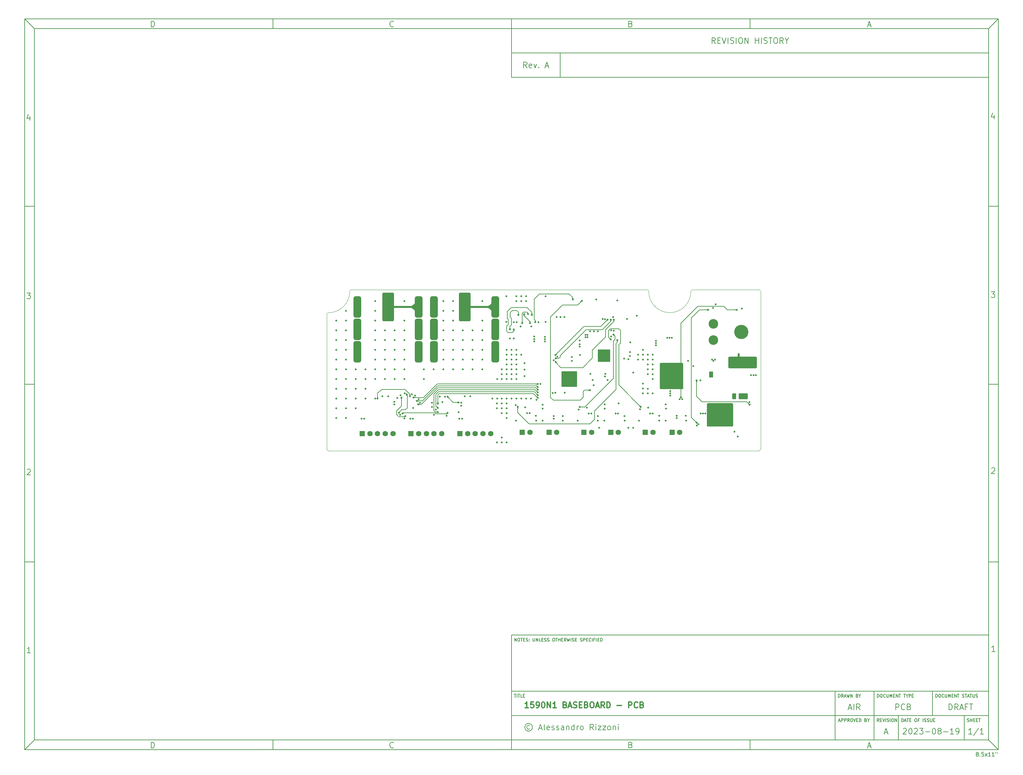
<source format=gbr>
%TF.GenerationSoftware,KiCad,Pcbnew,8.0.3*%
%TF.CreationDate,2024-07-04T15:42:03-04:00*%
%TF.ProjectId,baseboard,62617365-626f-4617-9264-2e6b69636164,A*%
%TF.SameCoordinates,Original*%
%TF.FileFunction,Copper,L6,Bot*%
%TF.FilePolarity,Positive*%
%FSLAX46Y46*%
G04 Gerber Fmt 4.6, Leading zero omitted, Abs format (unit mm)*
G04 Created by KiCad (PCBNEW 8.0.3) date 2024-07-04 15:42:03*
%MOMM*%
%LPD*%
G01*
G04 APERTURE LIST*
G04 Aperture macros list*
%AMRoundRect*
0 Rectangle with rounded corners*
0 $1 Rounding radius*
0 $2 $3 $4 $5 $6 $7 $8 $9 X,Y pos of 4 corners*
0 Add a 4 corners polygon primitive as box body*
4,1,4,$2,$3,$4,$5,$6,$7,$8,$9,$2,$3,0*
0 Add four circle primitives for the rounded corners*
1,1,$1+$1,$2,$3*
1,1,$1+$1,$4,$5*
1,1,$1+$1,$6,$7*
1,1,$1+$1,$8,$9*
0 Add four rect primitives between the rounded corners*
20,1,$1+$1,$2,$3,$4,$5,0*
20,1,$1+$1,$4,$5,$6,$7,0*
20,1,$1+$1,$6,$7,$8,$9,0*
20,1,$1+$1,$8,$9,$2,$3,0*%
G04 Aperture macros list end*
%ADD10C,0.100000*%
%ADD11C,0.150000*%
%ADD12C,0.300000*%
%TA.AperFunction,ComponentPad*%
%ADD13R,1.400000X1.400000*%
%TD*%
%TA.AperFunction,ComponentPad*%
%ADD14C,1.400000*%
%TD*%
%TA.AperFunction,ComponentPad*%
%ADD15C,0.500000*%
%TD*%
%TA.AperFunction,SMDPad,CuDef*%
%ADD16RoundRect,0.150000X-1.050000X-0.600000X1.050000X-0.600000X1.050000X0.600000X-1.050000X0.600000X0*%
%TD*%
%TA.AperFunction,SMDPad,CuDef*%
%ADD17RoundRect,0.105000X-0.420000X-0.645000X0.420000X-0.645000X0.420000X0.645000X-0.420000X0.645000X0*%
%TD*%
%TA.AperFunction,HeatsinkPad*%
%ADD18C,0.500000*%
%TD*%
%TA.AperFunction,SMDPad,CuDef*%
%ADD19RoundRect,0.249997X-2.650003X2.950003X-2.650003X-2.950003X2.650003X-2.950003X2.650003X2.950003X0*%
%TD*%
%TA.AperFunction,WasherPad*%
%ADD20C,3.700000*%
%TD*%
%TA.AperFunction,ComponentPad*%
%ADD21C,2.500000*%
%TD*%
%TA.AperFunction,HeatsinkPad*%
%ADD22RoundRect,0.100000X1.500000X-1.500000X1.500000X1.500000X-1.500000X1.500000X-1.500000X-1.500000X0*%
%TD*%
%TA.AperFunction,ComponentPad*%
%ADD23RoundRect,0.500000X-0.500000X-2.300000X0.500000X-2.300000X0.500000X2.300000X-0.500000X2.300000X0*%
%TD*%
%TA.AperFunction,SMDPad,CuDef*%
%ADD24RoundRect,0.249997X2.950003X2.650003X-2.950003X2.650003X-2.950003X-2.650003X2.950003X-2.650003X0*%
%TD*%
%TA.AperFunction,SMDPad,CuDef*%
%ADD25RoundRect,0.100000X1.900000X-1.900000X1.900000X1.900000X-1.900000X1.900000X-1.900000X-1.900000X0*%
%TD*%
%TA.AperFunction,SMDPad,CuDef*%
%ADD26RoundRect,0.100000X-0.400000X-0.700000X0.400000X-0.700000X0.400000X0.700000X-0.400000X0.700000X0*%
%TD*%
%TA.AperFunction,SMDPad,CuDef*%
%ADD27RoundRect,0.300000X1.200000X3.450000X-1.200000X3.450000X-1.200000X-3.450000X1.200000X-3.450000X0*%
%TD*%
%TA.AperFunction,SMDPad,CuDef*%
%ADD28RoundRect,0.300000X3.450000X-1.200000X3.450000X1.200000X-3.450000X1.200000X-3.450000X-1.200000X0*%
%TD*%
%TA.AperFunction,ViaPad*%
%ADD29C,0.500000*%
%TD*%
%TA.AperFunction,Conductor*%
%ADD30C,0.500000*%
%TD*%
%TA.AperFunction,Conductor*%
%ADD31C,0.200000*%
%TD*%
%TA.AperFunction,Profile*%
%ADD32C,0.050000*%
%TD*%
G04 APERTURE END LIST*
D10*
D11*
X259813572Y-199154128D02*
X258956429Y-199154128D01*
X259385000Y-199154128D02*
X259385000Y-197654128D01*
X259385000Y-197654128D02*
X259242143Y-197868414D01*
X259242143Y-197868414D02*
X259099286Y-198011271D01*
X259099286Y-198011271D02*
X258956429Y-198082700D01*
X261527857Y-197582700D02*
X260242143Y-199511271D01*
X262813572Y-199154128D02*
X261956429Y-199154128D01*
X262385000Y-199154128D02*
X262385000Y-197654128D01*
X262385000Y-197654128D02*
X262242143Y-197868414D01*
X262242143Y-197868414D02*
X262099286Y-198011271D01*
X262099286Y-198011271D02*
X261956429Y-198082700D01*
D10*
D11*
X140409874Y-188759295D02*
X140867017Y-188759295D01*
X140638445Y-189559295D02*
X140638445Y-188759295D01*
X141133684Y-189559295D02*
X141133684Y-188759295D01*
X141400350Y-188759295D02*
X141857493Y-188759295D01*
X141628921Y-189559295D02*
X141628921Y-188759295D01*
X142505112Y-189559295D02*
X142124160Y-189559295D01*
X142124160Y-189559295D02*
X142124160Y-188759295D01*
X142771779Y-189140247D02*
X143038445Y-189140247D01*
X143152731Y-189559295D02*
X142771779Y-189559295D01*
X142771779Y-189559295D02*
X142771779Y-188759295D01*
X142771779Y-188759295D02*
X143152731Y-188759295D01*
D10*
D11*
X235596303Y-195909295D02*
X235329636Y-195528342D01*
X235139160Y-195909295D02*
X235139160Y-195109295D01*
X235139160Y-195109295D02*
X235443922Y-195109295D01*
X235443922Y-195109295D02*
X235520112Y-195147390D01*
X235520112Y-195147390D02*
X235558207Y-195185485D01*
X235558207Y-195185485D02*
X235596303Y-195261676D01*
X235596303Y-195261676D02*
X235596303Y-195375961D01*
X235596303Y-195375961D02*
X235558207Y-195452152D01*
X235558207Y-195452152D02*
X235520112Y-195490247D01*
X235520112Y-195490247D02*
X235443922Y-195528342D01*
X235443922Y-195528342D02*
X235139160Y-195528342D01*
X235939160Y-195490247D02*
X236205826Y-195490247D01*
X236320112Y-195909295D02*
X235939160Y-195909295D01*
X235939160Y-195909295D02*
X235939160Y-195109295D01*
X235939160Y-195109295D02*
X236320112Y-195109295D01*
X236548684Y-195109295D02*
X236815351Y-195909295D01*
X236815351Y-195909295D02*
X237082017Y-195109295D01*
X237348684Y-195909295D02*
X237348684Y-195109295D01*
X237691540Y-195871200D02*
X237805826Y-195909295D01*
X237805826Y-195909295D02*
X237996302Y-195909295D01*
X237996302Y-195909295D02*
X238072493Y-195871200D01*
X238072493Y-195871200D02*
X238110588Y-195833104D01*
X238110588Y-195833104D02*
X238148683Y-195756914D01*
X238148683Y-195756914D02*
X238148683Y-195680723D01*
X238148683Y-195680723D02*
X238110588Y-195604533D01*
X238110588Y-195604533D02*
X238072493Y-195566438D01*
X238072493Y-195566438D02*
X237996302Y-195528342D01*
X237996302Y-195528342D02*
X237843921Y-195490247D01*
X237843921Y-195490247D02*
X237767731Y-195452152D01*
X237767731Y-195452152D02*
X237729636Y-195414057D01*
X237729636Y-195414057D02*
X237691540Y-195337866D01*
X237691540Y-195337866D02*
X237691540Y-195261676D01*
X237691540Y-195261676D02*
X237729636Y-195185485D01*
X237729636Y-195185485D02*
X237767731Y-195147390D01*
X237767731Y-195147390D02*
X237843921Y-195109295D01*
X237843921Y-195109295D02*
X238034398Y-195109295D01*
X238034398Y-195109295D02*
X238148683Y-195147390D01*
X238491541Y-195909295D02*
X238491541Y-195109295D01*
X239024874Y-195109295D02*
X239177255Y-195109295D01*
X239177255Y-195109295D02*
X239253445Y-195147390D01*
X239253445Y-195147390D02*
X239329636Y-195223580D01*
X239329636Y-195223580D02*
X239367731Y-195375961D01*
X239367731Y-195375961D02*
X239367731Y-195642628D01*
X239367731Y-195642628D02*
X239329636Y-195795009D01*
X239329636Y-195795009D02*
X239253445Y-195871200D01*
X239253445Y-195871200D02*
X239177255Y-195909295D01*
X239177255Y-195909295D02*
X239024874Y-195909295D01*
X239024874Y-195909295D02*
X238948683Y-195871200D01*
X238948683Y-195871200D02*
X238872493Y-195795009D01*
X238872493Y-195795009D02*
X238834397Y-195642628D01*
X238834397Y-195642628D02*
X238834397Y-195375961D01*
X238834397Y-195375961D02*
X238872493Y-195223580D01*
X238872493Y-195223580D02*
X238948683Y-195147390D01*
X238948683Y-195147390D02*
X239024874Y-195109295D01*
X239710588Y-195909295D02*
X239710588Y-195109295D01*
X239710588Y-195109295D02*
X240167731Y-195909295D01*
X240167731Y-195909295D02*
X240167731Y-195109295D01*
D10*
D11*
X241489160Y-195909295D02*
X241489160Y-195109295D01*
X241489160Y-195109295D02*
X241679636Y-195109295D01*
X241679636Y-195109295D02*
X241793922Y-195147390D01*
X241793922Y-195147390D02*
X241870112Y-195223580D01*
X241870112Y-195223580D02*
X241908207Y-195299771D01*
X241908207Y-195299771D02*
X241946303Y-195452152D01*
X241946303Y-195452152D02*
X241946303Y-195566438D01*
X241946303Y-195566438D02*
X241908207Y-195718819D01*
X241908207Y-195718819D02*
X241870112Y-195795009D01*
X241870112Y-195795009D02*
X241793922Y-195871200D01*
X241793922Y-195871200D02*
X241679636Y-195909295D01*
X241679636Y-195909295D02*
X241489160Y-195909295D01*
X242251064Y-195680723D02*
X242632017Y-195680723D01*
X242174874Y-195909295D02*
X242441541Y-195109295D01*
X242441541Y-195109295D02*
X242708207Y-195909295D01*
X242860588Y-195109295D02*
X243317731Y-195109295D01*
X243089159Y-195909295D02*
X243089159Y-195109295D01*
X243584398Y-195490247D02*
X243851064Y-195490247D01*
X243965350Y-195909295D02*
X243584398Y-195909295D01*
X243584398Y-195909295D02*
X243584398Y-195109295D01*
X243584398Y-195109295D02*
X243965350Y-195109295D01*
X245070113Y-195109295D02*
X245222494Y-195109295D01*
X245222494Y-195109295D02*
X245298684Y-195147390D01*
X245298684Y-195147390D02*
X245374875Y-195223580D01*
X245374875Y-195223580D02*
X245412970Y-195375961D01*
X245412970Y-195375961D02*
X245412970Y-195642628D01*
X245412970Y-195642628D02*
X245374875Y-195795009D01*
X245374875Y-195795009D02*
X245298684Y-195871200D01*
X245298684Y-195871200D02*
X245222494Y-195909295D01*
X245222494Y-195909295D02*
X245070113Y-195909295D01*
X245070113Y-195909295D02*
X244993922Y-195871200D01*
X244993922Y-195871200D02*
X244917732Y-195795009D01*
X244917732Y-195795009D02*
X244879636Y-195642628D01*
X244879636Y-195642628D02*
X244879636Y-195375961D01*
X244879636Y-195375961D02*
X244917732Y-195223580D01*
X244917732Y-195223580D02*
X244993922Y-195147390D01*
X244993922Y-195147390D02*
X245070113Y-195109295D01*
X246022493Y-195490247D02*
X245755827Y-195490247D01*
X245755827Y-195909295D02*
X245755827Y-195109295D01*
X245755827Y-195109295D02*
X246136779Y-195109295D01*
X247051065Y-195909295D02*
X247051065Y-195109295D01*
X247393921Y-195871200D02*
X247508207Y-195909295D01*
X247508207Y-195909295D02*
X247698683Y-195909295D01*
X247698683Y-195909295D02*
X247774874Y-195871200D01*
X247774874Y-195871200D02*
X247812969Y-195833104D01*
X247812969Y-195833104D02*
X247851064Y-195756914D01*
X247851064Y-195756914D02*
X247851064Y-195680723D01*
X247851064Y-195680723D02*
X247812969Y-195604533D01*
X247812969Y-195604533D02*
X247774874Y-195566438D01*
X247774874Y-195566438D02*
X247698683Y-195528342D01*
X247698683Y-195528342D02*
X247546302Y-195490247D01*
X247546302Y-195490247D02*
X247470112Y-195452152D01*
X247470112Y-195452152D02*
X247432017Y-195414057D01*
X247432017Y-195414057D02*
X247393921Y-195337866D01*
X247393921Y-195337866D02*
X247393921Y-195261676D01*
X247393921Y-195261676D02*
X247432017Y-195185485D01*
X247432017Y-195185485D02*
X247470112Y-195147390D01*
X247470112Y-195147390D02*
X247546302Y-195109295D01*
X247546302Y-195109295D02*
X247736779Y-195109295D01*
X247736779Y-195109295D02*
X247851064Y-195147390D01*
X248155826Y-195871200D02*
X248270112Y-195909295D01*
X248270112Y-195909295D02*
X248460588Y-195909295D01*
X248460588Y-195909295D02*
X248536779Y-195871200D01*
X248536779Y-195871200D02*
X248574874Y-195833104D01*
X248574874Y-195833104D02*
X248612969Y-195756914D01*
X248612969Y-195756914D02*
X248612969Y-195680723D01*
X248612969Y-195680723D02*
X248574874Y-195604533D01*
X248574874Y-195604533D02*
X248536779Y-195566438D01*
X248536779Y-195566438D02*
X248460588Y-195528342D01*
X248460588Y-195528342D02*
X248308207Y-195490247D01*
X248308207Y-195490247D02*
X248232017Y-195452152D01*
X248232017Y-195452152D02*
X248193922Y-195414057D01*
X248193922Y-195414057D02*
X248155826Y-195337866D01*
X248155826Y-195337866D02*
X248155826Y-195261676D01*
X248155826Y-195261676D02*
X248193922Y-195185485D01*
X248193922Y-195185485D02*
X248232017Y-195147390D01*
X248232017Y-195147390D02*
X248308207Y-195109295D01*
X248308207Y-195109295D02*
X248498684Y-195109295D01*
X248498684Y-195109295D02*
X248612969Y-195147390D01*
X248955827Y-195109295D02*
X248955827Y-195756914D01*
X248955827Y-195756914D02*
X248993922Y-195833104D01*
X248993922Y-195833104D02*
X249032017Y-195871200D01*
X249032017Y-195871200D02*
X249108208Y-195909295D01*
X249108208Y-195909295D02*
X249260589Y-195909295D01*
X249260589Y-195909295D02*
X249336779Y-195871200D01*
X249336779Y-195871200D02*
X249374874Y-195833104D01*
X249374874Y-195833104D02*
X249412970Y-195756914D01*
X249412970Y-195756914D02*
X249412970Y-195109295D01*
X249793922Y-195490247D02*
X250060588Y-195490247D01*
X250174874Y-195909295D02*
X249793922Y-195909295D01*
X249793922Y-195909295D02*
X249793922Y-195109295D01*
X249793922Y-195109295D02*
X250174874Y-195109295D01*
D10*
D11*
X258596064Y-195871200D02*
X258710350Y-195909295D01*
X258710350Y-195909295D02*
X258900826Y-195909295D01*
X258900826Y-195909295D02*
X258977017Y-195871200D01*
X258977017Y-195871200D02*
X259015112Y-195833104D01*
X259015112Y-195833104D02*
X259053207Y-195756914D01*
X259053207Y-195756914D02*
X259053207Y-195680723D01*
X259053207Y-195680723D02*
X259015112Y-195604533D01*
X259015112Y-195604533D02*
X258977017Y-195566438D01*
X258977017Y-195566438D02*
X258900826Y-195528342D01*
X258900826Y-195528342D02*
X258748445Y-195490247D01*
X258748445Y-195490247D02*
X258672255Y-195452152D01*
X258672255Y-195452152D02*
X258634160Y-195414057D01*
X258634160Y-195414057D02*
X258596064Y-195337866D01*
X258596064Y-195337866D02*
X258596064Y-195261676D01*
X258596064Y-195261676D02*
X258634160Y-195185485D01*
X258634160Y-195185485D02*
X258672255Y-195147390D01*
X258672255Y-195147390D02*
X258748445Y-195109295D01*
X258748445Y-195109295D02*
X258938922Y-195109295D01*
X258938922Y-195109295D02*
X259053207Y-195147390D01*
X259396065Y-195909295D02*
X259396065Y-195109295D01*
X259396065Y-195490247D02*
X259853208Y-195490247D01*
X259853208Y-195909295D02*
X259853208Y-195109295D01*
X260234160Y-195490247D02*
X260500826Y-195490247D01*
X260615112Y-195909295D02*
X260234160Y-195909295D01*
X260234160Y-195909295D02*
X260234160Y-195109295D01*
X260234160Y-195109295D02*
X260615112Y-195109295D01*
X260957970Y-195490247D02*
X261224636Y-195490247D01*
X261338922Y-195909295D02*
X260957970Y-195909295D01*
X260957970Y-195909295D02*
X260957970Y-195109295D01*
X260957970Y-195109295D02*
X261338922Y-195109295D01*
X261567494Y-195109295D02*
X262024637Y-195109295D01*
X261796065Y-195909295D02*
X261796065Y-195109295D01*
D10*
D11*
X239942142Y-192804128D02*
X239942142Y-191304128D01*
X239942142Y-191304128D02*
X240513571Y-191304128D01*
X240513571Y-191304128D02*
X240656428Y-191375557D01*
X240656428Y-191375557D02*
X240727857Y-191446985D01*
X240727857Y-191446985D02*
X240799285Y-191589842D01*
X240799285Y-191589842D02*
X240799285Y-191804128D01*
X240799285Y-191804128D02*
X240727857Y-191946985D01*
X240727857Y-191946985D02*
X240656428Y-192018414D01*
X240656428Y-192018414D02*
X240513571Y-192089842D01*
X240513571Y-192089842D02*
X239942142Y-192089842D01*
X242299285Y-192661271D02*
X242227857Y-192732700D01*
X242227857Y-192732700D02*
X242013571Y-192804128D01*
X242013571Y-192804128D02*
X241870714Y-192804128D01*
X241870714Y-192804128D02*
X241656428Y-192732700D01*
X241656428Y-192732700D02*
X241513571Y-192589842D01*
X241513571Y-192589842D02*
X241442142Y-192446985D01*
X241442142Y-192446985D02*
X241370714Y-192161271D01*
X241370714Y-192161271D02*
X241370714Y-191946985D01*
X241370714Y-191946985D02*
X241442142Y-191661271D01*
X241442142Y-191661271D02*
X241513571Y-191518414D01*
X241513571Y-191518414D02*
X241656428Y-191375557D01*
X241656428Y-191375557D02*
X241870714Y-191304128D01*
X241870714Y-191304128D02*
X242013571Y-191304128D01*
X242013571Y-191304128D02*
X242227857Y-191375557D01*
X242227857Y-191375557D02*
X242299285Y-191446985D01*
X243442142Y-192018414D02*
X243656428Y-192089842D01*
X243656428Y-192089842D02*
X243727857Y-192161271D01*
X243727857Y-192161271D02*
X243799285Y-192304128D01*
X243799285Y-192304128D02*
X243799285Y-192518414D01*
X243799285Y-192518414D02*
X243727857Y-192661271D01*
X243727857Y-192661271D02*
X243656428Y-192732700D01*
X243656428Y-192732700D02*
X243513571Y-192804128D01*
X243513571Y-192804128D02*
X242942142Y-192804128D01*
X242942142Y-192804128D02*
X242942142Y-191304128D01*
X242942142Y-191304128D02*
X243442142Y-191304128D01*
X243442142Y-191304128D02*
X243585000Y-191375557D01*
X243585000Y-191375557D02*
X243656428Y-191446985D01*
X243656428Y-191446985D02*
X243727857Y-191589842D01*
X243727857Y-191589842D02*
X243727857Y-191732700D01*
X243727857Y-191732700D02*
X243656428Y-191875557D01*
X243656428Y-191875557D02*
X243585000Y-191946985D01*
X243585000Y-191946985D02*
X243442142Y-192018414D01*
X243442142Y-192018414D02*
X242942142Y-192018414D01*
D10*
D11*
X225068064Y-195680723D02*
X225449017Y-195680723D01*
X224991874Y-195909295D02*
X225258541Y-195109295D01*
X225258541Y-195109295D02*
X225525207Y-195909295D01*
X225791874Y-195909295D02*
X225791874Y-195109295D01*
X225791874Y-195109295D02*
X226096636Y-195109295D01*
X226096636Y-195109295D02*
X226172826Y-195147390D01*
X226172826Y-195147390D02*
X226210921Y-195185485D01*
X226210921Y-195185485D02*
X226249017Y-195261676D01*
X226249017Y-195261676D02*
X226249017Y-195375961D01*
X226249017Y-195375961D02*
X226210921Y-195452152D01*
X226210921Y-195452152D02*
X226172826Y-195490247D01*
X226172826Y-195490247D02*
X226096636Y-195528342D01*
X226096636Y-195528342D02*
X225791874Y-195528342D01*
X226591874Y-195909295D02*
X226591874Y-195109295D01*
X226591874Y-195109295D02*
X226896636Y-195109295D01*
X226896636Y-195109295D02*
X226972826Y-195147390D01*
X226972826Y-195147390D02*
X227010921Y-195185485D01*
X227010921Y-195185485D02*
X227049017Y-195261676D01*
X227049017Y-195261676D02*
X227049017Y-195375961D01*
X227049017Y-195375961D02*
X227010921Y-195452152D01*
X227010921Y-195452152D02*
X226972826Y-195490247D01*
X226972826Y-195490247D02*
X226896636Y-195528342D01*
X226896636Y-195528342D02*
X226591874Y-195528342D01*
X227849017Y-195909295D02*
X227582350Y-195528342D01*
X227391874Y-195909295D02*
X227391874Y-195109295D01*
X227391874Y-195109295D02*
X227696636Y-195109295D01*
X227696636Y-195109295D02*
X227772826Y-195147390D01*
X227772826Y-195147390D02*
X227810921Y-195185485D01*
X227810921Y-195185485D02*
X227849017Y-195261676D01*
X227849017Y-195261676D02*
X227849017Y-195375961D01*
X227849017Y-195375961D02*
X227810921Y-195452152D01*
X227810921Y-195452152D02*
X227772826Y-195490247D01*
X227772826Y-195490247D02*
X227696636Y-195528342D01*
X227696636Y-195528342D02*
X227391874Y-195528342D01*
X228344255Y-195109295D02*
X228496636Y-195109295D01*
X228496636Y-195109295D02*
X228572826Y-195147390D01*
X228572826Y-195147390D02*
X228649017Y-195223580D01*
X228649017Y-195223580D02*
X228687112Y-195375961D01*
X228687112Y-195375961D02*
X228687112Y-195642628D01*
X228687112Y-195642628D02*
X228649017Y-195795009D01*
X228649017Y-195795009D02*
X228572826Y-195871200D01*
X228572826Y-195871200D02*
X228496636Y-195909295D01*
X228496636Y-195909295D02*
X228344255Y-195909295D01*
X228344255Y-195909295D02*
X228268064Y-195871200D01*
X228268064Y-195871200D02*
X228191874Y-195795009D01*
X228191874Y-195795009D02*
X228153778Y-195642628D01*
X228153778Y-195642628D02*
X228153778Y-195375961D01*
X228153778Y-195375961D02*
X228191874Y-195223580D01*
X228191874Y-195223580D02*
X228268064Y-195147390D01*
X228268064Y-195147390D02*
X228344255Y-195109295D01*
X228915683Y-195109295D02*
X229182350Y-195909295D01*
X229182350Y-195909295D02*
X229449016Y-195109295D01*
X229715683Y-195490247D02*
X229982349Y-195490247D01*
X230096635Y-195909295D02*
X229715683Y-195909295D01*
X229715683Y-195909295D02*
X229715683Y-195109295D01*
X229715683Y-195109295D02*
X230096635Y-195109295D01*
X230439493Y-195909295D02*
X230439493Y-195109295D01*
X230439493Y-195109295D02*
X230629969Y-195109295D01*
X230629969Y-195109295D02*
X230744255Y-195147390D01*
X230744255Y-195147390D02*
X230820445Y-195223580D01*
X230820445Y-195223580D02*
X230858540Y-195299771D01*
X230858540Y-195299771D02*
X230896636Y-195452152D01*
X230896636Y-195452152D02*
X230896636Y-195566438D01*
X230896636Y-195566438D02*
X230858540Y-195718819D01*
X230858540Y-195718819D02*
X230820445Y-195795009D01*
X230820445Y-195795009D02*
X230744255Y-195871200D01*
X230744255Y-195871200D02*
X230629969Y-195909295D01*
X230629969Y-195909295D02*
X230439493Y-195909295D01*
X232115683Y-195490247D02*
X232229969Y-195528342D01*
X232229969Y-195528342D02*
X232268064Y-195566438D01*
X232268064Y-195566438D02*
X232306160Y-195642628D01*
X232306160Y-195642628D02*
X232306160Y-195756914D01*
X232306160Y-195756914D02*
X232268064Y-195833104D01*
X232268064Y-195833104D02*
X232229969Y-195871200D01*
X232229969Y-195871200D02*
X232153779Y-195909295D01*
X232153779Y-195909295D02*
X231849017Y-195909295D01*
X231849017Y-195909295D02*
X231849017Y-195109295D01*
X231849017Y-195109295D02*
X232115683Y-195109295D01*
X232115683Y-195109295D02*
X232191874Y-195147390D01*
X232191874Y-195147390D02*
X232229969Y-195185485D01*
X232229969Y-195185485D02*
X232268064Y-195261676D01*
X232268064Y-195261676D02*
X232268064Y-195337866D01*
X232268064Y-195337866D02*
X232229969Y-195414057D01*
X232229969Y-195414057D02*
X232191874Y-195452152D01*
X232191874Y-195452152D02*
X232115683Y-195490247D01*
X232115683Y-195490247D02*
X231849017Y-195490247D01*
X232801398Y-195528342D02*
X232801398Y-195909295D01*
X232534731Y-195109295D02*
X232801398Y-195528342D01*
X232801398Y-195528342D02*
X233068064Y-195109295D01*
D10*
D11*
X144445112Y-196918271D02*
X144302255Y-196846842D01*
X144302255Y-196846842D02*
X144016541Y-196846842D01*
X144016541Y-196846842D02*
X143873684Y-196918271D01*
X143873684Y-196918271D02*
X143730826Y-197061128D01*
X143730826Y-197061128D02*
X143659398Y-197203985D01*
X143659398Y-197203985D02*
X143659398Y-197489700D01*
X143659398Y-197489700D02*
X143730826Y-197632557D01*
X143730826Y-197632557D02*
X143873684Y-197775414D01*
X143873684Y-197775414D02*
X144016541Y-197846842D01*
X144016541Y-197846842D02*
X144302255Y-197846842D01*
X144302255Y-197846842D02*
X144445112Y-197775414D01*
X144159398Y-196346842D02*
X143802255Y-196418271D01*
X143802255Y-196418271D02*
X143445112Y-196632557D01*
X143445112Y-196632557D02*
X143230826Y-196989700D01*
X143230826Y-196989700D02*
X143159398Y-197346842D01*
X143159398Y-197346842D02*
X143230826Y-197703985D01*
X143230826Y-197703985D02*
X143445112Y-198061128D01*
X143445112Y-198061128D02*
X143802255Y-198275414D01*
X143802255Y-198275414D02*
X144159398Y-198346842D01*
X144159398Y-198346842D02*
X144516541Y-198275414D01*
X144516541Y-198275414D02*
X144873684Y-198061128D01*
X144873684Y-198061128D02*
X145087969Y-197703985D01*
X145087969Y-197703985D02*
X145159398Y-197346842D01*
X145159398Y-197346842D02*
X145087969Y-196989700D01*
X145087969Y-196989700D02*
X144873684Y-196632557D01*
X144873684Y-196632557D02*
X144516541Y-196418271D01*
X144516541Y-196418271D02*
X144159398Y-196346842D01*
X146873684Y-197632557D02*
X147587970Y-197632557D01*
X146730827Y-198061128D02*
X147230827Y-196561128D01*
X147230827Y-196561128D02*
X147730827Y-198061128D01*
X148445112Y-198061128D02*
X148302255Y-197989700D01*
X148302255Y-197989700D02*
X148230826Y-197846842D01*
X148230826Y-197846842D02*
X148230826Y-196561128D01*
X149587969Y-197989700D02*
X149445112Y-198061128D01*
X149445112Y-198061128D02*
X149159398Y-198061128D01*
X149159398Y-198061128D02*
X149016540Y-197989700D01*
X149016540Y-197989700D02*
X148945112Y-197846842D01*
X148945112Y-197846842D02*
X148945112Y-197275414D01*
X148945112Y-197275414D02*
X149016540Y-197132557D01*
X149016540Y-197132557D02*
X149159398Y-197061128D01*
X149159398Y-197061128D02*
X149445112Y-197061128D01*
X149445112Y-197061128D02*
X149587969Y-197132557D01*
X149587969Y-197132557D02*
X149659398Y-197275414D01*
X149659398Y-197275414D02*
X149659398Y-197418271D01*
X149659398Y-197418271D02*
X148945112Y-197561128D01*
X150230826Y-197989700D02*
X150373683Y-198061128D01*
X150373683Y-198061128D02*
X150659397Y-198061128D01*
X150659397Y-198061128D02*
X150802254Y-197989700D01*
X150802254Y-197989700D02*
X150873683Y-197846842D01*
X150873683Y-197846842D02*
X150873683Y-197775414D01*
X150873683Y-197775414D02*
X150802254Y-197632557D01*
X150802254Y-197632557D02*
X150659397Y-197561128D01*
X150659397Y-197561128D02*
X150445112Y-197561128D01*
X150445112Y-197561128D02*
X150302254Y-197489700D01*
X150302254Y-197489700D02*
X150230826Y-197346842D01*
X150230826Y-197346842D02*
X150230826Y-197275414D01*
X150230826Y-197275414D02*
X150302254Y-197132557D01*
X150302254Y-197132557D02*
X150445112Y-197061128D01*
X150445112Y-197061128D02*
X150659397Y-197061128D01*
X150659397Y-197061128D02*
X150802254Y-197132557D01*
X151445112Y-197989700D02*
X151587969Y-198061128D01*
X151587969Y-198061128D02*
X151873683Y-198061128D01*
X151873683Y-198061128D02*
X152016540Y-197989700D01*
X152016540Y-197989700D02*
X152087969Y-197846842D01*
X152087969Y-197846842D02*
X152087969Y-197775414D01*
X152087969Y-197775414D02*
X152016540Y-197632557D01*
X152016540Y-197632557D02*
X151873683Y-197561128D01*
X151873683Y-197561128D02*
X151659398Y-197561128D01*
X151659398Y-197561128D02*
X151516540Y-197489700D01*
X151516540Y-197489700D02*
X151445112Y-197346842D01*
X151445112Y-197346842D02*
X151445112Y-197275414D01*
X151445112Y-197275414D02*
X151516540Y-197132557D01*
X151516540Y-197132557D02*
X151659398Y-197061128D01*
X151659398Y-197061128D02*
X151873683Y-197061128D01*
X151873683Y-197061128D02*
X152016540Y-197132557D01*
X153373684Y-198061128D02*
X153373684Y-197275414D01*
X153373684Y-197275414D02*
X153302255Y-197132557D01*
X153302255Y-197132557D02*
X153159398Y-197061128D01*
X153159398Y-197061128D02*
X152873684Y-197061128D01*
X152873684Y-197061128D02*
X152730826Y-197132557D01*
X153373684Y-197989700D02*
X153230826Y-198061128D01*
X153230826Y-198061128D02*
X152873684Y-198061128D01*
X152873684Y-198061128D02*
X152730826Y-197989700D01*
X152730826Y-197989700D02*
X152659398Y-197846842D01*
X152659398Y-197846842D02*
X152659398Y-197703985D01*
X152659398Y-197703985D02*
X152730826Y-197561128D01*
X152730826Y-197561128D02*
X152873684Y-197489700D01*
X152873684Y-197489700D02*
X153230826Y-197489700D01*
X153230826Y-197489700D02*
X153373684Y-197418271D01*
X154087969Y-197061128D02*
X154087969Y-198061128D01*
X154087969Y-197203985D02*
X154159398Y-197132557D01*
X154159398Y-197132557D02*
X154302255Y-197061128D01*
X154302255Y-197061128D02*
X154516541Y-197061128D01*
X154516541Y-197061128D02*
X154659398Y-197132557D01*
X154659398Y-197132557D02*
X154730827Y-197275414D01*
X154730827Y-197275414D02*
X154730827Y-198061128D01*
X156087970Y-198061128D02*
X156087970Y-196561128D01*
X156087970Y-197989700D02*
X155945112Y-198061128D01*
X155945112Y-198061128D02*
X155659398Y-198061128D01*
X155659398Y-198061128D02*
X155516541Y-197989700D01*
X155516541Y-197989700D02*
X155445112Y-197918271D01*
X155445112Y-197918271D02*
X155373684Y-197775414D01*
X155373684Y-197775414D02*
X155373684Y-197346842D01*
X155373684Y-197346842D02*
X155445112Y-197203985D01*
X155445112Y-197203985D02*
X155516541Y-197132557D01*
X155516541Y-197132557D02*
X155659398Y-197061128D01*
X155659398Y-197061128D02*
X155945112Y-197061128D01*
X155945112Y-197061128D02*
X156087970Y-197132557D01*
X156802255Y-198061128D02*
X156802255Y-197061128D01*
X156802255Y-197346842D02*
X156873684Y-197203985D01*
X156873684Y-197203985D02*
X156945113Y-197132557D01*
X156945113Y-197132557D02*
X157087970Y-197061128D01*
X157087970Y-197061128D02*
X157230827Y-197061128D01*
X157945112Y-198061128D02*
X157802255Y-197989700D01*
X157802255Y-197989700D02*
X157730826Y-197918271D01*
X157730826Y-197918271D02*
X157659398Y-197775414D01*
X157659398Y-197775414D02*
X157659398Y-197346842D01*
X157659398Y-197346842D02*
X157730826Y-197203985D01*
X157730826Y-197203985D02*
X157802255Y-197132557D01*
X157802255Y-197132557D02*
X157945112Y-197061128D01*
X157945112Y-197061128D02*
X158159398Y-197061128D01*
X158159398Y-197061128D02*
X158302255Y-197132557D01*
X158302255Y-197132557D02*
X158373684Y-197203985D01*
X158373684Y-197203985D02*
X158445112Y-197346842D01*
X158445112Y-197346842D02*
X158445112Y-197775414D01*
X158445112Y-197775414D02*
X158373684Y-197918271D01*
X158373684Y-197918271D02*
X158302255Y-197989700D01*
X158302255Y-197989700D02*
X158159398Y-198061128D01*
X158159398Y-198061128D02*
X157945112Y-198061128D01*
X161087969Y-198061128D02*
X160587969Y-197346842D01*
X160230826Y-198061128D02*
X160230826Y-196561128D01*
X160230826Y-196561128D02*
X160802255Y-196561128D01*
X160802255Y-196561128D02*
X160945112Y-196632557D01*
X160945112Y-196632557D02*
X161016541Y-196703985D01*
X161016541Y-196703985D02*
X161087969Y-196846842D01*
X161087969Y-196846842D02*
X161087969Y-197061128D01*
X161087969Y-197061128D02*
X161016541Y-197203985D01*
X161016541Y-197203985D02*
X160945112Y-197275414D01*
X160945112Y-197275414D02*
X160802255Y-197346842D01*
X160802255Y-197346842D02*
X160230826Y-197346842D01*
X161730826Y-198061128D02*
X161730826Y-197061128D01*
X161730826Y-196561128D02*
X161659398Y-196632557D01*
X161659398Y-196632557D02*
X161730826Y-196703985D01*
X161730826Y-196703985D02*
X161802255Y-196632557D01*
X161802255Y-196632557D02*
X161730826Y-196561128D01*
X161730826Y-196561128D02*
X161730826Y-196703985D01*
X162302255Y-197061128D02*
X163087970Y-197061128D01*
X163087970Y-197061128D02*
X162302255Y-198061128D01*
X162302255Y-198061128D02*
X163087970Y-198061128D01*
X163516541Y-197061128D02*
X164302256Y-197061128D01*
X164302256Y-197061128D02*
X163516541Y-198061128D01*
X163516541Y-198061128D02*
X164302256Y-198061128D01*
X165087970Y-198061128D02*
X164945113Y-197989700D01*
X164945113Y-197989700D02*
X164873684Y-197918271D01*
X164873684Y-197918271D02*
X164802256Y-197775414D01*
X164802256Y-197775414D02*
X164802256Y-197346842D01*
X164802256Y-197346842D02*
X164873684Y-197203985D01*
X164873684Y-197203985D02*
X164945113Y-197132557D01*
X164945113Y-197132557D02*
X165087970Y-197061128D01*
X165087970Y-197061128D02*
X165302256Y-197061128D01*
X165302256Y-197061128D02*
X165445113Y-197132557D01*
X165445113Y-197132557D02*
X165516542Y-197203985D01*
X165516542Y-197203985D02*
X165587970Y-197346842D01*
X165587970Y-197346842D02*
X165587970Y-197775414D01*
X165587970Y-197775414D02*
X165516542Y-197918271D01*
X165516542Y-197918271D02*
X165445113Y-197989700D01*
X165445113Y-197989700D02*
X165302256Y-198061128D01*
X165302256Y-198061128D02*
X165087970Y-198061128D01*
X166230827Y-197061128D02*
X166230827Y-198061128D01*
X166230827Y-197203985D02*
X166302256Y-197132557D01*
X166302256Y-197132557D02*
X166445113Y-197061128D01*
X166445113Y-197061128D02*
X166659399Y-197061128D01*
X166659399Y-197061128D02*
X166802256Y-197132557D01*
X166802256Y-197132557D02*
X166873685Y-197275414D01*
X166873685Y-197275414D02*
X166873685Y-198061128D01*
X167587970Y-198061128D02*
X167587970Y-197061128D01*
X167587970Y-196561128D02*
X167516542Y-196632557D01*
X167516542Y-196632557D02*
X167587970Y-196703985D01*
X167587970Y-196703985D02*
X167659399Y-196632557D01*
X167659399Y-196632557D02*
X167587970Y-196561128D01*
X167587970Y-196561128D02*
X167587970Y-196703985D01*
D10*
D11*
X227670714Y-192375557D02*
X228385000Y-192375557D01*
X227527857Y-192804128D02*
X228027857Y-191304128D01*
X228027857Y-191304128D02*
X228527857Y-192804128D01*
X229027856Y-192804128D02*
X229027856Y-191304128D01*
X230599285Y-192804128D02*
X230099285Y-192089842D01*
X229742142Y-192804128D02*
X229742142Y-191304128D01*
X229742142Y-191304128D02*
X230313571Y-191304128D01*
X230313571Y-191304128D02*
X230456428Y-191375557D01*
X230456428Y-191375557D02*
X230527857Y-191446985D01*
X230527857Y-191446985D02*
X230599285Y-191589842D01*
X230599285Y-191589842D02*
X230599285Y-191804128D01*
X230599285Y-191804128D02*
X230527857Y-191946985D01*
X230527857Y-191946985D02*
X230456428Y-192018414D01*
X230456428Y-192018414D02*
X230313571Y-192089842D01*
X230313571Y-192089842D02*
X229742142Y-192089842D01*
D10*
D11*
X250379160Y-189559295D02*
X250379160Y-188759295D01*
X250379160Y-188759295D02*
X250569636Y-188759295D01*
X250569636Y-188759295D02*
X250683922Y-188797390D01*
X250683922Y-188797390D02*
X250760112Y-188873580D01*
X250760112Y-188873580D02*
X250798207Y-188949771D01*
X250798207Y-188949771D02*
X250836303Y-189102152D01*
X250836303Y-189102152D02*
X250836303Y-189216438D01*
X250836303Y-189216438D02*
X250798207Y-189368819D01*
X250798207Y-189368819D02*
X250760112Y-189445009D01*
X250760112Y-189445009D02*
X250683922Y-189521200D01*
X250683922Y-189521200D02*
X250569636Y-189559295D01*
X250569636Y-189559295D02*
X250379160Y-189559295D01*
X251331541Y-188759295D02*
X251483922Y-188759295D01*
X251483922Y-188759295D02*
X251560112Y-188797390D01*
X251560112Y-188797390D02*
X251636303Y-188873580D01*
X251636303Y-188873580D02*
X251674398Y-189025961D01*
X251674398Y-189025961D02*
X251674398Y-189292628D01*
X251674398Y-189292628D02*
X251636303Y-189445009D01*
X251636303Y-189445009D02*
X251560112Y-189521200D01*
X251560112Y-189521200D02*
X251483922Y-189559295D01*
X251483922Y-189559295D02*
X251331541Y-189559295D01*
X251331541Y-189559295D02*
X251255350Y-189521200D01*
X251255350Y-189521200D02*
X251179160Y-189445009D01*
X251179160Y-189445009D02*
X251141064Y-189292628D01*
X251141064Y-189292628D02*
X251141064Y-189025961D01*
X251141064Y-189025961D02*
X251179160Y-188873580D01*
X251179160Y-188873580D02*
X251255350Y-188797390D01*
X251255350Y-188797390D02*
X251331541Y-188759295D01*
X252474398Y-189483104D02*
X252436302Y-189521200D01*
X252436302Y-189521200D02*
X252322017Y-189559295D01*
X252322017Y-189559295D02*
X252245826Y-189559295D01*
X252245826Y-189559295D02*
X252131540Y-189521200D01*
X252131540Y-189521200D02*
X252055350Y-189445009D01*
X252055350Y-189445009D02*
X252017255Y-189368819D01*
X252017255Y-189368819D02*
X251979159Y-189216438D01*
X251979159Y-189216438D02*
X251979159Y-189102152D01*
X251979159Y-189102152D02*
X252017255Y-188949771D01*
X252017255Y-188949771D02*
X252055350Y-188873580D01*
X252055350Y-188873580D02*
X252131540Y-188797390D01*
X252131540Y-188797390D02*
X252245826Y-188759295D01*
X252245826Y-188759295D02*
X252322017Y-188759295D01*
X252322017Y-188759295D02*
X252436302Y-188797390D01*
X252436302Y-188797390D02*
X252474398Y-188835485D01*
X252817255Y-188759295D02*
X252817255Y-189406914D01*
X252817255Y-189406914D02*
X252855350Y-189483104D01*
X252855350Y-189483104D02*
X252893445Y-189521200D01*
X252893445Y-189521200D02*
X252969636Y-189559295D01*
X252969636Y-189559295D02*
X253122017Y-189559295D01*
X253122017Y-189559295D02*
X253198207Y-189521200D01*
X253198207Y-189521200D02*
X253236302Y-189483104D01*
X253236302Y-189483104D02*
X253274398Y-189406914D01*
X253274398Y-189406914D02*
X253274398Y-188759295D01*
X253655350Y-189559295D02*
X253655350Y-188759295D01*
X253655350Y-188759295D02*
X253922016Y-189330723D01*
X253922016Y-189330723D02*
X254188683Y-188759295D01*
X254188683Y-188759295D02*
X254188683Y-189559295D01*
X254569636Y-189140247D02*
X254836302Y-189140247D01*
X254950588Y-189559295D02*
X254569636Y-189559295D01*
X254569636Y-189559295D02*
X254569636Y-188759295D01*
X254569636Y-188759295D02*
X254950588Y-188759295D01*
X255293446Y-189559295D02*
X255293446Y-188759295D01*
X255293446Y-188759295D02*
X255750589Y-189559295D01*
X255750589Y-189559295D02*
X255750589Y-188759295D01*
X256017255Y-188759295D02*
X256474398Y-188759295D01*
X256245826Y-189559295D02*
X256245826Y-188759295D01*
X257312493Y-189521200D02*
X257426779Y-189559295D01*
X257426779Y-189559295D02*
X257617255Y-189559295D01*
X257617255Y-189559295D02*
X257693446Y-189521200D01*
X257693446Y-189521200D02*
X257731541Y-189483104D01*
X257731541Y-189483104D02*
X257769636Y-189406914D01*
X257769636Y-189406914D02*
X257769636Y-189330723D01*
X257769636Y-189330723D02*
X257731541Y-189254533D01*
X257731541Y-189254533D02*
X257693446Y-189216438D01*
X257693446Y-189216438D02*
X257617255Y-189178342D01*
X257617255Y-189178342D02*
X257464874Y-189140247D01*
X257464874Y-189140247D02*
X257388684Y-189102152D01*
X257388684Y-189102152D02*
X257350589Y-189064057D01*
X257350589Y-189064057D02*
X257312493Y-188987866D01*
X257312493Y-188987866D02*
X257312493Y-188911676D01*
X257312493Y-188911676D02*
X257350589Y-188835485D01*
X257350589Y-188835485D02*
X257388684Y-188797390D01*
X257388684Y-188797390D02*
X257464874Y-188759295D01*
X257464874Y-188759295D02*
X257655351Y-188759295D01*
X257655351Y-188759295D02*
X257769636Y-188797390D01*
X257998208Y-188759295D02*
X258455351Y-188759295D01*
X258226779Y-189559295D02*
X258226779Y-188759295D01*
X258683922Y-189330723D02*
X259064875Y-189330723D01*
X258607732Y-189559295D02*
X258874399Y-188759295D01*
X258874399Y-188759295D02*
X259141065Y-189559295D01*
X259293446Y-188759295D02*
X259750589Y-188759295D01*
X259522017Y-189559295D02*
X259522017Y-188759295D01*
X260017256Y-188759295D02*
X260017256Y-189406914D01*
X260017256Y-189406914D02*
X260055351Y-189483104D01*
X260055351Y-189483104D02*
X260093446Y-189521200D01*
X260093446Y-189521200D02*
X260169637Y-189559295D01*
X260169637Y-189559295D02*
X260322018Y-189559295D01*
X260322018Y-189559295D02*
X260398208Y-189521200D01*
X260398208Y-189521200D02*
X260436303Y-189483104D01*
X260436303Y-189483104D02*
X260474399Y-189406914D01*
X260474399Y-189406914D02*
X260474399Y-188759295D01*
X260817255Y-189521200D02*
X260931541Y-189559295D01*
X260931541Y-189559295D02*
X261122017Y-189559295D01*
X261122017Y-189559295D02*
X261198208Y-189521200D01*
X261198208Y-189521200D02*
X261236303Y-189483104D01*
X261236303Y-189483104D02*
X261274398Y-189406914D01*
X261274398Y-189406914D02*
X261274398Y-189330723D01*
X261274398Y-189330723D02*
X261236303Y-189254533D01*
X261236303Y-189254533D02*
X261198208Y-189216438D01*
X261198208Y-189216438D02*
X261122017Y-189178342D01*
X261122017Y-189178342D02*
X260969636Y-189140247D01*
X260969636Y-189140247D02*
X260893446Y-189102152D01*
X260893446Y-189102152D02*
X260855351Y-189064057D01*
X260855351Y-189064057D02*
X260817255Y-188987866D01*
X260817255Y-188987866D02*
X260817255Y-188911676D01*
X260817255Y-188911676D02*
X260855351Y-188835485D01*
X260855351Y-188835485D02*
X260893446Y-188797390D01*
X260893446Y-188797390D02*
X260969636Y-188759295D01*
X260969636Y-188759295D02*
X261160113Y-188759295D01*
X261160113Y-188759295D02*
X261274398Y-188797390D01*
D10*
D11*
X224979160Y-189559295D02*
X224979160Y-188759295D01*
X224979160Y-188759295D02*
X225169636Y-188759295D01*
X225169636Y-188759295D02*
X225283922Y-188797390D01*
X225283922Y-188797390D02*
X225360112Y-188873580D01*
X225360112Y-188873580D02*
X225398207Y-188949771D01*
X225398207Y-188949771D02*
X225436303Y-189102152D01*
X225436303Y-189102152D02*
X225436303Y-189216438D01*
X225436303Y-189216438D02*
X225398207Y-189368819D01*
X225398207Y-189368819D02*
X225360112Y-189445009D01*
X225360112Y-189445009D02*
X225283922Y-189521200D01*
X225283922Y-189521200D02*
X225169636Y-189559295D01*
X225169636Y-189559295D02*
X224979160Y-189559295D01*
X226236303Y-189559295D02*
X225969636Y-189178342D01*
X225779160Y-189559295D02*
X225779160Y-188759295D01*
X225779160Y-188759295D02*
X226083922Y-188759295D01*
X226083922Y-188759295D02*
X226160112Y-188797390D01*
X226160112Y-188797390D02*
X226198207Y-188835485D01*
X226198207Y-188835485D02*
X226236303Y-188911676D01*
X226236303Y-188911676D02*
X226236303Y-189025961D01*
X226236303Y-189025961D02*
X226198207Y-189102152D01*
X226198207Y-189102152D02*
X226160112Y-189140247D01*
X226160112Y-189140247D02*
X226083922Y-189178342D01*
X226083922Y-189178342D02*
X225779160Y-189178342D01*
X226541064Y-189330723D02*
X226922017Y-189330723D01*
X226464874Y-189559295D02*
X226731541Y-188759295D01*
X226731541Y-188759295D02*
X226998207Y-189559295D01*
X227188683Y-188759295D02*
X227379159Y-189559295D01*
X227379159Y-189559295D02*
X227531540Y-188987866D01*
X227531540Y-188987866D02*
X227683921Y-189559295D01*
X227683921Y-189559295D02*
X227874398Y-188759295D01*
X228179160Y-189559295D02*
X228179160Y-188759295D01*
X228179160Y-188759295D02*
X228636303Y-189559295D01*
X228636303Y-189559295D02*
X228636303Y-188759295D01*
X229893445Y-189140247D02*
X230007731Y-189178342D01*
X230007731Y-189178342D02*
X230045826Y-189216438D01*
X230045826Y-189216438D02*
X230083922Y-189292628D01*
X230083922Y-189292628D02*
X230083922Y-189406914D01*
X230083922Y-189406914D02*
X230045826Y-189483104D01*
X230045826Y-189483104D02*
X230007731Y-189521200D01*
X230007731Y-189521200D02*
X229931541Y-189559295D01*
X229931541Y-189559295D02*
X229626779Y-189559295D01*
X229626779Y-189559295D02*
X229626779Y-188759295D01*
X229626779Y-188759295D02*
X229893445Y-188759295D01*
X229893445Y-188759295D02*
X229969636Y-188797390D01*
X229969636Y-188797390D02*
X230007731Y-188835485D01*
X230007731Y-188835485D02*
X230045826Y-188911676D01*
X230045826Y-188911676D02*
X230045826Y-188987866D01*
X230045826Y-188987866D02*
X230007731Y-189064057D01*
X230007731Y-189064057D02*
X229969636Y-189102152D01*
X229969636Y-189102152D02*
X229893445Y-189140247D01*
X229893445Y-189140247D02*
X229626779Y-189140247D01*
X230579160Y-189178342D02*
X230579160Y-189559295D01*
X230312493Y-188759295D02*
X230579160Y-189178342D01*
X230579160Y-189178342D02*
X230845826Y-188759295D01*
D10*
D11*
X235139160Y-189559295D02*
X235139160Y-188759295D01*
X235139160Y-188759295D02*
X235329636Y-188759295D01*
X235329636Y-188759295D02*
X235443922Y-188797390D01*
X235443922Y-188797390D02*
X235520112Y-188873580D01*
X235520112Y-188873580D02*
X235558207Y-188949771D01*
X235558207Y-188949771D02*
X235596303Y-189102152D01*
X235596303Y-189102152D02*
X235596303Y-189216438D01*
X235596303Y-189216438D02*
X235558207Y-189368819D01*
X235558207Y-189368819D02*
X235520112Y-189445009D01*
X235520112Y-189445009D02*
X235443922Y-189521200D01*
X235443922Y-189521200D02*
X235329636Y-189559295D01*
X235329636Y-189559295D02*
X235139160Y-189559295D01*
X236091541Y-188759295D02*
X236243922Y-188759295D01*
X236243922Y-188759295D02*
X236320112Y-188797390D01*
X236320112Y-188797390D02*
X236396303Y-188873580D01*
X236396303Y-188873580D02*
X236434398Y-189025961D01*
X236434398Y-189025961D02*
X236434398Y-189292628D01*
X236434398Y-189292628D02*
X236396303Y-189445009D01*
X236396303Y-189445009D02*
X236320112Y-189521200D01*
X236320112Y-189521200D02*
X236243922Y-189559295D01*
X236243922Y-189559295D02*
X236091541Y-189559295D01*
X236091541Y-189559295D02*
X236015350Y-189521200D01*
X236015350Y-189521200D02*
X235939160Y-189445009D01*
X235939160Y-189445009D02*
X235901064Y-189292628D01*
X235901064Y-189292628D02*
X235901064Y-189025961D01*
X235901064Y-189025961D02*
X235939160Y-188873580D01*
X235939160Y-188873580D02*
X236015350Y-188797390D01*
X236015350Y-188797390D02*
X236091541Y-188759295D01*
X237234398Y-189483104D02*
X237196302Y-189521200D01*
X237196302Y-189521200D02*
X237082017Y-189559295D01*
X237082017Y-189559295D02*
X237005826Y-189559295D01*
X237005826Y-189559295D02*
X236891540Y-189521200D01*
X236891540Y-189521200D02*
X236815350Y-189445009D01*
X236815350Y-189445009D02*
X236777255Y-189368819D01*
X236777255Y-189368819D02*
X236739159Y-189216438D01*
X236739159Y-189216438D02*
X236739159Y-189102152D01*
X236739159Y-189102152D02*
X236777255Y-188949771D01*
X236777255Y-188949771D02*
X236815350Y-188873580D01*
X236815350Y-188873580D02*
X236891540Y-188797390D01*
X236891540Y-188797390D02*
X237005826Y-188759295D01*
X237005826Y-188759295D02*
X237082017Y-188759295D01*
X237082017Y-188759295D02*
X237196302Y-188797390D01*
X237196302Y-188797390D02*
X237234398Y-188835485D01*
X237577255Y-188759295D02*
X237577255Y-189406914D01*
X237577255Y-189406914D02*
X237615350Y-189483104D01*
X237615350Y-189483104D02*
X237653445Y-189521200D01*
X237653445Y-189521200D02*
X237729636Y-189559295D01*
X237729636Y-189559295D02*
X237882017Y-189559295D01*
X237882017Y-189559295D02*
X237958207Y-189521200D01*
X237958207Y-189521200D02*
X237996302Y-189483104D01*
X237996302Y-189483104D02*
X238034398Y-189406914D01*
X238034398Y-189406914D02*
X238034398Y-188759295D01*
X238415350Y-189559295D02*
X238415350Y-188759295D01*
X238415350Y-188759295D02*
X238682016Y-189330723D01*
X238682016Y-189330723D02*
X238948683Y-188759295D01*
X238948683Y-188759295D02*
X238948683Y-189559295D01*
X239329636Y-189140247D02*
X239596302Y-189140247D01*
X239710588Y-189559295D02*
X239329636Y-189559295D01*
X239329636Y-189559295D02*
X239329636Y-188759295D01*
X239329636Y-188759295D02*
X239710588Y-188759295D01*
X240053446Y-189559295D02*
X240053446Y-188759295D01*
X240053446Y-188759295D02*
X240510589Y-189559295D01*
X240510589Y-189559295D02*
X240510589Y-188759295D01*
X240777255Y-188759295D02*
X241234398Y-188759295D01*
X241005826Y-189559295D02*
X241005826Y-188759295D01*
X241996303Y-188759295D02*
X242453446Y-188759295D01*
X242224874Y-189559295D02*
X242224874Y-188759295D01*
X242872494Y-189178342D02*
X242872494Y-189559295D01*
X242605827Y-188759295D02*
X242872494Y-189178342D01*
X242872494Y-189178342D02*
X243139160Y-188759295D01*
X243405827Y-189559295D02*
X243405827Y-188759295D01*
X243405827Y-188759295D02*
X243710589Y-188759295D01*
X243710589Y-188759295D02*
X243786779Y-188797390D01*
X243786779Y-188797390D02*
X243824874Y-188835485D01*
X243824874Y-188835485D02*
X243862970Y-188911676D01*
X243862970Y-188911676D02*
X243862970Y-189025961D01*
X243862970Y-189025961D02*
X243824874Y-189102152D01*
X243824874Y-189102152D02*
X243786779Y-189140247D01*
X243786779Y-189140247D02*
X243710589Y-189178342D01*
X243710589Y-189178342D02*
X243405827Y-189178342D01*
X244205827Y-189140247D02*
X244472493Y-189140247D01*
X244586779Y-189559295D02*
X244205827Y-189559295D01*
X244205827Y-189559295D02*
X244205827Y-188759295D01*
X244205827Y-188759295D02*
X244586779Y-188759295D01*
D10*
D11*
X253821000Y-192804128D02*
X253821000Y-191304128D01*
X253821000Y-191304128D02*
X254178143Y-191304128D01*
X254178143Y-191304128D02*
X254392429Y-191375557D01*
X254392429Y-191375557D02*
X254535286Y-191518414D01*
X254535286Y-191518414D02*
X254606715Y-191661271D01*
X254606715Y-191661271D02*
X254678143Y-191946985D01*
X254678143Y-191946985D02*
X254678143Y-192161271D01*
X254678143Y-192161271D02*
X254606715Y-192446985D01*
X254606715Y-192446985D02*
X254535286Y-192589842D01*
X254535286Y-192589842D02*
X254392429Y-192732700D01*
X254392429Y-192732700D02*
X254178143Y-192804128D01*
X254178143Y-192804128D02*
X253821000Y-192804128D01*
X256178143Y-192804128D02*
X255678143Y-192089842D01*
X255321000Y-192804128D02*
X255321000Y-191304128D01*
X255321000Y-191304128D02*
X255892429Y-191304128D01*
X255892429Y-191304128D02*
X256035286Y-191375557D01*
X256035286Y-191375557D02*
X256106715Y-191446985D01*
X256106715Y-191446985D02*
X256178143Y-191589842D01*
X256178143Y-191589842D02*
X256178143Y-191804128D01*
X256178143Y-191804128D02*
X256106715Y-191946985D01*
X256106715Y-191946985D02*
X256035286Y-192018414D01*
X256035286Y-192018414D02*
X255892429Y-192089842D01*
X255892429Y-192089842D02*
X255321000Y-192089842D01*
X256749572Y-192375557D02*
X257463858Y-192375557D01*
X256606715Y-192804128D02*
X257106715Y-191304128D01*
X257106715Y-191304128D02*
X257606715Y-192804128D01*
X258606714Y-192018414D02*
X258106714Y-192018414D01*
X258106714Y-192804128D02*
X258106714Y-191304128D01*
X258106714Y-191304128D02*
X258821000Y-191304128D01*
X259178143Y-191304128D02*
X260035286Y-191304128D01*
X259606714Y-192804128D02*
X259606714Y-191304128D01*
D10*
D11*
X241915287Y-197796985D02*
X241986715Y-197725557D01*
X241986715Y-197725557D02*
X242129573Y-197654128D01*
X242129573Y-197654128D02*
X242486715Y-197654128D01*
X242486715Y-197654128D02*
X242629573Y-197725557D01*
X242629573Y-197725557D02*
X242701001Y-197796985D01*
X242701001Y-197796985D02*
X242772430Y-197939842D01*
X242772430Y-197939842D02*
X242772430Y-198082700D01*
X242772430Y-198082700D02*
X242701001Y-198296985D01*
X242701001Y-198296985D02*
X241843858Y-199154128D01*
X241843858Y-199154128D02*
X242772430Y-199154128D01*
X243701001Y-197654128D02*
X243843858Y-197654128D01*
X243843858Y-197654128D02*
X243986715Y-197725557D01*
X243986715Y-197725557D02*
X244058144Y-197796985D01*
X244058144Y-197796985D02*
X244129572Y-197939842D01*
X244129572Y-197939842D02*
X244201001Y-198225557D01*
X244201001Y-198225557D02*
X244201001Y-198582700D01*
X244201001Y-198582700D02*
X244129572Y-198868414D01*
X244129572Y-198868414D02*
X244058144Y-199011271D01*
X244058144Y-199011271D02*
X243986715Y-199082700D01*
X243986715Y-199082700D02*
X243843858Y-199154128D01*
X243843858Y-199154128D02*
X243701001Y-199154128D01*
X243701001Y-199154128D02*
X243558144Y-199082700D01*
X243558144Y-199082700D02*
X243486715Y-199011271D01*
X243486715Y-199011271D02*
X243415286Y-198868414D01*
X243415286Y-198868414D02*
X243343858Y-198582700D01*
X243343858Y-198582700D02*
X243343858Y-198225557D01*
X243343858Y-198225557D02*
X243415286Y-197939842D01*
X243415286Y-197939842D02*
X243486715Y-197796985D01*
X243486715Y-197796985D02*
X243558144Y-197725557D01*
X243558144Y-197725557D02*
X243701001Y-197654128D01*
X244772429Y-197796985D02*
X244843857Y-197725557D01*
X244843857Y-197725557D02*
X244986715Y-197654128D01*
X244986715Y-197654128D02*
X245343857Y-197654128D01*
X245343857Y-197654128D02*
X245486715Y-197725557D01*
X245486715Y-197725557D02*
X245558143Y-197796985D01*
X245558143Y-197796985D02*
X245629572Y-197939842D01*
X245629572Y-197939842D02*
X245629572Y-198082700D01*
X245629572Y-198082700D02*
X245558143Y-198296985D01*
X245558143Y-198296985D02*
X244701000Y-199154128D01*
X244701000Y-199154128D02*
X245629572Y-199154128D01*
X246129571Y-197654128D02*
X247058143Y-197654128D01*
X247058143Y-197654128D02*
X246558143Y-198225557D01*
X246558143Y-198225557D02*
X246772428Y-198225557D01*
X246772428Y-198225557D02*
X246915286Y-198296985D01*
X246915286Y-198296985D02*
X246986714Y-198368414D01*
X246986714Y-198368414D02*
X247058143Y-198511271D01*
X247058143Y-198511271D02*
X247058143Y-198868414D01*
X247058143Y-198868414D02*
X246986714Y-199011271D01*
X246986714Y-199011271D02*
X246915286Y-199082700D01*
X246915286Y-199082700D02*
X246772428Y-199154128D01*
X246772428Y-199154128D02*
X246343857Y-199154128D01*
X246343857Y-199154128D02*
X246201000Y-199082700D01*
X246201000Y-199082700D02*
X246129571Y-199011271D01*
X247700999Y-198582700D02*
X248843857Y-198582700D01*
X249843857Y-197654128D02*
X249986714Y-197654128D01*
X249986714Y-197654128D02*
X250129571Y-197725557D01*
X250129571Y-197725557D02*
X250201000Y-197796985D01*
X250201000Y-197796985D02*
X250272428Y-197939842D01*
X250272428Y-197939842D02*
X250343857Y-198225557D01*
X250343857Y-198225557D02*
X250343857Y-198582700D01*
X250343857Y-198582700D02*
X250272428Y-198868414D01*
X250272428Y-198868414D02*
X250201000Y-199011271D01*
X250201000Y-199011271D02*
X250129571Y-199082700D01*
X250129571Y-199082700D02*
X249986714Y-199154128D01*
X249986714Y-199154128D02*
X249843857Y-199154128D01*
X249843857Y-199154128D02*
X249701000Y-199082700D01*
X249701000Y-199082700D02*
X249629571Y-199011271D01*
X249629571Y-199011271D02*
X249558142Y-198868414D01*
X249558142Y-198868414D02*
X249486714Y-198582700D01*
X249486714Y-198582700D02*
X249486714Y-198225557D01*
X249486714Y-198225557D02*
X249558142Y-197939842D01*
X249558142Y-197939842D02*
X249629571Y-197796985D01*
X249629571Y-197796985D02*
X249701000Y-197725557D01*
X249701000Y-197725557D02*
X249843857Y-197654128D01*
X251200999Y-198296985D02*
X251058142Y-198225557D01*
X251058142Y-198225557D02*
X250986713Y-198154128D01*
X250986713Y-198154128D02*
X250915285Y-198011271D01*
X250915285Y-198011271D02*
X250915285Y-197939842D01*
X250915285Y-197939842D02*
X250986713Y-197796985D01*
X250986713Y-197796985D02*
X251058142Y-197725557D01*
X251058142Y-197725557D02*
X251200999Y-197654128D01*
X251200999Y-197654128D02*
X251486713Y-197654128D01*
X251486713Y-197654128D02*
X251629571Y-197725557D01*
X251629571Y-197725557D02*
X251700999Y-197796985D01*
X251700999Y-197796985D02*
X251772428Y-197939842D01*
X251772428Y-197939842D02*
X251772428Y-198011271D01*
X251772428Y-198011271D02*
X251700999Y-198154128D01*
X251700999Y-198154128D02*
X251629571Y-198225557D01*
X251629571Y-198225557D02*
X251486713Y-198296985D01*
X251486713Y-198296985D02*
X251200999Y-198296985D01*
X251200999Y-198296985D02*
X251058142Y-198368414D01*
X251058142Y-198368414D02*
X250986713Y-198439842D01*
X250986713Y-198439842D02*
X250915285Y-198582700D01*
X250915285Y-198582700D02*
X250915285Y-198868414D01*
X250915285Y-198868414D02*
X250986713Y-199011271D01*
X250986713Y-199011271D02*
X251058142Y-199082700D01*
X251058142Y-199082700D02*
X251200999Y-199154128D01*
X251200999Y-199154128D02*
X251486713Y-199154128D01*
X251486713Y-199154128D02*
X251629571Y-199082700D01*
X251629571Y-199082700D02*
X251700999Y-199011271D01*
X251700999Y-199011271D02*
X251772428Y-198868414D01*
X251772428Y-198868414D02*
X251772428Y-198582700D01*
X251772428Y-198582700D02*
X251700999Y-198439842D01*
X251700999Y-198439842D02*
X251629571Y-198368414D01*
X251629571Y-198368414D02*
X251486713Y-198296985D01*
X252415284Y-198582700D02*
X253558142Y-198582700D01*
X255058142Y-199154128D02*
X254200999Y-199154128D01*
X254629570Y-199154128D02*
X254629570Y-197654128D01*
X254629570Y-197654128D02*
X254486713Y-197868414D01*
X254486713Y-197868414D02*
X254343856Y-198011271D01*
X254343856Y-198011271D02*
X254200999Y-198082700D01*
X255772427Y-199154128D02*
X256058141Y-199154128D01*
X256058141Y-199154128D02*
X256200998Y-199082700D01*
X256200998Y-199082700D02*
X256272427Y-199011271D01*
X256272427Y-199011271D02*
X256415284Y-198796985D01*
X256415284Y-198796985D02*
X256486713Y-198511271D01*
X256486713Y-198511271D02*
X256486713Y-197939842D01*
X256486713Y-197939842D02*
X256415284Y-197796985D01*
X256415284Y-197796985D02*
X256343856Y-197725557D01*
X256343856Y-197725557D02*
X256200998Y-197654128D01*
X256200998Y-197654128D02*
X255915284Y-197654128D01*
X255915284Y-197654128D02*
X255772427Y-197725557D01*
X255772427Y-197725557D02*
X255700998Y-197796985D01*
X255700998Y-197796985D02*
X255629570Y-197939842D01*
X255629570Y-197939842D02*
X255629570Y-198296985D01*
X255629570Y-198296985D02*
X255700998Y-198439842D01*
X255700998Y-198439842D02*
X255772427Y-198511271D01*
X255772427Y-198511271D02*
X255915284Y-198582700D01*
X255915284Y-198582700D02*
X256200998Y-198582700D01*
X256200998Y-198582700D02*
X256343856Y-198511271D01*
X256343856Y-198511271D02*
X256415284Y-198439842D01*
X256415284Y-198439842D02*
X256486713Y-198296985D01*
D10*
D11*
X237032857Y-198725557D02*
X237747143Y-198725557D01*
X236890000Y-199154128D02*
X237390000Y-197654128D01*
X237390000Y-197654128D02*
X237890000Y-199154128D01*
D10*
D12*
X144115225Y-192288328D02*
X143258082Y-192288328D01*
X143686653Y-192288328D02*
X143686653Y-190788328D01*
X143686653Y-190788328D02*
X143543796Y-191002614D01*
X143543796Y-191002614D02*
X143400939Y-191145471D01*
X143400939Y-191145471D02*
X143258082Y-191216900D01*
X145472367Y-190788328D02*
X144758081Y-190788328D01*
X144758081Y-190788328D02*
X144686653Y-191502614D01*
X144686653Y-191502614D02*
X144758081Y-191431185D01*
X144758081Y-191431185D02*
X144900939Y-191359757D01*
X144900939Y-191359757D02*
X145258081Y-191359757D01*
X145258081Y-191359757D02*
X145400939Y-191431185D01*
X145400939Y-191431185D02*
X145472367Y-191502614D01*
X145472367Y-191502614D02*
X145543796Y-191645471D01*
X145543796Y-191645471D02*
X145543796Y-192002614D01*
X145543796Y-192002614D02*
X145472367Y-192145471D01*
X145472367Y-192145471D02*
X145400939Y-192216900D01*
X145400939Y-192216900D02*
X145258081Y-192288328D01*
X145258081Y-192288328D02*
X144900939Y-192288328D01*
X144900939Y-192288328D02*
X144758081Y-192216900D01*
X144758081Y-192216900D02*
X144686653Y-192145471D01*
X146258081Y-192288328D02*
X146543795Y-192288328D01*
X146543795Y-192288328D02*
X146686652Y-192216900D01*
X146686652Y-192216900D02*
X146758081Y-192145471D01*
X146758081Y-192145471D02*
X146900938Y-191931185D01*
X146900938Y-191931185D02*
X146972367Y-191645471D01*
X146972367Y-191645471D02*
X146972367Y-191074042D01*
X146972367Y-191074042D02*
X146900938Y-190931185D01*
X146900938Y-190931185D02*
X146829510Y-190859757D01*
X146829510Y-190859757D02*
X146686652Y-190788328D01*
X146686652Y-190788328D02*
X146400938Y-190788328D01*
X146400938Y-190788328D02*
X146258081Y-190859757D01*
X146258081Y-190859757D02*
X146186652Y-190931185D01*
X146186652Y-190931185D02*
X146115224Y-191074042D01*
X146115224Y-191074042D02*
X146115224Y-191431185D01*
X146115224Y-191431185D02*
X146186652Y-191574042D01*
X146186652Y-191574042D02*
X146258081Y-191645471D01*
X146258081Y-191645471D02*
X146400938Y-191716900D01*
X146400938Y-191716900D02*
X146686652Y-191716900D01*
X146686652Y-191716900D02*
X146829510Y-191645471D01*
X146829510Y-191645471D02*
X146900938Y-191574042D01*
X146900938Y-191574042D02*
X146972367Y-191431185D01*
X147900938Y-190788328D02*
X148043795Y-190788328D01*
X148043795Y-190788328D02*
X148186652Y-190859757D01*
X148186652Y-190859757D02*
X148258081Y-190931185D01*
X148258081Y-190931185D02*
X148329509Y-191074042D01*
X148329509Y-191074042D02*
X148400938Y-191359757D01*
X148400938Y-191359757D02*
X148400938Y-191716900D01*
X148400938Y-191716900D02*
X148329509Y-192002614D01*
X148329509Y-192002614D02*
X148258081Y-192145471D01*
X148258081Y-192145471D02*
X148186652Y-192216900D01*
X148186652Y-192216900D02*
X148043795Y-192288328D01*
X148043795Y-192288328D02*
X147900938Y-192288328D01*
X147900938Y-192288328D02*
X147758081Y-192216900D01*
X147758081Y-192216900D02*
X147686652Y-192145471D01*
X147686652Y-192145471D02*
X147615223Y-192002614D01*
X147615223Y-192002614D02*
X147543795Y-191716900D01*
X147543795Y-191716900D02*
X147543795Y-191359757D01*
X147543795Y-191359757D02*
X147615223Y-191074042D01*
X147615223Y-191074042D02*
X147686652Y-190931185D01*
X147686652Y-190931185D02*
X147758081Y-190859757D01*
X147758081Y-190859757D02*
X147900938Y-190788328D01*
X149043794Y-192288328D02*
X149043794Y-190788328D01*
X149043794Y-190788328D02*
X149900937Y-192288328D01*
X149900937Y-192288328D02*
X149900937Y-190788328D01*
X151400938Y-192288328D02*
X150543795Y-192288328D01*
X150972366Y-192288328D02*
X150972366Y-190788328D01*
X150972366Y-190788328D02*
X150829509Y-191002614D01*
X150829509Y-191002614D02*
X150686652Y-191145471D01*
X150686652Y-191145471D02*
X150543795Y-191216900D01*
X153686651Y-191502614D02*
X153900937Y-191574042D01*
X153900937Y-191574042D02*
X153972366Y-191645471D01*
X153972366Y-191645471D02*
X154043794Y-191788328D01*
X154043794Y-191788328D02*
X154043794Y-192002614D01*
X154043794Y-192002614D02*
X153972366Y-192145471D01*
X153972366Y-192145471D02*
X153900937Y-192216900D01*
X153900937Y-192216900D02*
X153758080Y-192288328D01*
X153758080Y-192288328D02*
X153186651Y-192288328D01*
X153186651Y-192288328D02*
X153186651Y-190788328D01*
X153186651Y-190788328D02*
X153686651Y-190788328D01*
X153686651Y-190788328D02*
X153829509Y-190859757D01*
X153829509Y-190859757D02*
X153900937Y-190931185D01*
X153900937Y-190931185D02*
X153972366Y-191074042D01*
X153972366Y-191074042D02*
X153972366Y-191216900D01*
X153972366Y-191216900D02*
X153900937Y-191359757D01*
X153900937Y-191359757D02*
X153829509Y-191431185D01*
X153829509Y-191431185D02*
X153686651Y-191502614D01*
X153686651Y-191502614D02*
X153186651Y-191502614D01*
X154615223Y-191859757D02*
X155329509Y-191859757D01*
X154472366Y-192288328D02*
X154972366Y-190788328D01*
X154972366Y-190788328D02*
X155472366Y-192288328D01*
X155900937Y-192216900D02*
X156115223Y-192288328D01*
X156115223Y-192288328D02*
X156472365Y-192288328D01*
X156472365Y-192288328D02*
X156615223Y-192216900D01*
X156615223Y-192216900D02*
X156686651Y-192145471D01*
X156686651Y-192145471D02*
X156758080Y-192002614D01*
X156758080Y-192002614D02*
X156758080Y-191859757D01*
X156758080Y-191859757D02*
X156686651Y-191716900D01*
X156686651Y-191716900D02*
X156615223Y-191645471D01*
X156615223Y-191645471D02*
X156472365Y-191574042D01*
X156472365Y-191574042D02*
X156186651Y-191502614D01*
X156186651Y-191502614D02*
X156043794Y-191431185D01*
X156043794Y-191431185D02*
X155972365Y-191359757D01*
X155972365Y-191359757D02*
X155900937Y-191216900D01*
X155900937Y-191216900D02*
X155900937Y-191074042D01*
X155900937Y-191074042D02*
X155972365Y-190931185D01*
X155972365Y-190931185D02*
X156043794Y-190859757D01*
X156043794Y-190859757D02*
X156186651Y-190788328D01*
X156186651Y-190788328D02*
X156543794Y-190788328D01*
X156543794Y-190788328D02*
X156758080Y-190859757D01*
X157400936Y-191502614D02*
X157900936Y-191502614D01*
X158115222Y-192288328D02*
X157400936Y-192288328D01*
X157400936Y-192288328D02*
X157400936Y-190788328D01*
X157400936Y-190788328D02*
X158115222Y-190788328D01*
X159258079Y-191502614D02*
X159472365Y-191574042D01*
X159472365Y-191574042D02*
X159543794Y-191645471D01*
X159543794Y-191645471D02*
X159615222Y-191788328D01*
X159615222Y-191788328D02*
X159615222Y-192002614D01*
X159615222Y-192002614D02*
X159543794Y-192145471D01*
X159543794Y-192145471D02*
X159472365Y-192216900D01*
X159472365Y-192216900D02*
X159329508Y-192288328D01*
X159329508Y-192288328D02*
X158758079Y-192288328D01*
X158758079Y-192288328D02*
X158758079Y-190788328D01*
X158758079Y-190788328D02*
X159258079Y-190788328D01*
X159258079Y-190788328D02*
X159400937Y-190859757D01*
X159400937Y-190859757D02*
X159472365Y-190931185D01*
X159472365Y-190931185D02*
X159543794Y-191074042D01*
X159543794Y-191074042D02*
X159543794Y-191216900D01*
X159543794Y-191216900D02*
X159472365Y-191359757D01*
X159472365Y-191359757D02*
X159400937Y-191431185D01*
X159400937Y-191431185D02*
X159258079Y-191502614D01*
X159258079Y-191502614D02*
X158758079Y-191502614D01*
X160543794Y-190788328D02*
X160829508Y-190788328D01*
X160829508Y-190788328D02*
X160972365Y-190859757D01*
X160972365Y-190859757D02*
X161115222Y-191002614D01*
X161115222Y-191002614D02*
X161186651Y-191288328D01*
X161186651Y-191288328D02*
X161186651Y-191788328D01*
X161186651Y-191788328D02*
X161115222Y-192074042D01*
X161115222Y-192074042D02*
X160972365Y-192216900D01*
X160972365Y-192216900D02*
X160829508Y-192288328D01*
X160829508Y-192288328D02*
X160543794Y-192288328D01*
X160543794Y-192288328D02*
X160400937Y-192216900D01*
X160400937Y-192216900D02*
X160258079Y-192074042D01*
X160258079Y-192074042D02*
X160186651Y-191788328D01*
X160186651Y-191788328D02*
X160186651Y-191288328D01*
X160186651Y-191288328D02*
X160258079Y-191002614D01*
X160258079Y-191002614D02*
X160400937Y-190859757D01*
X160400937Y-190859757D02*
X160543794Y-190788328D01*
X161758080Y-191859757D02*
X162472366Y-191859757D01*
X161615223Y-192288328D02*
X162115223Y-190788328D01*
X162115223Y-190788328D02*
X162615223Y-192288328D01*
X163972365Y-192288328D02*
X163472365Y-191574042D01*
X163115222Y-192288328D02*
X163115222Y-190788328D01*
X163115222Y-190788328D02*
X163686651Y-190788328D01*
X163686651Y-190788328D02*
X163829508Y-190859757D01*
X163829508Y-190859757D02*
X163900937Y-190931185D01*
X163900937Y-190931185D02*
X163972365Y-191074042D01*
X163972365Y-191074042D02*
X163972365Y-191288328D01*
X163972365Y-191288328D02*
X163900937Y-191431185D01*
X163900937Y-191431185D02*
X163829508Y-191502614D01*
X163829508Y-191502614D02*
X163686651Y-191574042D01*
X163686651Y-191574042D02*
X163115222Y-191574042D01*
X164615222Y-192288328D02*
X164615222Y-190788328D01*
X164615222Y-190788328D02*
X164972365Y-190788328D01*
X164972365Y-190788328D02*
X165186651Y-190859757D01*
X165186651Y-190859757D02*
X165329508Y-191002614D01*
X165329508Y-191002614D02*
X165400937Y-191145471D01*
X165400937Y-191145471D02*
X165472365Y-191431185D01*
X165472365Y-191431185D02*
X165472365Y-191645471D01*
X165472365Y-191645471D02*
X165400937Y-191931185D01*
X165400937Y-191931185D02*
X165329508Y-192074042D01*
X165329508Y-192074042D02*
X165186651Y-192216900D01*
X165186651Y-192216900D02*
X164972365Y-192288328D01*
X164972365Y-192288328D02*
X164615222Y-192288328D01*
X167258079Y-191716900D02*
X168400937Y-191716900D01*
X170258079Y-192288328D02*
X170258079Y-190788328D01*
X170258079Y-190788328D02*
X170829508Y-190788328D01*
X170829508Y-190788328D02*
X170972365Y-190859757D01*
X170972365Y-190859757D02*
X171043794Y-190931185D01*
X171043794Y-190931185D02*
X171115222Y-191074042D01*
X171115222Y-191074042D02*
X171115222Y-191288328D01*
X171115222Y-191288328D02*
X171043794Y-191431185D01*
X171043794Y-191431185D02*
X170972365Y-191502614D01*
X170972365Y-191502614D02*
X170829508Y-191574042D01*
X170829508Y-191574042D02*
X170258079Y-191574042D01*
X172615222Y-192145471D02*
X172543794Y-192216900D01*
X172543794Y-192216900D02*
X172329508Y-192288328D01*
X172329508Y-192288328D02*
X172186651Y-192288328D01*
X172186651Y-192288328D02*
X171972365Y-192216900D01*
X171972365Y-192216900D02*
X171829508Y-192074042D01*
X171829508Y-192074042D02*
X171758079Y-191931185D01*
X171758079Y-191931185D02*
X171686651Y-191645471D01*
X171686651Y-191645471D02*
X171686651Y-191431185D01*
X171686651Y-191431185D02*
X171758079Y-191145471D01*
X171758079Y-191145471D02*
X171829508Y-191002614D01*
X171829508Y-191002614D02*
X171972365Y-190859757D01*
X171972365Y-190859757D02*
X172186651Y-190788328D01*
X172186651Y-190788328D02*
X172329508Y-190788328D01*
X172329508Y-190788328D02*
X172543794Y-190859757D01*
X172543794Y-190859757D02*
X172615222Y-190931185D01*
X173758079Y-191502614D02*
X173972365Y-191574042D01*
X173972365Y-191574042D02*
X174043794Y-191645471D01*
X174043794Y-191645471D02*
X174115222Y-191788328D01*
X174115222Y-191788328D02*
X174115222Y-192002614D01*
X174115222Y-192002614D02*
X174043794Y-192145471D01*
X174043794Y-192145471D02*
X173972365Y-192216900D01*
X173972365Y-192216900D02*
X173829508Y-192288328D01*
X173829508Y-192288328D02*
X173258079Y-192288328D01*
X173258079Y-192288328D02*
X173258079Y-190788328D01*
X173258079Y-190788328D02*
X173758079Y-190788328D01*
X173758079Y-190788328D02*
X173900937Y-190859757D01*
X173900937Y-190859757D02*
X173972365Y-190931185D01*
X173972365Y-190931185D02*
X174043794Y-191074042D01*
X174043794Y-191074042D02*
X174043794Y-191216900D01*
X174043794Y-191216900D02*
X173972365Y-191359757D01*
X173972365Y-191359757D02*
X173900937Y-191431185D01*
X173900937Y-191431185D02*
X173758079Y-191502614D01*
X173758079Y-191502614D02*
X173258079Y-191502614D01*
D10*
D11*
X140524160Y-174954295D02*
X140524160Y-174154295D01*
X140524160Y-174154295D02*
X140981303Y-174954295D01*
X140981303Y-174954295D02*
X140981303Y-174154295D01*
X141514636Y-174154295D02*
X141667017Y-174154295D01*
X141667017Y-174154295D02*
X141743207Y-174192390D01*
X141743207Y-174192390D02*
X141819398Y-174268580D01*
X141819398Y-174268580D02*
X141857493Y-174420961D01*
X141857493Y-174420961D02*
X141857493Y-174687628D01*
X141857493Y-174687628D02*
X141819398Y-174840009D01*
X141819398Y-174840009D02*
X141743207Y-174916200D01*
X141743207Y-174916200D02*
X141667017Y-174954295D01*
X141667017Y-174954295D02*
X141514636Y-174954295D01*
X141514636Y-174954295D02*
X141438445Y-174916200D01*
X141438445Y-174916200D02*
X141362255Y-174840009D01*
X141362255Y-174840009D02*
X141324159Y-174687628D01*
X141324159Y-174687628D02*
X141324159Y-174420961D01*
X141324159Y-174420961D02*
X141362255Y-174268580D01*
X141362255Y-174268580D02*
X141438445Y-174192390D01*
X141438445Y-174192390D02*
X141514636Y-174154295D01*
X142086064Y-174154295D02*
X142543207Y-174154295D01*
X142314635Y-174954295D02*
X142314635Y-174154295D01*
X142809874Y-174535247D02*
X143076540Y-174535247D01*
X143190826Y-174954295D02*
X142809874Y-174954295D01*
X142809874Y-174954295D02*
X142809874Y-174154295D01*
X142809874Y-174154295D02*
X143190826Y-174154295D01*
X143495588Y-174916200D02*
X143609874Y-174954295D01*
X143609874Y-174954295D02*
X143800350Y-174954295D01*
X143800350Y-174954295D02*
X143876541Y-174916200D01*
X143876541Y-174916200D02*
X143914636Y-174878104D01*
X143914636Y-174878104D02*
X143952731Y-174801914D01*
X143952731Y-174801914D02*
X143952731Y-174725723D01*
X143952731Y-174725723D02*
X143914636Y-174649533D01*
X143914636Y-174649533D02*
X143876541Y-174611438D01*
X143876541Y-174611438D02*
X143800350Y-174573342D01*
X143800350Y-174573342D02*
X143647969Y-174535247D01*
X143647969Y-174535247D02*
X143571779Y-174497152D01*
X143571779Y-174497152D02*
X143533684Y-174459057D01*
X143533684Y-174459057D02*
X143495588Y-174382866D01*
X143495588Y-174382866D02*
X143495588Y-174306676D01*
X143495588Y-174306676D02*
X143533684Y-174230485D01*
X143533684Y-174230485D02*
X143571779Y-174192390D01*
X143571779Y-174192390D02*
X143647969Y-174154295D01*
X143647969Y-174154295D02*
X143838446Y-174154295D01*
X143838446Y-174154295D02*
X143952731Y-174192390D01*
X144295589Y-174878104D02*
X144333684Y-174916200D01*
X144333684Y-174916200D02*
X144295589Y-174954295D01*
X144295589Y-174954295D02*
X144257493Y-174916200D01*
X144257493Y-174916200D02*
X144295589Y-174878104D01*
X144295589Y-174878104D02*
X144295589Y-174954295D01*
X144295589Y-174459057D02*
X144333684Y-174497152D01*
X144333684Y-174497152D02*
X144295589Y-174535247D01*
X144295589Y-174535247D02*
X144257493Y-174497152D01*
X144257493Y-174497152D02*
X144295589Y-174459057D01*
X144295589Y-174459057D02*
X144295589Y-174535247D01*
X145286065Y-174154295D02*
X145286065Y-174801914D01*
X145286065Y-174801914D02*
X145324160Y-174878104D01*
X145324160Y-174878104D02*
X145362255Y-174916200D01*
X145362255Y-174916200D02*
X145438446Y-174954295D01*
X145438446Y-174954295D02*
X145590827Y-174954295D01*
X145590827Y-174954295D02*
X145667017Y-174916200D01*
X145667017Y-174916200D02*
X145705112Y-174878104D01*
X145705112Y-174878104D02*
X145743208Y-174801914D01*
X145743208Y-174801914D02*
X145743208Y-174154295D01*
X146124160Y-174954295D02*
X146124160Y-174154295D01*
X146124160Y-174154295D02*
X146581303Y-174954295D01*
X146581303Y-174954295D02*
X146581303Y-174154295D01*
X147343207Y-174954295D02*
X146962255Y-174954295D01*
X146962255Y-174954295D02*
X146962255Y-174154295D01*
X147609874Y-174535247D02*
X147876540Y-174535247D01*
X147990826Y-174954295D02*
X147609874Y-174954295D01*
X147609874Y-174954295D02*
X147609874Y-174154295D01*
X147609874Y-174154295D02*
X147990826Y-174154295D01*
X148295588Y-174916200D02*
X148409874Y-174954295D01*
X148409874Y-174954295D02*
X148600350Y-174954295D01*
X148600350Y-174954295D02*
X148676541Y-174916200D01*
X148676541Y-174916200D02*
X148714636Y-174878104D01*
X148714636Y-174878104D02*
X148752731Y-174801914D01*
X148752731Y-174801914D02*
X148752731Y-174725723D01*
X148752731Y-174725723D02*
X148714636Y-174649533D01*
X148714636Y-174649533D02*
X148676541Y-174611438D01*
X148676541Y-174611438D02*
X148600350Y-174573342D01*
X148600350Y-174573342D02*
X148447969Y-174535247D01*
X148447969Y-174535247D02*
X148371779Y-174497152D01*
X148371779Y-174497152D02*
X148333684Y-174459057D01*
X148333684Y-174459057D02*
X148295588Y-174382866D01*
X148295588Y-174382866D02*
X148295588Y-174306676D01*
X148295588Y-174306676D02*
X148333684Y-174230485D01*
X148333684Y-174230485D02*
X148371779Y-174192390D01*
X148371779Y-174192390D02*
X148447969Y-174154295D01*
X148447969Y-174154295D02*
X148638446Y-174154295D01*
X148638446Y-174154295D02*
X148752731Y-174192390D01*
X149057493Y-174916200D02*
X149171779Y-174954295D01*
X149171779Y-174954295D02*
X149362255Y-174954295D01*
X149362255Y-174954295D02*
X149438446Y-174916200D01*
X149438446Y-174916200D02*
X149476541Y-174878104D01*
X149476541Y-174878104D02*
X149514636Y-174801914D01*
X149514636Y-174801914D02*
X149514636Y-174725723D01*
X149514636Y-174725723D02*
X149476541Y-174649533D01*
X149476541Y-174649533D02*
X149438446Y-174611438D01*
X149438446Y-174611438D02*
X149362255Y-174573342D01*
X149362255Y-174573342D02*
X149209874Y-174535247D01*
X149209874Y-174535247D02*
X149133684Y-174497152D01*
X149133684Y-174497152D02*
X149095589Y-174459057D01*
X149095589Y-174459057D02*
X149057493Y-174382866D01*
X149057493Y-174382866D02*
X149057493Y-174306676D01*
X149057493Y-174306676D02*
X149095589Y-174230485D01*
X149095589Y-174230485D02*
X149133684Y-174192390D01*
X149133684Y-174192390D02*
X149209874Y-174154295D01*
X149209874Y-174154295D02*
X149400351Y-174154295D01*
X149400351Y-174154295D02*
X149514636Y-174192390D01*
X150619399Y-174154295D02*
X150771780Y-174154295D01*
X150771780Y-174154295D02*
X150847970Y-174192390D01*
X150847970Y-174192390D02*
X150924161Y-174268580D01*
X150924161Y-174268580D02*
X150962256Y-174420961D01*
X150962256Y-174420961D02*
X150962256Y-174687628D01*
X150962256Y-174687628D02*
X150924161Y-174840009D01*
X150924161Y-174840009D02*
X150847970Y-174916200D01*
X150847970Y-174916200D02*
X150771780Y-174954295D01*
X150771780Y-174954295D02*
X150619399Y-174954295D01*
X150619399Y-174954295D02*
X150543208Y-174916200D01*
X150543208Y-174916200D02*
X150467018Y-174840009D01*
X150467018Y-174840009D02*
X150428922Y-174687628D01*
X150428922Y-174687628D02*
X150428922Y-174420961D01*
X150428922Y-174420961D02*
X150467018Y-174268580D01*
X150467018Y-174268580D02*
X150543208Y-174192390D01*
X150543208Y-174192390D02*
X150619399Y-174154295D01*
X151190827Y-174154295D02*
X151647970Y-174154295D01*
X151419398Y-174954295D02*
X151419398Y-174154295D01*
X151914637Y-174954295D02*
X151914637Y-174154295D01*
X151914637Y-174535247D02*
X152371780Y-174535247D01*
X152371780Y-174954295D02*
X152371780Y-174154295D01*
X152752732Y-174535247D02*
X153019398Y-174535247D01*
X153133684Y-174954295D02*
X152752732Y-174954295D01*
X152752732Y-174954295D02*
X152752732Y-174154295D01*
X152752732Y-174154295D02*
X153133684Y-174154295D01*
X153933685Y-174954295D02*
X153667018Y-174573342D01*
X153476542Y-174954295D02*
X153476542Y-174154295D01*
X153476542Y-174154295D02*
X153781304Y-174154295D01*
X153781304Y-174154295D02*
X153857494Y-174192390D01*
X153857494Y-174192390D02*
X153895589Y-174230485D01*
X153895589Y-174230485D02*
X153933685Y-174306676D01*
X153933685Y-174306676D02*
X153933685Y-174420961D01*
X153933685Y-174420961D02*
X153895589Y-174497152D01*
X153895589Y-174497152D02*
X153857494Y-174535247D01*
X153857494Y-174535247D02*
X153781304Y-174573342D01*
X153781304Y-174573342D02*
X153476542Y-174573342D01*
X154200351Y-174154295D02*
X154390827Y-174954295D01*
X154390827Y-174954295D02*
X154543208Y-174382866D01*
X154543208Y-174382866D02*
X154695589Y-174954295D01*
X154695589Y-174954295D02*
X154886066Y-174154295D01*
X155190828Y-174954295D02*
X155190828Y-174154295D01*
X155533684Y-174916200D02*
X155647970Y-174954295D01*
X155647970Y-174954295D02*
X155838446Y-174954295D01*
X155838446Y-174954295D02*
X155914637Y-174916200D01*
X155914637Y-174916200D02*
X155952732Y-174878104D01*
X155952732Y-174878104D02*
X155990827Y-174801914D01*
X155990827Y-174801914D02*
X155990827Y-174725723D01*
X155990827Y-174725723D02*
X155952732Y-174649533D01*
X155952732Y-174649533D02*
X155914637Y-174611438D01*
X155914637Y-174611438D02*
X155838446Y-174573342D01*
X155838446Y-174573342D02*
X155686065Y-174535247D01*
X155686065Y-174535247D02*
X155609875Y-174497152D01*
X155609875Y-174497152D02*
X155571780Y-174459057D01*
X155571780Y-174459057D02*
X155533684Y-174382866D01*
X155533684Y-174382866D02*
X155533684Y-174306676D01*
X155533684Y-174306676D02*
X155571780Y-174230485D01*
X155571780Y-174230485D02*
X155609875Y-174192390D01*
X155609875Y-174192390D02*
X155686065Y-174154295D01*
X155686065Y-174154295D02*
X155876542Y-174154295D01*
X155876542Y-174154295D02*
X155990827Y-174192390D01*
X156333685Y-174535247D02*
X156600351Y-174535247D01*
X156714637Y-174954295D02*
X156333685Y-174954295D01*
X156333685Y-174954295D02*
X156333685Y-174154295D01*
X156333685Y-174154295D02*
X156714637Y-174154295D01*
X157628923Y-174916200D02*
X157743209Y-174954295D01*
X157743209Y-174954295D02*
X157933685Y-174954295D01*
X157933685Y-174954295D02*
X158009876Y-174916200D01*
X158009876Y-174916200D02*
X158047971Y-174878104D01*
X158047971Y-174878104D02*
X158086066Y-174801914D01*
X158086066Y-174801914D02*
X158086066Y-174725723D01*
X158086066Y-174725723D02*
X158047971Y-174649533D01*
X158047971Y-174649533D02*
X158009876Y-174611438D01*
X158009876Y-174611438D02*
X157933685Y-174573342D01*
X157933685Y-174573342D02*
X157781304Y-174535247D01*
X157781304Y-174535247D02*
X157705114Y-174497152D01*
X157705114Y-174497152D02*
X157667019Y-174459057D01*
X157667019Y-174459057D02*
X157628923Y-174382866D01*
X157628923Y-174382866D02*
X157628923Y-174306676D01*
X157628923Y-174306676D02*
X157667019Y-174230485D01*
X157667019Y-174230485D02*
X157705114Y-174192390D01*
X157705114Y-174192390D02*
X157781304Y-174154295D01*
X157781304Y-174154295D02*
X157971781Y-174154295D01*
X157971781Y-174154295D02*
X158086066Y-174192390D01*
X158428924Y-174954295D02*
X158428924Y-174154295D01*
X158428924Y-174154295D02*
X158733686Y-174154295D01*
X158733686Y-174154295D02*
X158809876Y-174192390D01*
X158809876Y-174192390D02*
X158847971Y-174230485D01*
X158847971Y-174230485D02*
X158886067Y-174306676D01*
X158886067Y-174306676D02*
X158886067Y-174420961D01*
X158886067Y-174420961D02*
X158847971Y-174497152D01*
X158847971Y-174497152D02*
X158809876Y-174535247D01*
X158809876Y-174535247D02*
X158733686Y-174573342D01*
X158733686Y-174573342D02*
X158428924Y-174573342D01*
X159228924Y-174535247D02*
X159495590Y-174535247D01*
X159609876Y-174954295D02*
X159228924Y-174954295D01*
X159228924Y-174954295D02*
X159228924Y-174154295D01*
X159228924Y-174154295D02*
X159609876Y-174154295D01*
X160409877Y-174878104D02*
X160371781Y-174916200D01*
X160371781Y-174916200D02*
X160257496Y-174954295D01*
X160257496Y-174954295D02*
X160181305Y-174954295D01*
X160181305Y-174954295D02*
X160067019Y-174916200D01*
X160067019Y-174916200D02*
X159990829Y-174840009D01*
X159990829Y-174840009D02*
X159952734Y-174763819D01*
X159952734Y-174763819D02*
X159914638Y-174611438D01*
X159914638Y-174611438D02*
X159914638Y-174497152D01*
X159914638Y-174497152D02*
X159952734Y-174344771D01*
X159952734Y-174344771D02*
X159990829Y-174268580D01*
X159990829Y-174268580D02*
X160067019Y-174192390D01*
X160067019Y-174192390D02*
X160181305Y-174154295D01*
X160181305Y-174154295D02*
X160257496Y-174154295D01*
X160257496Y-174154295D02*
X160371781Y-174192390D01*
X160371781Y-174192390D02*
X160409877Y-174230485D01*
X160752734Y-174954295D02*
X160752734Y-174154295D01*
X161400352Y-174535247D02*
X161133686Y-174535247D01*
X161133686Y-174954295D02*
X161133686Y-174154295D01*
X161133686Y-174154295D02*
X161514638Y-174154295D01*
X161819400Y-174954295D02*
X161819400Y-174154295D01*
X162200352Y-174535247D02*
X162467018Y-174535247D01*
X162581304Y-174954295D02*
X162200352Y-174954295D01*
X162200352Y-174954295D02*
X162200352Y-174154295D01*
X162200352Y-174154295D02*
X162581304Y-174154295D01*
X162924162Y-174954295D02*
X162924162Y-174154295D01*
X162924162Y-174154295D02*
X163114638Y-174154295D01*
X163114638Y-174154295D02*
X163228924Y-174192390D01*
X163228924Y-174192390D02*
X163305114Y-174268580D01*
X163305114Y-174268580D02*
X163343209Y-174344771D01*
X163343209Y-174344771D02*
X163381305Y-174497152D01*
X163381305Y-174497152D02*
X163381305Y-174611438D01*
X163381305Y-174611438D02*
X163343209Y-174763819D01*
X163343209Y-174763819D02*
X163305114Y-174840009D01*
X163305114Y-174840009D02*
X163228924Y-174916200D01*
X163228924Y-174916200D02*
X163114638Y-174954295D01*
X163114638Y-174954295D02*
X162924162Y-174954295D01*
D10*
D11*
X12700000Y-12700000D02*
X266700000Y-12700000D01*
X266700000Y-203200000D01*
X12700000Y-203200000D01*
X12700000Y-12700000D01*
D10*
D11*
X15240000Y-15240000D02*
X264160000Y-15240000D01*
X264160000Y-200660000D01*
X15240000Y-200660000D01*
X15240000Y-15240000D01*
D10*
D11*
X15240000Y-200660000D02*
X12700000Y-203200000D01*
D10*
D11*
X264160000Y-200660000D02*
X266700000Y-203200000D01*
D10*
D11*
X264160000Y-15240000D02*
X266700000Y-12700000D01*
D10*
D11*
X15240000Y-15240000D02*
X12700000Y-12700000D01*
D10*
D11*
X139700000Y-15240000D02*
X139700000Y-12700000D01*
D10*
D11*
X139700000Y-203200000D02*
X139700000Y-200660000D01*
D10*
D11*
X12700000Y-107950000D02*
X15240000Y-107950000D01*
D10*
D11*
X266700000Y-107950000D02*
X264160000Y-107950000D01*
D10*
D11*
X77470000Y-12700000D02*
X77470000Y-15240000D01*
D10*
D11*
X201930000Y-12700000D02*
X201930000Y-15240000D01*
D10*
D11*
X77470000Y-200660000D02*
X77470000Y-203200000D01*
D10*
D11*
X201930000Y-200660000D02*
X201930000Y-203200000D01*
D10*
D11*
X12700000Y-61595000D02*
X15240000Y-61595000D01*
D10*
D11*
X15240000Y-154305000D02*
X12700000Y-154305000D01*
D10*
D11*
X264160000Y-154305000D02*
X266700000Y-154305000D01*
D10*
D11*
X264160000Y-61595000D02*
X266700000Y-61595000D01*
D10*
D11*
X139700000Y-187960000D02*
X139700000Y-173355000D01*
D10*
D11*
X264160000Y-173355000D02*
X139700000Y-173355000D01*
D10*
D11*
X139700000Y-194310000D02*
X264160000Y-194310000D01*
D10*
D11*
X139700000Y-187960000D02*
X264160000Y-187960000D01*
D10*
D11*
X257810000Y-194310000D02*
X257810000Y-200660000D01*
D10*
D11*
X240665000Y-194310000D02*
X240665000Y-200660000D01*
D10*
D11*
X234315000Y-194310000D02*
X234315000Y-200660000D01*
D10*
D11*
X249555000Y-187960000D02*
X249555000Y-194310000D01*
D10*
D11*
X234315000Y-187960000D02*
X234315000Y-194310000D01*
D10*
D11*
X224155000Y-187960000D02*
X224155000Y-194310000D01*
D10*
D11*
X224155000Y-194310000D02*
X224155000Y-200660000D01*
D10*
D11*
X232687857Y-14354557D02*
X233402143Y-14354557D01*
X232545000Y-14783128D02*
X233045000Y-13283128D01*
X233045000Y-13283128D02*
X233545000Y-14783128D01*
D10*
D11*
X170795142Y-13997414D02*
X171009428Y-14068842D01*
X171009428Y-14068842D02*
X171080857Y-14140271D01*
X171080857Y-14140271D02*
X171152285Y-14283128D01*
X171152285Y-14283128D02*
X171152285Y-14497414D01*
X171152285Y-14497414D02*
X171080857Y-14640271D01*
X171080857Y-14640271D02*
X171009428Y-14711700D01*
X171009428Y-14711700D02*
X170866571Y-14783128D01*
X170866571Y-14783128D02*
X170295142Y-14783128D01*
X170295142Y-14783128D02*
X170295142Y-13283128D01*
X170295142Y-13283128D02*
X170795142Y-13283128D01*
X170795142Y-13283128D02*
X170938000Y-13354557D01*
X170938000Y-13354557D02*
X171009428Y-13425985D01*
X171009428Y-13425985D02*
X171080857Y-13568842D01*
X171080857Y-13568842D02*
X171080857Y-13711700D01*
X171080857Y-13711700D02*
X171009428Y-13854557D01*
X171009428Y-13854557D02*
X170938000Y-13925985D01*
X170938000Y-13925985D02*
X170795142Y-13997414D01*
X170795142Y-13997414D02*
X170295142Y-13997414D01*
D10*
D11*
X108922285Y-14640271D02*
X108850857Y-14711700D01*
X108850857Y-14711700D02*
X108636571Y-14783128D01*
X108636571Y-14783128D02*
X108493714Y-14783128D01*
X108493714Y-14783128D02*
X108279428Y-14711700D01*
X108279428Y-14711700D02*
X108136571Y-14568842D01*
X108136571Y-14568842D02*
X108065142Y-14425985D01*
X108065142Y-14425985D02*
X107993714Y-14140271D01*
X107993714Y-14140271D02*
X107993714Y-13925985D01*
X107993714Y-13925985D02*
X108065142Y-13640271D01*
X108065142Y-13640271D02*
X108136571Y-13497414D01*
X108136571Y-13497414D02*
X108279428Y-13354557D01*
X108279428Y-13354557D02*
X108493714Y-13283128D01*
X108493714Y-13283128D02*
X108636571Y-13283128D01*
X108636571Y-13283128D02*
X108850857Y-13354557D01*
X108850857Y-13354557D02*
X108922285Y-13425985D01*
D10*
D11*
X45708142Y-14783128D02*
X45708142Y-13283128D01*
X45708142Y-13283128D02*
X46065285Y-13283128D01*
X46065285Y-13283128D02*
X46279571Y-13354557D01*
X46279571Y-13354557D02*
X46422428Y-13497414D01*
X46422428Y-13497414D02*
X46493857Y-13640271D01*
X46493857Y-13640271D02*
X46565285Y-13925985D01*
X46565285Y-13925985D02*
X46565285Y-14140271D01*
X46565285Y-14140271D02*
X46493857Y-14425985D01*
X46493857Y-14425985D02*
X46422428Y-14568842D01*
X46422428Y-14568842D02*
X46279571Y-14711700D01*
X46279571Y-14711700D02*
X46065285Y-14783128D01*
X46065285Y-14783128D02*
X45708142Y-14783128D01*
D10*
D11*
X13389429Y-130238985D02*
X13460857Y-130167557D01*
X13460857Y-130167557D02*
X13603715Y-130096128D01*
X13603715Y-130096128D02*
X13960857Y-130096128D01*
X13960857Y-130096128D02*
X14103715Y-130167557D01*
X14103715Y-130167557D02*
X14175143Y-130238985D01*
X14175143Y-130238985D02*
X14246572Y-130381842D01*
X14246572Y-130381842D02*
X14246572Y-130524700D01*
X14246572Y-130524700D02*
X14175143Y-130738985D01*
X14175143Y-130738985D02*
X13318000Y-131596128D01*
X13318000Y-131596128D02*
X14246572Y-131596128D01*
D10*
D11*
X13316000Y-84172128D02*
X14244572Y-84172128D01*
X14244572Y-84172128D02*
X13744572Y-84743557D01*
X13744572Y-84743557D02*
X13958857Y-84743557D01*
X13958857Y-84743557D02*
X14101715Y-84814985D01*
X14101715Y-84814985D02*
X14173143Y-84886414D01*
X14173143Y-84886414D02*
X14244572Y-85029271D01*
X14244572Y-85029271D02*
X14244572Y-85386414D01*
X14244572Y-85386414D02*
X14173143Y-85529271D01*
X14173143Y-85529271D02*
X14101715Y-85600700D01*
X14101715Y-85600700D02*
X13958857Y-85672128D01*
X13958857Y-85672128D02*
X13530286Y-85672128D01*
X13530286Y-85672128D02*
X13387429Y-85600700D01*
X13387429Y-85600700D02*
X13316000Y-85529271D01*
D10*
D11*
X45708142Y-202743128D02*
X45708142Y-201243128D01*
X45708142Y-201243128D02*
X46065285Y-201243128D01*
X46065285Y-201243128D02*
X46279571Y-201314557D01*
X46279571Y-201314557D02*
X46422428Y-201457414D01*
X46422428Y-201457414D02*
X46493857Y-201600271D01*
X46493857Y-201600271D02*
X46565285Y-201885985D01*
X46565285Y-201885985D02*
X46565285Y-202100271D01*
X46565285Y-202100271D02*
X46493857Y-202385985D01*
X46493857Y-202385985D02*
X46422428Y-202528842D01*
X46422428Y-202528842D02*
X46279571Y-202671700D01*
X46279571Y-202671700D02*
X46065285Y-202743128D01*
X46065285Y-202743128D02*
X45708142Y-202743128D01*
D10*
D11*
X232687857Y-202314557D02*
X233402143Y-202314557D01*
X232545000Y-202743128D02*
X233045000Y-201243128D01*
X233045000Y-201243128D02*
X233545000Y-202743128D01*
D10*
D11*
X170795142Y-201932414D02*
X171009428Y-202003842D01*
X171009428Y-202003842D02*
X171080857Y-202075271D01*
X171080857Y-202075271D02*
X171152285Y-202218128D01*
X171152285Y-202218128D02*
X171152285Y-202432414D01*
X171152285Y-202432414D02*
X171080857Y-202575271D01*
X171080857Y-202575271D02*
X171009428Y-202646700D01*
X171009428Y-202646700D02*
X170866571Y-202718128D01*
X170866571Y-202718128D02*
X170295142Y-202718128D01*
X170295142Y-202718128D02*
X170295142Y-201218128D01*
X170295142Y-201218128D02*
X170795142Y-201218128D01*
X170795142Y-201218128D02*
X170938000Y-201289557D01*
X170938000Y-201289557D02*
X171009428Y-201360985D01*
X171009428Y-201360985D02*
X171080857Y-201503842D01*
X171080857Y-201503842D02*
X171080857Y-201646700D01*
X171080857Y-201646700D02*
X171009428Y-201789557D01*
X171009428Y-201789557D02*
X170938000Y-201860985D01*
X170938000Y-201860985D02*
X170795142Y-201932414D01*
X170795142Y-201932414D02*
X170295142Y-201932414D01*
D10*
D11*
X108922285Y-202600271D02*
X108850857Y-202671700D01*
X108850857Y-202671700D02*
X108636571Y-202743128D01*
X108636571Y-202743128D02*
X108493714Y-202743128D01*
X108493714Y-202743128D02*
X108279428Y-202671700D01*
X108279428Y-202671700D02*
X108136571Y-202528842D01*
X108136571Y-202528842D02*
X108065142Y-202385985D01*
X108065142Y-202385985D02*
X107993714Y-202100271D01*
X107993714Y-202100271D02*
X107993714Y-201885985D01*
X107993714Y-201885985D02*
X108065142Y-201600271D01*
X108065142Y-201600271D02*
X108136571Y-201457414D01*
X108136571Y-201457414D02*
X108279428Y-201314557D01*
X108279428Y-201314557D02*
X108493714Y-201243128D01*
X108493714Y-201243128D02*
X108636571Y-201243128D01*
X108636571Y-201243128D02*
X108850857Y-201314557D01*
X108850857Y-201314557D02*
X108922285Y-201385985D01*
D10*
D11*
X14026715Y-38138128D02*
X14026715Y-39138128D01*
X13669572Y-37566700D02*
X13312429Y-38638128D01*
X13312429Y-38638128D02*
X14241000Y-38638128D01*
D10*
D11*
X14271572Y-177953128D02*
X13414429Y-177953128D01*
X13843000Y-177953128D02*
X13843000Y-176453128D01*
X13843000Y-176453128D02*
X13700143Y-176667414D01*
X13700143Y-176667414D02*
X13557286Y-176810271D01*
X13557286Y-176810271D02*
X13414429Y-176881700D01*
D10*
D11*
X15240000Y-154305000D02*
X12700000Y-154305000D01*
D10*
D11*
X12700000Y-107950000D02*
X15240000Y-107950000D01*
D10*
D11*
X12700000Y-61595000D02*
X15240000Y-61595000D01*
D10*
D11*
X264878000Y-83820128D02*
X265806572Y-83820128D01*
X265806572Y-83820128D02*
X265306572Y-84391557D01*
X265306572Y-84391557D02*
X265520857Y-84391557D01*
X265520857Y-84391557D02*
X265663715Y-84462985D01*
X265663715Y-84462985D02*
X265735143Y-84534414D01*
X265735143Y-84534414D02*
X265806572Y-84677271D01*
X265806572Y-84677271D02*
X265806572Y-85034414D01*
X265806572Y-85034414D02*
X265735143Y-85177271D01*
X265735143Y-85177271D02*
X265663715Y-85248700D01*
X265663715Y-85248700D02*
X265520857Y-85320128D01*
X265520857Y-85320128D02*
X265092286Y-85320128D01*
X265092286Y-85320128D02*
X264949429Y-85248700D01*
X264949429Y-85248700D02*
X264878000Y-85177271D01*
D10*
D11*
X265833572Y-177601128D02*
X264976429Y-177601128D01*
X265405000Y-177601128D02*
X265405000Y-176101128D01*
X265405000Y-176101128D02*
X265262143Y-176315414D01*
X265262143Y-176315414D02*
X265119286Y-176458271D01*
X265119286Y-176458271D02*
X264976429Y-176529700D01*
D10*
D11*
X265588715Y-37786128D02*
X265588715Y-38786128D01*
X265231572Y-37214700D02*
X264874429Y-38286128D01*
X264874429Y-38286128D02*
X265803000Y-38286128D01*
D10*
D11*
X264951429Y-129886985D02*
X265022857Y-129815557D01*
X265022857Y-129815557D02*
X265165715Y-129744128D01*
X265165715Y-129744128D02*
X265522857Y-129744128D01*
X265522857Y-129744128D02*
X265665715Y-129815557D01*
X265665715Y-129815557D02*
X265737143Y-129886985D01*
X265737143Y-129886985D02*
X265808572Y-130029842D01*
X265808572Y-130029842D02*
X265808572Y-130172700D01*
X265808572Y-130172700D02*
X265737143Y-130386985D01*
X265737143Y-130386985D02*
X264880000Y-131244128D01*
X264880000Y-131244128D02*
X265808572Y-131244128D01*
D10*
D11*
X139700000Y-27940000D02*
X139700000Y-14986000D01*
D10*
D11*
X264160000Y-21590000D02*
X139700000Y-21590000D01*
D10*
D11*
X192894285Y-19101128D02*
X192394285Y-18386842D01*
X192037142Y-19101128D02*
X192037142Y-17601128D01*
X192037142Y-17601128D02*
X192608571Y-17601128D01*
X192608571Y-17601128D02*
X192751428Y-17672557D01*
X192751428Y-17672557D02*
X192822857Y-17743985D01*
X192822857Y-17743985D02*
X192894285Y-17886842D01*
X192894285Y-17886842D02*
X192894285Y-18101128D01*
X192894285Y-18101128D02*
X192822857Y-18243985D01*
X192822857Y-18243985D02*
X192751428Y-18315414D01*
X192751428Y-18315414D02*
X192608571Y-18386842D01*
X192608571Y-18386842D02*
X192037142Y-18386842D01*
X193537142Y-18315414D02*
X194037142Y-18315414D01*
X194251428Y-19101128D02*
X193537142Y-19101128D01*
X193537142Y-19101128D02*
X193537142Y-17601128D01*
X193537142Y-17601128D02*
X194251428Y-17601128D01*
X194680000Y-17601128D02*
X195180000Y-19101128D01*
X195180000Y-19101128D02*
X195680000Y-17601128D01*
X196179999Y-19101128D02*
X196179999Y-17601128D01*
X196822857Y-19029700D02*
X197037143Y-19101128D01*
X197037143Y-19101128D02*
X197394285Y-19101128D01*
X197394285Y-19101128D02*
X197537143Y-19029700D01*
X197537143Y-19029700D02*
X197608571Y-18958271D01*
X197608571Y-18958271D02*
X197680000Y-18815414D01*
X197680000Y-18815414D02*
X197680000Y-18672557D01*
X197680000Y-18672557D02*
X197608571Y-18529700D01*
X197608571Y-18529700D02*
X197537143Y-18458271D01*
X197537143Y-18458271D02*
X197394285Y-18386842D01*
X197394285Y-18386842D02*
X197108571Y-18315414D01*
X197108571Y-18315414D02*
X196965714Y-18243985D01*
X196965714Y-18243985D02*
X196894285Y-18172557D01*
X196894285Y-18172557D02*
X196822857Y-18029700D01*
X196822857Y-18029700D02*
X196822857Y-17886842D01*
X196822857Y-17886842D02*
X196894285Y-17743985D01*
X196894285Y-17743985D02*
X196965714Y-17672557D01*
X196965714Y-17672557D02*
X197108571Y-17601128D01*
X197108571Y-17601128D02*
X197465714Y-17601128D01*
X197465714Y-17601128D02*
X197680000Y-17672557D01*
X198322856Y-19101128D02*
X198322856Y-17601128D01*
X199322857Y-17601128D02*
X199608571Y-17601128D01*
X199608571Y-17601128D02*
X199751428Y-17672557D01*
X199751428Y-17672557D02*
X199894285Y-17815414D01*
X199894285Y-17815414D02*
X199965714Y-18101128D01*
X199965714Y-18101128D02*
X199965714Y-18601128D01*
X199965714Y-18601128D02*
X199894285Y-18886842D01*
X199894285Y-18886842D02*
X199751428Y-19029700D01*
X199751428Y-19029700D02*
X199608571Y-19101128D01*
X199608571Y-19101128D02*
X199322857Y-19101128D01*
X199322857Y-19101128D02*
X199180000Y-19029700D01*
X199180000Y-19029700D02*
X199037142Y-18886842D01*
X199037142Y-18886842D02*
X198965714Y-18601128D01*
X198965714Y-18601128D02*
X198965714Y-18101128D01*
X198965714Y-18101128D02*
X199037142Y-17815414D01*
X199037142Y-17815414D02*
X199180000Y-17672557D01*
X199180000Y-17672557D02*
X199322857Y-17601128D01*
X200608571Y-19101128D02*
X200608571Y-17601128D01*
X200608571Y-17601128D02*
X201465714Y-19101128D01*
X201465714Y-19101128D02*
X201465714Y-17601128D01*
X203322857Y-19101128D02*
X203322857Y-17601128D01*
X203322857Y-18315414D02*
X204180000Y-18315414D01*
X204180000Y-19101128D02*
X204180000Y-17601128D01*
X204894286Y-19101128D02*
X204894286Y-17601128D01*
X205537144Y-19029700D02*
X205751430Y-19101128D01*
X205751430Y-19101128D02*
X206108572Y-19101128D01*
X206108572Y-19101128D02*
X206251430Y-19029700D01*
X206251430Y-19029700D02*
X206322858Y-18958271D01*
X206322858Y-18958271D02*
X206394287Y-18815414D01*
X206394287Y-18815414D02*
X206394287Y-18672557D01*
X206394287Y-18672557D02*
X206322858Y-18529700D01*
X206322858Y-18529700D02*
X206251430Y-18458271D01*
X206251430Y-18458271D02*
X206108572Y-18386842D01*
X206108572Y-18386842D02*
X205822858Y-18315414D01*
X205822858Y-18315414D02*
X205680001Y-18243985D01*
X205680001Y-18243985D02*
X205608572Y-18172557D01*
X205608572Y-18172557D02*
X205537144Y-18029700D01*
X205537144Y-18029700D02*
X205537144Y-17886842D01*
X205537144Y-17886842D02*
X205608572Y-17743985D01*
X205608572Y-17743985D02*
X205680001Y-17672557D01*
X205680001Y-17672557D02*
X205822858Y-17601128D01*
X205822858Y-17601128D02*
X206180001Y-17601128D01*
X206180001Y-17601128D02*
X206394287Y-17672557D01*
X206822858Y-17601128D02*
X207680001Y-17601128D01*
X207251429Y-19101128D02*
X207251429Y-17601128D01*
X208465715Y-17601128D02*
X208751429Y-17601128D01*
X208751429Y-17601128D02*
X208894286Y-17672557D01*
X208894286Y-17672557D02*
X209037143Y-17815414D01*
X209037143Y-17815414D02*
X209108572Y-18101128D01*
X209108572Y-18101128D02*
X209108572Y-18601128D01*
X209108572Y-18601128D02*
X209037143Y-18886842D01*
X209037143Y-18886842D02*
X208894286Y-19029700D01*
X208894286Y-19029700D02*
X208751429Y-19101128D01*
X208751429Y-19101128D02*
X208465715Y-19101128D01*
X208465715Y-19101128D02*
X208322858Y-19029700D01*
X208322858Y-19029700D02*
X208180000Y-18886842D01*
X208180000Y-18886842D02*
X208108572Y-18601128D01*
X208108572Y-18601128D02*
X208108572Y-18101128D01*
X208108572Y-18101128D02*
X208180000Y-17815414D01*
X208180000Y-17815414D02*
X208322858Y-17672557D01*
X208322858Y-17672557D02*
X208465715Y-17601128D01*
X210608572Y-19101128D02*
X210108572Y-18386842D01*
X209751429Y-19101128D02*
X209751429Y-17601128D01*
X209751429Y-17601128D02*
X210322858Y-17601128D01*
X210322858Y-17601128D02*
X210465715Y-17672557D01*
X210465715Y-17672557D02*
X210537144Y-17743985D01*
X210537144Y-17743985D02*
X210608572Y-17886842D01*
X210608572Y-17886842D02*
X210608572Y-18101128D01*
X210608572Y-18101128D02*
X210537144Y-18243985D01*
X210537144Y-18243985D02*
X210465715Y-18315414D01*
X210465715Y-18315414D02*
X210322858Y-18386842D01*
X210322858Y-18386842D02*
X209751429Y-18386842D01*
X211537144Y-18386842D02*
X211537144Y-19101128D01*
X211037144Y-17601128D02*
X211537144Y-18386842D01*
X211537144Y-18386842D02*
X212037144Y-17601128D01*
D10*
D11*
X264160000Y-27940000D02*
X139700000Y-27940000D01*
D10*
D11*
X152400000Y-21590000D02*
X152400000Y-27940000D01*
D10*
D11*
X139700000Y-200660000D02*
X139700000Y-187960000D01*
D10*
D11*
X143728571Y-25451128D02*
X143228571Y-24736842D01*
X142871428Y-25451128D02*
X142871428Y-23951128D01*
X142871428Y-23951128D02*
X143442857Y-23951128D01*
X143442857Y-23951128D02*
X143585714Y-24022557D01*
X143585714Y-24022557D02*
X143657143Y-24093985D01*
X143657143Y-24093985D02*
X143728571Y-24236842D01*
X143728571Y-24236842D02*
X143728571Y-24451128D01*
X143728571Y-24451128D02*
X143657143Y-24593985D01*
X143657143Y-24593985D02*
X143585714Y-24665414D01*
X143585714Y-24665414D02*
X143442857Y-24736842D01*
X143442857Y-24736842D02*
X142871428Y-24736842D01*
X144942857Y-25379700D02*
X144800000Y-25451128D01*
X144800000Y-25451128D02*
X144514286Y-25451128D01*
X144514286Y-25451128D02*
X144371428Y-25379700D01*
X144371428Y-25379700D02*
X144300000Y-25236842D01*
X144300000Y-25236842D02*
X144300000Y-24665414D01*
X144300000Y-24665414D02*
X144371428Y-24522557D01*
X144371428Y-24522557D02*
X144514286Y-24451128D01*
X144514286Y-24451128D02*
X144800000Y-24451128D01*
X144800000Y-24451128D02*
X144942857Y-24522557D01*
X144942857Y-24522557D02*
X145014286Y-24665414D01*
X145014286Y-24665414D02*
X145014286Y-24808271D01*
X145014286Y-24808271D02*
X144300000Y-24951128D01*
X145514285Y-24451128D02*
X145871428Y-25451128D01*
X145871428Y-25451128D02*
X146228571Y-24451128D01*
X146799999Y-25308271D02*
X146871428Y-25379700D01*
X146871428Y-25379700D02*
X146799999Y-25451128D01*
X146799999Y-25451128D02*
X146728571Y-25379700D01*
X146728571Y-25379700D02*
X146799999Y-25308271D01*
X146799999Y-25308271D02*
X146799999Y-25451128D01*
X148585714Y-25022557D02*
X149300000Y-25022557D01*
X148442857Y-25451128D02*
X148942857Y-23951128D01*
X148942857Y-23951128D02*
X149442857Y-25451128D01*
D10*
D11*
X261125125Y-204353390D02*
X261029887Y-204305771D01*
X261029887Y-204305771D02*
X260982268Y-204258152D01*
X260982268Y-204258152D02*
X260934649Y-204162914D01*
X260934649Y-204162914D02*
X260934649Y-204115295D01*
X260934649Y-204115295D02*
X260982268Y-204020057D01*
X260982268Y-204020057D02*
X261029887Y-203972438D01*
X261029887Y-203972438D02*
X261125125Y-203924819D01*
X261125125Y-203924819D02*
X261315601Y-203924819D01*
X261315601Y-203924819D02*
X261410839Y-203972438D01*
X261410839Y-203972438D02*
X261458458Y-204020057D01*
X261458458Y-204020057D02*
X261506077Y-204115295D01*
X261506077Y-204115295D02*
X261506077Y-204162914D01*
X261506077Y-204162914D02*
X261458458Y-204258152D01*
X261458458Y-204258152D02*
X261410839Y-204305771D01*
X261410839Y-204305771D02*
X261315601Y-204353390D01*
X261315601Y-204353390D02*
X261125125Y-204353390D01*
X261125125Y-204353390D02*
X261029887Y-204401009D01*
X261029887Y-204401009D02*
X260982268Y-204448628D01*
X260982268Y-204448628D02*
X260934649Y-204543866D01*
X260934649Y-204543866D02*
X260934649Y-204734342D01*
X260934649Y-204734342D02*
X260982268Y-204829580D01*
X260982268Y-204829580D02*
X261029887Y-204877200D01*
X261029887Y-204877200D02*
X261125125Y-204924819D01*
X261125125Y-204924819D02*
X261315601Y-204924819D01*
X261315601Y-204924819D02*
X261410839Y-204877200D01*
X261410839Y-204877200D02*
X261458458Y-204829580D01*
X261458458Y-204829580D02*
X261506077Y-204734342D01*
X261506077Y-204734342D02*
X261506077Y-204543866D01*
X261506077Y-204543866D02*
X261458458Y-204448628D01*
X261458458Y-204448628D02*
X261410839Y-204401009D01*
X261410839Y-204401009D02*
X261315601Y-204353390D01*
X261934649Y-204829580D02*
X261982268Y-204877200D01*
X261982268Y-204877200D02*
X261934649Y-204924819D01*
X261934649Y-204924819D02*
X261887030Y-204877200D01*
X261887030Y-204877200D02*
X261934649Y-204829580D01*
X261934649Y-204829580D02*
X261934649Y-204924819D01*
X262887029Y-203924819D02*
X262410839Y-203924819D01*
X262410839Y-203924819D02*
X262363220Y-204401009D01*
X262363220Y-204401009D02*
X262410839Y-204353390D01*
X262410839Y-204353390D02*
X262506077Y-204305771D01*
X262506077Y-204305771D02*
X262744172Y-204305771D01*
X262744172Y-204305771D02*
X262839410Y-204353390D01*
X262839410Y-204353390D02*
X262887029Y-204401009D01*
X262887029Y-204401009D02*
X262934648Y-204496247D01*
X262934648Y-204496247D02*
X262934648Y-204734342D01*
X262934648Y-204734342D02*
X262887029Y-204829580D01*
X262887029Y-204829580D02*
X262839410Y-204877200D01*
X262839410Y-204877200D02*
X262744172Y-204924819D01*
X262744172Y-204924819D02*
X262506077Y-204924819D01*
X262506077Y-204924819D02*
X262410839Y-204877200D01*
X262410839Y-204877200D02*
X262363220Y-204829580D01*
X263267982Y-204924819D02*
X263791791Y-204258152D01*
X263267982Y-204258152D02*
X263791791Y-204924819D01*
X264696553Y-204924819D02*
X264125125Y-204924819D01*
X264410839Y-204924819D02*
X264410839Y-203924819D01*
X264410839Y-203924819D02*
X264315601Y-204067676D01*
X264315601Y-204067676D02*
X264220363Y-204162914D01*
X264220363Y-204162914D02*
X264125125Y-204210533D01*
X265648934Y-204924819D02*
X265077506Y-204924819D01*
X265363220Y-204924819D02*
X265363220Y-203924819D01*
X265363220Y-203924819D02*
X265267982Y-204067676D01*
X265267982Y-204067676D02*
X265172744Y-204162914D01*
X265172744Y-204162914D02*
X265077506Y-204210533D01*
X266029887Y-203924819D02*
X266029887Y-204115295D01*
X266410839Y-203924819D02*
X266410839Y-204115295D01*
D13*
%TO.P,J509,1,Pin_1*%
%TO.N,/Peripherals/V_FTSW_RAW_C*%
X181593200Y-120500000D03*
D14*
%TO.P,J509,2,Pin_2*%
%TO.N,+3V3*%
X183593200Y-120500000D03*
%TD*%
D13*
%TO.P,J503,1,Pin_1*%
%TO.N,/Peripherals/V_LED_RAW_C*%
X174593200Y-120500000D03*
D14*
%TO.P,J503,2,Pin_2*%
%TO.N,+3V3*%
X176593200Y-120500000D03*
%TD*%
D15*
%TO.P,D303,1,K*%
%TO.N,/POWER/+15V_RAW*%
X201005700Y-111495001D03*
X201005700Y-110695001D03*
X200155700Y-111495001D03*
D16*
X200155700Y-111095001D03*
D15*
X200155700Y-110695001D03*
X199305700Y-111495001D03*
X199305700Y-110695001D03*
%TO.P,D303,2,A*%
%TO.N,/POWER/PHASE_OUTPUT*%
X197780700Y-111495001D03*
D17*
X197780700Y-111095001D03*
D15*
X197780700Y-110695001D03*
%TD*%
D13*
%TO.P,J501,1,Pin_1*%
%TO.N,/Peripherals/V_LED_RAW_A*%
X142493200Y-120500000D03*
D14*
%TO.P,J501,2,Pin_2*%
%TO.N,+3V3*%
X144493200Y-120500000D03*
%TD*%
D18*
%TO.P,U304,2,VO*%
%TO.N,+3V3*%
X183793200Y-103189999D03*
X181493200Y-103189999D03*
X179193200Y-103189999D03*
X182643200Y-104489999D03*
X180293200Y-104489999D03*
X183793200Y-105789999D03*
X179193200Y-105789999D03*
X181493200Y-105799999D03*
D19*
X181493200Y-105799999D03*
D18*
X182643200Y-107089999D03*
X180343200Y-107089999D03*
X183793200Y-108389999D03*
X181493200Y-108389999D03*
X179193200Y-108389999D03*
%TD*%
D13*
%TO.P,J508,1,Pin_1*%
%TO.N,/Peripherals/V_FTSW_RAW_B*%
X165593200Y-120500000D03*
D14*
%TO.P,J508,2,Pin_2*%
%TO.N,+3V3*%
X167593200Y-120500000D03*
%TD*%
D13*
%TO.P,J205,1,Pin_1*%
%TO.N,+12V*%
X126243200Y-120800000D03*
D14*
%TO.P,J205,2,Pin_2*%
%TO.N,GND*%
X128250200Y-120800000D03*
%TO.P,J205,3,Pin_3*%
%TO.N,EFFECT_C_IN*%
X130256200Y-120800000D03*
%TO.P,J205,4,Pin_4*%
%TO.N,GND*%
X132263200Y-120800000D03*
%TO.P,J205,5,Pin_5*%
%TO.N,EFFECT_C_OUT*%
X134269200Y-120800000D03*
%TD*%
D13*
%TO.P,J507,1,Pin_1*%
%TO.N,/Peripherals/V_FTSW_RAW_A*%
X149493200Y-120500000D03*
D14*
%TO.P,J507,2,Pin_2*%
%TO.N,+3V3*%
X151493200Y-120500000D03*
%TD*%
D20*
%TO.P,J302,*%
%TO.N,*%
X199643200Y-94300000D03*
D21*
%TO.P,J302,1,Pin_1*%
%TO.N,/POWER/DC_IN+*%
X192343200Y-92200000D03*
%TO.P,J302,2,Pin_2*%
%TO.N,/POWER/DC_IN-*%
X192343200Y-96400000D03*
%TD*%
D18*
%TO.P,U402,57,GND*%
%TO.N,GND*%
X162593200Y-101725000D03*
X163793200Y-101725000D03*
X164993200Y-101725000D03*
X162593200Y-100525000D03*
X163793200Y-100525000D03*
D22*
X163793200Y-100525000D03*
D18*
X164993200Y-100525000D03*
X162593200Y-99325000D03*
X163793200Y-99325000D03*
X164993200Y-99325000D03*
%TD*%
D23*
%TO.P,J202,R*%
%TO.N,GND*%
X135493200Y-93650000D03*
%TO.P,J202,RN*%
X119493200Y-93650000D03*
%TO.P,J202,S*%
X135493200Y-87800000D03*
%TO.P,J202,SN*%
X119493200Y-87800000D03*
%TO.P,J202,T*%
%TO.N,/AUDIO/AUDIO_OUT*%
X135493200Y-99500000D03*
%TO.P,J202,TN*%
%TO.N,GND*%
X119493200Y-99500000D03*
%TD*%
%TO.P,J201,R*%
%TO.N,GND*%
X115493200Y-93650000D03*
%TO.P,J201,RN*%
X99493200Y-93650000D03*
%TO.P,J201,S*%
X115493200Y-87800000D03*
%TO.P,J201,SN*%
X99493200Y-87800000D03*
%TO.P,J201,T*%
%TO.N,/AUDIO/AUDIO_IN*%
X115493200Y-99500000D03*
%TO.P,J201,TN*%
%TO.N,GND*%
X99493200Y-99500000D03*
%TD*%
D18*
%TO.P,U302,2,VO*%
%TO.N,+12V*%
X196728200Y-118275000D03*
X196728200Y-115975000D03*
X196728200Y-113675000D03*
X195428200Y-117125000D03*
X195428200Y-114775000D03*
X194128200Y-118275000D03*
X194128200Y-113675000D03*
X194118200Y-115975000D03*
D24*
X194118200Y-115975000D03*
D18*
X192828200Y-117125000D03*
X192828200Y-114825000D03*
X191528200Y-118275000D03*
X191528200Y-115975000D03*
X191528200Y-113675000D03*
%TD*%
%TO.P,U401,9,GND*%
%TO.N,GND*%
X156393201Y-108225000D03*
X156393201Y-106625000D03*
X156393201Y-105025000D03*
X154793201Y-108225000D03*
X154793201Y-106625000D03*
D25*
X154793201Y-106625000D03*
D18*
X154793201Y-105025000D03*
X153193201Y-108225000D03*
X153193201Y-106625000D03*
X153193201Y-105025000D03*
%TD*%
D13*
%TO.P,J204,1,Pin_1*%
%TO.N,+12V*%
X113480700Y-120800000D03*
D14*
%TO.P,J204,2,Pin_2*%
%TO.N,GND*%
X115487700Y-120800000D03*
%TO.P,J204,3,Pin_3*%
%TO.N,EFFECT_B_IN*%
X117493700Y-120800000D03*
%TO.P,J204,4,Pin_4*%
%TO.N,GND*%
X119500700Y-120800000D03*
%TO.P,J204,5,Pin_5*%
%TO.N,EFFECT_B_OUT*%
X121506700Y-120800000D03*
%TD*%
D13*
%TO.P,J203,1,Pin_1*%
%TO.N,+12V*%
X100743200Y-120800000D03*
D14*
%TO.P,J203,2,Pin_2*%
%TO.N,GND*%
X102750200Y-120800000D03*
%TO.P,J203,3,Pin_3*%
%TO.N,EFFECT_A_IN*%
X104756200Y-120800000D03*
%TO.P,J203,4,Pin_4*%
%TO.N,GND*%
X106763200Y-120800000D03*
%TO.P,J203,5,Pin_5*%
%TO.N,EFFECT_A_OUT*%
X108769200Y-120800000D03*
%TD*%
D18*
%TO.P,U301,7,GND*%
%TO.N,GND*%
X191780699Y-104894999D03*
X191780699Y-105394999D03*
D26*
X191780699Y-105394999D03*
D18*
X191780699Y-105894999D03*
%TD*%
D13*
%TO.P,J502,1,Pin_1*%
%TO.N,/Peripherals/V_LED_RAW_B*%
X158593200Y-120500000D03*
D14*
%TO.P,J502,2,Pin_2*%
%TO.N,+3V3*%
X160593200Y-120500000D03*
%TD*%
D27*
%TO.P,G201,1,1*%
%TO.N,GND*%
X107500000Y-87800000D03*
%TD*%
D28*
%TO.P,G301,1,1*%
%TO.N,GND*%
X200000000Y-102300000D03*
%TD*%
D27*
%TO.P,G202,1,1*%
%TO.N,GND*%
X127500000Y-87800000D03*
%TD*%
D29*
%TO.N,GND*%
X138390000Y-91720000D03*
X124488200Y-86270000D03*
X104168200Y-93890000D03*
X111788200Y-86270000D03*
X94008200Y-111670000D03*
X119408200Y-104050000D03*
X179960000Y-117470000D03*
X138458200Y-112940000D03*
X101628200Y-104050000D03*
X179968200Y-114275000D03*
X140293200Y-96000000D03*
X152493200Y-90400000D03*
X139743200Y-111650000D03*
X135918200Y-123100000D03*
X151493200Y-90400000D03*
X116868200Y-104050000D03*
X96548200Y-88810000D03*
X175287800Y-105315599D03*
X106708200Y-93890000D03*
X140998200Y-105320000D03*
X146700000Y-91800000D03*
X94008200Y-98970000D03*
X106708200Y-98970000D03*
X174018200Y-101510000D03*
X143090000Y-102430000D03*
X99088200Y-114210000D03*
X138443200Y-106600000D03*
X132108200Y-86270000D03*
X121948200Y-98970000D03*
X159493200Y-95050000D03*
X94008200Y-106590000D03*
X163960000Y-117460000D03*
X127493200Y-111075000D03*
X173982400Y-110364800D03*
X162190000Y-116290000D03*
X121948200Y-91350000D03*
X104168200Y-86270000D03*
X157443200Y-96525000D03*
X201793200Y-112600000D03*
X104168200Y-104050000D03*
X124488200Y-88810000D03*
X140998200Y-100240000D03*
X153493200Y-90400000D03*
X138458200Y-98970000D03*
X132108200Y-98970000D03*
X104168200Y-101510000D03*
X94008200Y-109130000D03*
X127028200Y-96430000D03*
X109118200Y-112500000D03*
X150693200Y-101650000D03*
X128993200Y-111075000D03*
X198693200Y-121600000D03*
X167668200Y-112940000D03*
X118993200Y-113900000D03*
X99088200Y-111670000D03*
X121948200Y-104050000D03*
X107493200Y-111075000D03*
X96548200Y-111670000D03*
X124488200Y-104050000D03*
X109248200Y-101510000D03*
X111788200Y-101510000D03*
X96548200Y-93890000D03*
X166393200Y-93950000D03*
X175288200Y-102780000D03*
X137188200Y-115480000D03*
X132108200Y-96430000D03*
X164793200Y-106850000D03*
X180349998Y-95850000D03*
X148610000Y-91730000D03*
X96548200Y-109130000D03*
X172748200Y-100240000D03*
X160893200Y-106875000D03*
X139293200Y-96000000D03*
X132108200Y-104050000D03*
X171478200Y-119290000D03*
X110693200Y-115900000D03*
X170593200Y-100600000D03*
X121948200Y-86270000D03*
X143090000Y-104120000D03*
X147868200Y-114275000D03*
X121948200Y-96430000D03*
X135918200Y-112940000D03*
X143080000Y-105820000D03*
X111788200Y-91350000D03*
X96548200Y-101510000D03*
X137188200Y-105320000D03*
X105993200Y-111075000D03*
X179918200Y-113175000D03*
X140998200Y-98970000D03*
X115493200Y-111850000D03*
X132108200Y-91350000D03*
X197843200Y-120300000D03*
X138458200Y-105320000D03*
X138390000Y-85010000D03*
X106708200Y-96430000D03*
X142243200Y-111650000D03*
X114593200Y-110900000D03*
X144893200Y-92900000D03*
X182793200Y-116800000D03*
X106708200Y-106590000D03*
X169200000Y-116290000D03*
X122793200Y-116200000D03*
X121948200Y-88810000D03*
X110743200Y-110850000D03*
X185230000Y-117470000D03*
X172960000Y-117470000D03*
X181549998Y-95850000D03*
X94008200Y-93890000D03*
X166193200Y-90400000D03*
X156960000Y-117470000D03*
X129568200Y-98970000D03*
X163490000Y-90930000D03*
X202214197Y-105550000D03*
X175318200Y-114075000D03*
X94008200Y-101510000D03*
X162588200Y-119290000D03*
X134693200Y-111650000D03*
X143543200Y-111650000D03*
X118993200Y-112800000D03*
X96548200Y-98970000D03*
X174018200Y-100240000D03*
X176557800Y-110364800D03*
X116868200Y-106590000D03*
X180949998Y-95850000D03*
X143538200Y-86270000D03*
X99088200Y-109130000D03*
X172748200Y-101510000D03*
X181093200Y-110300000D03*
X140998200Y-102780000D03*
X173987800Y-107768600D03*
X162230000Y-117470000D03*
X104168200Y-91350000D03*
X111788200Y-93890000D03*
X124488200Y-96430000D03*
X145643200Y-96150000D03*
X111788200Y-98970000D03*
X127028200Y-101510000D03*
X96548200Y-96430000D03*
X150493200Y-110200000D03*
X124488200Y-91350000D03*
X111843200Y-110300000D03*
X94008200Y-114210000D03*
X188968200Y-106925000D03*
X164093200Y-105900000D03*
X111788200Y-96430000D03*
X138458200Y-114210000D03*
X120993200Y-111200000D03*
X192975000Y-87100000D03*
X96548200Y-114210000D03*
X140998200Y-101510000D03*
X138458200Y-115480000D03*
X173987800Y-109064000D03*
X164093200Y-91000000D03*
X158993200Y-95050000D03*
X138458200Y-100240000D03*
X164043200Y-114275000D03*
X96548200Y-116750000D03*
X137188200Y-104050000D03*
X140843200Y-113350000D03*
X129568200Y-96430000D03*
X127028200Y-104050000D03*
X135943200Y-106600000D03*
X109868200Y-111525000D03*
X96548200Y-104050000D03*
X96548200Y-91350000D03*
X111793200Y-116850000D03*
X175287800Y-104065600D03*
X143538200Y-85000000D03*
X140993200Y-106600000D03*
X137188200Y-114210000D03*
X178200000Y-116190000D03*
X175287800Y-110360200D03*
X122343200Y-111200000D03*
X166893200Y-115600000D03*
X138458200Y-116750000D03*
X115793200Y-112750000D03*
X94008200Y-91350000D03*
X137193200Y-111650000D03*
X137193200Y-106600000D03*
X99088200Y-106590000D03*
X124488200Y-101510000D03*
X146193200Y-112000000D03*
X104143200Y-111700000D03*
X175282400Y-110364800D03*
X124488200Y-93890000D03*
X164018200Y-113200000D03*
X170593200Y-99600000D03*
X140998200Y-104050000D03*
X192300000Y-88100000D03*
X127028200Y-93890000D03*
X139728200Y-101510000D03*
X142093200Y-92900000D03*
X170208200Y-119290000D03*
X159893200Y-115600000D03*
X199000000Y-100100000D03*
X189093200Y-115600000D03*
X161780000Y-85850000D03*
X125868200Y-115225000D03*
X173992400Y-107774000D03*
X176558200Y-100240000D03*
X101628200Y-106590000D03*
X129568200Y-104050000D03*
X178220000Y-117470000D03*
X129568200Y-93890000D03*
X173243200Y-114500000D03*
X159343200Y-114075000D03*
X113693200Y-110600000D03*
X135918200Y-114210000D03*
X119493200Y-115900000D03*
X109248200Y-93890000D03*
X187093200Y-103200000D03*
X157443200Y-97525000D03*
X138458200Y-104050000D03*
X170710000Y-97020000D03*
X176558200Y-102780000D03*
X157243200Y-114550000D03*
X94008200Y-104050000D03*
X146080000Y-116190000D03*
X99088200Y-104050000D03*
X175287800Y-109110200D03*
X144793200Y-111650000D03*
X161193200Y-94175000D03*
X189693200Y-115600000D03*
X145643200Y-96750000D03*
X147870000Y-117470000D03*
X138458200Y-102780000D03*
X106708200Y-101510000D03*
X106708200Y-104050000D03*
X140998200Y-85000000D03*
X138443200Y-111650000D03*
X146120000Y-117470000D03*
X145643200Y-95550000D03*
X147818200Y-113275000D03*
X155443200Y-101825000D03*
X157443200Y-98100000D03*
X109248200Y-106590000D03*
X101628200Y-111670000D03*
X142268200Y-86270000D03*
X96548200Y-106590000D03*
X139728200Y-104050000D03*
X142268200Y-85000000D03*
X147243200Y-107900000D03*
X140993200Y-111650000D03*
X137188200Y-121830000D03*
X185210000Y-116190000D03*
X142268200Y-100240000D03*
X162193200Y-94175000D03*
X175893200Y-115550000D03*
X148610000Y-85010000D03*
X132108200Y-101510000D03*
X139728200Y-102780000D03*
X119993200Y-114600000D03*
X139728200Y-100240000D03*
X169220000Y-117470000D03*
X121948200Y-93890000D03*
X138458200Y-123100000D03*
X169818200Y-90975000D03*
X190293200Y-115600000D03*
X109248200Y-104050000D03*
X181093200Y-110900000D03*
X153100000Y-116290000D03*
X175288200Y-101510000D03*
X176558200Y-105320000D03*
X167290000Y-86140000D03*
X160193200Y-94175000D03*
X111788200Y-106590000D03*
X176558200Y-104050000D03*
X139728200Y-98970000D03*
X127028200Y-98970000D03*
X153120000Y-117470000D03*
X170193200Y-101400000D03*
X203472203Y-105550000D03*
X153568200Y-110125000D03*
X109248200Y-98970000D03*
X155443200Y-100825000D03*
X139728200Y-105320000D03*
X185793200Y-101900000D03*
X104168200Y-106590000D03*
X202843200Y-105550000D03*
X139743200Y-106600000D03*
X140870000Y-117470000D03*
X199800000Y-88250000D03*
X132108200Y-93890000D03*
X135943200Y-111650000D03*
X104168200Y-98970000D03*
X140998200Y-86270000D03*
X94008200Y-96430000D03*
X111788200Y-104050000D03*
X137188200Y-123100000D03*
X129568200Y-101510000D03*
X138458200Y-101510000D03*
X150693200Y-116950000D03*
X121948200Y-101510000D03*
X151643200Y-100750000D03*
X104168200Y-88810000D03*
X121693200Y-112650000D03*
X114093200Y-114100000D03*
X126593200Y-112800000D03*
X137188200Y-112940000D03*
X143793200Y-115500000D03*
X94008200Y-116750000D03*
X176557800Y-106580200D03*
X124488200Y-98970000D03*
X109248200Y-96430000D03*
X101628200Y-109130000D03*
X181093200Y-109700000D03*
X165700000Y-93900000D03*
X176558200Y-101510000D03*
X140300000Y-91800000D03*
X143243200Y-113975000D03*
X174018200Y-98970000D03*
X175288200Y-100240000D03*
X104168200Y-96430000D03*
X171493200Y-104900000D03*
%TO.N,+12V*%
X191000000Y-88550000D03*
X100600000Y-116900000D03*
X188493200Y-118350000D03*
X109118200Y-113200000D03*
X126812500Y-116900000D03*
X113300000Y-116900000D03*
X126618200Y-113550000D03*
X126112500Y-116900000D03*
X188043200Y-118000000D03*
X188043200Y-118700000D03*
X101300000Y-116900000D03*
X114000000Y-116900000D03*
%TO.N,/POWER/DC_IN_RECT*%
X148393200Y-96200000D03*
X192793200Y-101500000D03*
X177349998Y-96600000D03*
X148393200Y-95600000D03*
X177349998Y-97200000D03*
X191993200Y-101500000D03*
X177349998Y-97800000D03*
X148393200Y-96800000D03*
X192393200Y-101900000D03*
%TO.N,+3V3*%
X198500000Y-88550000D03*
X183543201Y-111850000D03*
X160518200Y-115600000D03*
X167518200Y-115600000D03*
X159000000Y-95700000D03*
X182800000Y-116190000D03*
X183893200Y-111400000D03*
X157593200Y-100375000D03*
X161093200Y-108200000D03*
X169093200Y-101225000D03*
X176518200Y-115575000D03*
X144418200Y-115500000D03*
X160293200Y-105225000D03*
X165700000Y-95500000D03*
X159500000Y-95700000D03*
X150690000Y-116290000D03*
X151168200Y-110125000D03*
X184243199Y-111850000D03*
X172368200Y-90100000D03*
X164193200Y-105225000D03*
%TO.N,/POWER/+15V_RAW*%
X187993200Y-106925000D03*
X201830000Y-113290000D03*
%TO.N,USB_VBUS*%
X155670000Y-85820000D03*
X141100000Y-91800000D03*
X145900000Y-91800000D03*
%TO.N,/AUDIO/EFFECT_A_BYPASS*%
X112393200Y-110600000D03*
X110300000Y-115400000D03*
%TO.N,EFFECT_A_IN*%
X113200000Y-111100000D03*
X104762500Y-111700000D03*
%TO.N,/MICROCONTROLLER/USB_CC2*%
X139293200Y-93625000D03*
X141500000Y-89900000D03*
%TO.N,Net-(R402-Pad1)*%
X160200000Y-109500000D03*
X158050000Y-86200000D03*
%TO.N,/MICROCONTROLLER/USB_CC1*%
X145000000Y-89900000D03*
X140293200Y-93625000D03*
%TO.N,MUX2_B*%
X120496600Y-114103400D03*
X146593200Y-110800000D03*
%TO.N,/AUDIO/EFFECT_A_TO_B*%
X110993200Y-111400000D03*
X112050000Y-116250000D03*
%TO.N,MUX2_C*%
X120500000Y-115200000D03*
X146593200Y-110100000D03*
%TO.N,MUX2_A*%
X120493200Y-113000000D03*
X146593200Y-111500000D03*
%TO.N,EFFECT_B_BYPASS*%
X111250000Y-115550000D03*
X122993200Y-115400000D03*
%TO.N,/AUDIO/EFFECT_C_BYPASS*%
X123000000Y-111200000D03*
X125900000Y-112700000D03*
%TO.N,MUX1_C*%
X114103400Y-111396600D03*
X146593200Y-107900000D03*
%TO.N,MUX1_A*%
X146593200Y-109400000D03*
X115300000Y-113200000D03*
%TO.N,MUX1_B*%
X146593200Y-108700000D03*
X114993200Y-112300000D03*
%TO.N,STATUS_G*%
X164800000Y-91100000D03*
X151150000Y-100350000D03*
%TO.N,LED_A*%
X167300000Y-96400000D03*
X141343200Y-113775000D03*
%TO.N,LED_B*%
X166300000Y-95000000D03*
X157443200Y-113875000D03*
%TO.N,LED_C*%
X173443200Y-113875000D03*
X165593200Y-96300000D03*
%TO.N,USB_D-*%
X142500000Y-92000000D03*
X144000000Y-89700000D03*
%TO.N,USB_D+*%
X144500000Y-92000000D03*
X143000000Y-89700000D03*
%TO.N,STATUS_Y*%
X165600000Y-91100000D03*
X151200000Y-101200000D03*
%TO.N,STATUS_R*%
X166400000Y-91100000D03*
X151200000Y-102100000D03*
%TD*%
D30*
%TO.N,GND*%
X199000000Y-101300000D02*
X200000000Y-102300000D01*
X199000000Y-100300000D02*
X199000000Y-101300000D01*
X199000000Y-100300000D02*
X199000000Y-100100000D01*
X107500000Y-87800000D02*
X115493200Y-87800000D01*
X127500000Y-87800000D02*
X135493200Y-87800000D01*
D31*
%TO.N,+12V*%
X188043200Y-118000000D02*
X186593200Y-116550000D01*
X186593200Y-90700000D02*
X188743200Y-88550000D01*
X188743200Y-88550000D02*
X191000000Y-88550000D01*
X186593200Y-116550000D02*
X186593200Y-90700000D01*
%TO.N,+3V3*%
X195050000Y-87600000D02*
X196000000Y-88550000D01*
X183893200Y-111400000D02*
X183893200Y-92000000D01*
X196000000Y-88550000D02*
X198500000Y-88550000D01*
X183893200Y-92000000D02*
X188293200Y-87600000D01*
X188293200Y-87600000D02*
X195050000Y-87600000D01*
%TO.N,/POWER/+15V_RAW*%
X187993200Y-111100000D02*
X189418200Y-112525000D01*
X187993200Y-106925000D02*
X187993200Y-111100000D01*
X189418200Y-112525000D02*
X201065000Y-112525000D01*
X201065000Y-112525000D02*
X201830000Y-113290000D01*
%TO.N,USB_VBUS*%
X145900000Y-91260000D02*
X145900000Y-91800000D01*
X155670000Y-85370000D02*
X154700000Y-84400000D01*
X155670000Y-85820000D02*
X155670000Y-85370000D01*
X145630000Y-90990000D02*
X145900000Y-91260000D01*
X145630000Y-85763200D02*
X145630000Y-90990000D01*
X146993200Y-84400000D02*
X145630000Y-85763200D01*
X154700000Y-84400000D02*
X146993200Y-84400000D01*
%TO.N,/AUDIO/EFFECT_A_BYPASS*%
X110300000Y-115400000D02*
X111100000Y-114600000D01*
X112500000Y-110706800D02*
X112393200Y-110600000D01*
X112500000Y-114100000D02*
X112500000Y-110706800D01*
X111100000Y-114600000D02*
X112000000Y-114600000D01*
X112000000Y-114600000D02*
X112500000Y-114100000D01*
%TO.N,EFFECT_A_IN*%
X111893200Y-109300000D02*
X105800000Y-109300000D01*
X105800000Y-109300000D02*
X104762500Y-110337500D01*
X104762500Y-110337500D02*
X104762500Y-111700000D01*
X113200000Y-110606800D02*
X111893200Y-109300000D01*
X113200000Y-111100000D02*
X113200000Y-110606800D01*
%TO.N,/MICROCONTROLLER/USB_CC2*%
X139293200Y-92900000D02*
X139293200Y-93625000D01*
X141093200Y-88700000D02*
X139943200Y-88700000D01*
X139943200Y-88700000D02*
X139393200Y-89250000D01*
X141500000Y-89106800D02*
X141093200Y-88700000D01*
X139693200Y-90794939D02*
X139693200Y-92500000D01*
X139693200Y-92500000D02*
X139293200Y-92900000D01*
X139393200Y-90494939D02*
X139693200Y-90794939D01*
X139393200Y-89250000D02*
X139393200Y-90494939D01*
X141500000Y-89900000D02*
X141500000Y-89106800D01*
%TO.N,Net-(R402-Pad1)*%
X150593200Y-112100000D02*
X149900000Y-111406800D01*
X158793200Y-109500000D02*
X158443200Y-109850000D01*
X157693200Y-112100000D02*
X150593200Y-112100000D01*
X152993200Y-87300000D02*
X156950000Y-87300000D01*
X158443200Y-111350000D02*
X157693200Y-112100000D01*
X149900000Y-111406800D02*
X149900000Y-90393200D01*
X149900000Y-90393200D02*
X152993200Y-87300000D01*
X156950000Y-87300000D02*
X158050000Y-86200000D01*
X160200000Y-109500000D02*
X158793200Y-109500000D01*
X158443200Y-109850000D02*
X158443200Y-111350000D01*
%TO.N,/MICROCONTROLLER/USB_CC1*%
X139593200Y-88000000D02*
X143800000Y-88000000D01*
X140293200Y-94106800D02*
X139900000Y-94500000D01*
X138400000Y-94100000D02*
X138400000Y-92793200D01*
X139900000Y-94500000D02*
X138800000Y-94500000D01*
X138400000Y-92793200D02*
X138840000Y-92353200D01*
X140293200Y-93625000D02*
X140293200Y-94106800D01*
X138593200Y-90800000D02*
X138593200Y-89000000D01*
X138840000Y-91046800D02*
X138593200Y-90800000D01*
X138840000Y-92353200D02*
X138840000Y-91046800D01*
X138593200Y-89000000D02*
X139593200Y-88000000D01*
X143800000Y-88000000D02*
X145000000Y-89200000D01*
X138800000Y-94500000D02*
X138400000Y-94100000D01*
X145000000Y-89200000D02*
X145000000Y-89900000D01*
%TO.N,MUX2_B*%
X120496600Y-114103400D02*
X119993200Y-113600000D01*
X145693200Y-109900000D02*
X146593200Y-110800000D01*
X119993200Y-110600000D02*
X120693200Y-109900000D01*
X120693200Y-109900000D02*
X145693200Y-109900000D01*
X119993200Y-113600000D02*
X119993200Y-110600000D01*
%TO.N,/AUDIO/EFFECT_A_TO_B*%
X112050000Y-116250000D02*
X111900000Y-116400000D01*
X110993200Y-113650000D02*
X110993200Y-111400000D01*
X109718200Y-114925000D02*
X110993200Y-113650000D01*
X110293200Y-116400000D02*
X109718200Y-115825000D01*
X109718200Y-115825000D02*
X109718200Y-114925000D01*
X111900000Y-116400000D02*
X110293200Y-116400000D01*
%TO.N,MUX2_C*%
X145893200Y-109400000D02*
X146593200Y-110100000D01*
X119493200Y-114800000D02*
X119493200Y-110500000D01*
X120500000Y-115200000D02*
X119893200Y-115200000D01*
X120593200Y-109400000D02*
X145893200Y-109400000D01*
X119893200Y-115200000D02*
X119493200Y-114800000D01*
X119493200Y-110500000D02*
X120593200Y-109400000D01*
%TO.N,MUX2_A*%
X145493200Y-110400000D02*
X146593200Y-111500000D01*
X120493200Y-113000000D02*
X120493200Y-110700000D01*
X120793200Y-110400000D02*
X145493200Y-110400000D01*
X120493200Y-110700000D02*
X120793200Y-110400000D01*
%TO.N,EFFECT_B_BYPASS*%
X119683078Y-115400000D02*
X119983078Y-115700000D01*
X111400000Y-115400000D02*
X119683078Y-115400000D01*
X119983078Y-115700000D02*
X122693200Y-115700000D01*
X122693200Y-115700000D02*
X122993200Y-115400000D01*
X111250000Y-115550000D02*
X111400000Y-115400000D01*
%TO.N,/AUDIO/EFFECT_C_BYPASS*%
X123000000Y-111200000D02*
X124500000Y-112700000D01*
X124500000Y-112700000D02*
X125900000Y-112700000D01*
%TO.N,MUX1_C*%
X120293200Y-107900000D02*
X146593200Y-107900000D01*
X116796600Y-111396600D02*
X120293200Y-107900000D01*
X114103400Y-111396600D02*
X116796600Y-111396600D01*
%TO.N,MUX1_A*%
X115300000Y-113200000D02*
X116193200Y-113200000D01*
X116193200Y-113200000D02*
X120493200Y-108900000D01*
X146093200Y-108900000D02*
X146593200Y-109400000D01*
X120493200Y-108900000D02*
X146093200Y-108900000D01*
%TO.N,MUX1_B*%
X146293200Y-108400000D02*
X120393200Y-108400000D01*
X120393200Y-108400000D02*
X116493200Y-112300000D01*
X116493200Y-112300000D02*
X114993200Y-112300000D01*
X146593200Y-108700000D02*
X146293200Y-108400000D01*
%TO.N,STATUS_G*%
X158600000Y-92900000D02*
X151150000Y-100350000D01*
X164796600Y-91100000D02*
X162996600Y-92900000D01*
X162996600Y-92900000D02*
X158600000Y-92900000D01*
X164800000Y-91100000D02*
X164796600Y-91100000D01*
%TO.N,LED_A*%
X166993200Y-109300000D02*
X166993200Y-97306800D01*
X141343200Y-115350000D02*
X144293200Y-118300000D01*
X160193200Y-118300000D02*
X161393200Y-117100000D01*
X166993200Y-97306800D02*
X167300000Y-97000000D01*
X161393200Y-114900000D02*
X166993200Y-109300000D01*
X141343200Y-113775000D02*
X141343200Y-115350000D01*
X144293200Y-118300000D02*
X160193200Y-118300000D01*
X167300000Y-97000000D02*
X167300000Y-96400000D01*
X161393200Y-117100000D02*
X161393200Y-114900000D01*
%TO.N,LED_B*%
X166293200Y-106400000D02*
X158818200Y-113875000D01*
X166293200Y-96700000D02*
X166293200Y-106400000D01*
X166693200Y-96300000D02*
X166293200Y-96700000D01*
X166300000Y-95000000D02*
X166693200Y-95393200D01*
X166693200Y-95393200D02*
X166693200Y-96300000D01*
X158818200Y-113875000D02*
X157443200Y-113875000D01*
%TO.N,LED_C*%
X167643200Y-93450000D02*
X168134100Y-93940900D01*
X167693200Y-108125000D02*
X173443200Y-113875000D01*
X164993200Y-95693200D02*
X164993200Y-93970403D01*
X168134100Y-97200000D02*
X167693200Y-97640900D01*
X165593200Y-96300000D02*
X165593200Y-96293200D01*
X168134100Y-93940900D02*
X168134100Y-97200000D01*
X165513603Y-93450000D02*
X167643200Y-93450000D01*
X167693200Y-97640900D02*
X167693200Y-108125000D01*
X165593200Y-96293200D02*
X164993200Y-95693200D01*
X164993200Y-93970403D02*
X165513603Y-93450000D01*
%TO.N,USB_D-*%
X142493200Y-89500000D02*
X142793200Y-89200000D01*
X144000000Y-89400000D02*
X144000000Y-89700000D01*
X142500000Y-92000000D02*
X142493200Y-91993200D01*
X143800000Y-89200000D02*
X144000000Y-89400000D01*
X142493200Y-91993200D02*
X142493200Y-89500000D01*
X142793200Y-89200000D02*
X143800000Y-89200000D01*
%TO.N,USB_D+*%
X143000000Y-90106800D02*
X144500000Y-91606800D01*
X144500000Y-91606800D02*
X144500000Y-92000000D01*
X143000000Y-89700000D02*
X143000000Y-90106800D01*
%TO.N,STATUS_Y*%
X165600000Y-91493200D02*
X163393200Y-93700000D01*
X152393200Y-100900000D02*
X152093200Y-101200000D01*
X165600000Y-91100000D02*
X165600000Y-91493200D01*
X159193200Y-93700000D02*
X152393200Y-100500000D01*
X163393200Y-93700000D02*
X159193200Y-93700000D01*
X152393200Y-100500000D02*
X152393200Y-100900000D01*
X152093200Y-101200000D02*
X151200000Y-101200000D01*
%TO.N,STATUS_R*%
X151200000Y-102200000D02*
X151200000Y-102100000D01*
X166400000Y-91100000D02*
X166400000Y-91646600D01*
X158293200Y-103600000D02*
X152600000Y-103600000D01*
X166400000Y-91646600D02*
X164300000Y-93746600D01*
X152600000Y-103600000D02*
X151200000Y-102200000D01*
X164300000Y-95593200D02*
X160793200Y-99100000D01*
X160793200Y-101100000D02*
X158293200Y-103600000D01*
X164300000Y-93746600D02*
X164300000Y-95593200D01*
X160793200Y-99100000D02*
X160793200Y-101100000D01*
%TD*%
%TA.AperFunction,Conductor*%
%TO.N,+3V3*%
G36*
X184255180Y-102402382D02*
G01*
X184314680Y-102414217D01*
X184359375Y-102432729D01*
X184399472Y-102459521D01*
X184433677Y-102493726D01*
X184460467Y-102533820D01*
X184478981Y-102578518D01*
X184490816Y-102638018D01*
X184493199Y-102662209D01*
X184493199Y-108937789D01*
X184490816Y-108961982D01*
X184478980Y-109021482D01*
X184460466Y-109066179D01*
X184433680Y-109106268D01*
X184399468Y-109140479D01*
X184365174Y-109163394D01*
X184359378Y-109167267D01*
X184314681Y-109185781D01*
X184281056Y-109192469D01*
X184255177Y-109197617D01*
X184230988Y-109200000D01*
X178655411Y-109200000D01*
X178631220Y-109197617D01*
X178616389Y-109194667D01*
X178571718Y-109185781D01*
X178527022Y-109167267D01*
X178486927Y-109140477D01*
X178452722Y-109106272D01*
X178425930Y-109066175D01*
X178407418Y-109021480D01*
X178395583Y-108961980D01*
X178393200Y-108937789D01*
X178393200Y-102662210D01*
X178395583Y-102638019D01*
X178407418Y-102578519D01*
X178407419Y-102578518D01*
X178407418Y-102578517D01*
X178425929Y-102533826D01*
X178452724Y-102493724D01*
X178486924Y-102459524D01*
X178527026Y-102432729D01*
X178571713Y-102414219D01*
X178631232Y-102402380D01*
X178655399Y-102399999D01*
X184230989Y-102399999D01*
X184255180Y-102402382D01*
G37*
%TD.AperFunction*%
%TD*%
%TA.AperFunction,Conductor*%
%TO.N,+12V*%
G36*
X197255180Y-112902383D02*
G01*
X197314680Y-112914218D01*
X197359375Y-112932730D01*
X197399472Y-112959522D01*
X197433677Y-112993727D01*
X197460467Y-113033822D01*
X197478981Y-113078517D01*
X197482742Y-113097427D01*
X197490817Y-113138019D01*
X197493200Y-113162210D01*
X197493200Y-118737789D01*
X197490817Y-118761982D01*
X197478981Y-118821482D01*
X197460467Y-118866179D01*
X197433681Y-118906268D01*
X197399469Y-118940479D01*
X197365175Y-118963394D01*
X197359379Y-118967267D01*
X197314682Y-118985781D01*
X197281057Y-118992469D01*
X197255178Y-118997617D01*
X197230989Y-119000000D01*
X190955411Y-119000000D01*
X190931220Y-118997617D01*
X190916389Y-118994667D01*
X190871718Y-118985781D01*
X190827022Y-118967267D01*
X190786927Y-118940477D01*
X190752722Y-118906272D01*
X190725930Y-118866175D01*
X190707418Y-118821480D01*
X190695583Y-118761980D01*
X190693200Y-118737789D01*
X190693200Y-113162210D01*
X190695583Y-113138019D01*
X190707418Y-113078517D01*
X190725929Y-113033826D01*
X190752724Y-112993724D01*
X190786924Y-112959524D01*
X190827026Y-112932729D01*
X190871714Y-112914219D01*
X190931228Y-112902381D01*
X190955411Y-112900000D01*
X197230989Y-112900000D01*
X197255180Y-112902383D01*
G37*
%TD.AperFunction*%
%TD*%
%TA.AperFunction,Conductor*%
%TO.N,GND*%
G36*
X114501479Y-86808321D02*
G01*
X114502153Y-86808944D01*
X115485914Y-87791723D01*
X115489345Y-87799994D01*
X115485922Y-87808269D01*
X115485914Y-87808277D01*
X114502153Y-88791054D01*
X114493878Y-88794477D01*
X114485607Y-88791046D01*
X114484984Y-88790372D01*
X114393201Y-88682813D01*
X114293194Y-88574993D01*
X114193195Y-88476557D01*
X114093202Y-88387502D01*
X114093190Y-88387492D01*
X113993199Y-88307811D01*
X113993191Y-88307806D01*
X113893207Y-88237505D01*
X113893198Y-88237499D01*
X113793209Y-88176567D01*
X113793191Y-88176557D01*
X113693204Y-88125002D01*
X113693184Y-88124993D01*
X113593194Y-88082810D01*
X113501252Y-88052642D01*
X113494460Y-88046806D01*
X113493200Y-88041525D01*
X113493200Y-87558474D01*
X113496627Y-87550201D01*
X113501248Y-87547358D01*
X113593199Y-87517187D01*
X113693199Y-87475000D01*
X113793199Y-87423437D01*
X113893199Y-87362500D01*
X113993200Y-87292187D01*
X114093200Y-87212500D01*
X114193200Y-87123437D01*
X114293200Y-87025000D01*
X114393200Y-86917187D01*
X114484987Y-86809624D01*
X114492961Y-86805557D01*
X114501479Y-86808321D01*
G37*
%TD.AperFunction*%
%TD*%
%TA.AperFunction,Conductor*%
%TO.N,GND*%
G36*
X134501479Y-86808321D02*
G01*
X134502153Y-86808944D01*
X135485914Y-87791723D01*
X135489345Y-87799994D01*
X135485922Y-87808269D01*
X135485914Y-87808277D01*
X134502153Y-88791054D01*
X134493878Y-88794477D01*
X134485607Y-88791046D01*
X134484984Y-88790372D01*
X134393201Y-88682813D01*
X134293194Y-88574993D01*
X134193195Y-88476557D01*
X134093202Y-88387502D01*
X134093190Y-88387492D01*
X133993199Y-88307811D01*
X133993191Y-88307806D01*
X133893207Y-88237505D01*
X133893198Y-88237499D01*
X133793209Y-88176567D01*
X133793191Y-88176557D01*
X133693204Y-88125002D01*
X133693184Y-88124993D01*
X133593194Y-88082810D01*
X133501252Y-88052642D01*
X133494460Y-88046806D01*
X133493200Y-88041525D01*
X133493200Y-87558474D01*
X133496627Y-87550201D01*
X133501248Y-87547358D01*
X133593199Y-87517187D01*
X133693199Y-87475000D01*
X133793199Y-87423437D01*
X133893199Y-87362500D01*
X133993200Y-87292187D01*
X134093200Y-87212500D01*
X134193200Y-87123437D01*
X134293200Y-87025000D01*
X134393200Y-86917187D01*
X134484987Y-86809624D01*
X134492961Y-86805557D01*
X134501479Y-86808321D01*
G37*
%TD.AperFunction*%
%TD*%
%TA.AperFunction,Conductor*%
%TO.N,+12V*%
G36*
X187768624Y-117583592D02*
G01*
X187802157Y-117615457D01*
X187802174Y-117615471D01*
X187838573Y-117645730D01*
X187838576Y-117645732D01*
X187871275Y-117668383D01*
X187901964Y-117685268D01*
X187932338Y-117698235D01*
X187932341Y-117698236D01*
X187932348Y-117698239D01*
X187953509Y-117705501D01*
X187964095Y-117709135D01*
X187998887Y-117719801D01*
X187998923Y-117719831D01*
X187998929Y-117719814D01*
X188038429Y-117732089D01*
X188038670Y-117732169D01*
X188084407Y-117747839D01*
X188084818Y-117747989D01*
X188127773Y-117764710D01*
X188134239Y-117770903D01*
X188134431Y-117779856D01*
X188134354Y-117780050D01*
X188045764Y-117996176D01*
X188039455Y-118002531D01*
X188039376Y-118002564D01*
X187875231Y-118069846D01*
X187823331Y-118091121D01*
X187823250Y-118091154D01*
X187814295Y-118091121D01*
X187807986Y-118084766D01*
X187807944Y-118084660D01*
X187791189Y-118041618D01*
X187791032Y-118041186D01*
X187777163Y-118000707D01*
X187775369Y-117995470D01*
X187775289Y-117995229D01*
X187763014Y-117955729D01*
X187752335Y-117920895D01*
X187748701Y-117910309D01*
X187741439Y-117889148D01*
X187741430Y-117889127D01*
X187728468Y-117858764D01*
X187711583Y-117828075D01*
X187688932Y-117795376D01*
X187676191Y-117780050D01*
X187658671Y-117758974D01*
X187658657Y-117758957D01*
X187626792Y-117725424D01*
X187623577Y-117717067D01*
X187626999Y-117709093D01*
X187752293Y-117583799D01*
X187760565Y-117580373D01*
X187768624Y-117583592D01*
G37*
%TD.AperFunction*%
%TD*%
%TA.AperFunction,Conductor*%
%TO.N,+12V*%
G36*
X190908845Y-88329826D02*
G01*
X190908927Y-88330017D01*
X190999109Y-88545483D01*
X190999142Y-88554437D01*
X190999109Y-88554517D01*
X190908927Y-88769982D01*
X190902571Y-88776291D01*
X190893617Y-88776258D01*
X190893425Y-88776176D01*
X190851246Y-88757633D01*
X190850810Y-88757430D01*
X190807446Y-88736198D01*
X190807146Y-88736046D01*
X190770575Y-88716817D01*
X190770535Y-88716796D01*
X190738384Y-88699732D01*
X190708226Y-88684986D01*
X190708212Y-88684980D01*
X190677592Y-88672683D01*
X190677582Y-88672680D01*
X190643946Y-88662919D01*
X190604814Y-88655814D01*
X190604804Y-88655813D01*
X190557648Y-88651470D01*
X190511401Y-88650290D01*
X190503218Y-88646653D01*
X190500000Y-88638594D01*
X190500000Y-88461404D01*
X190503427Y-88453131D01*
X190511399Y-88449708D01*
X190557659Y-88448528D01*
X190604804Y-88444186D01*
X190643943Y-88437080D01*
X190677582Y-88427319D01*
X190708230Y-88415010D01*
X190738392Y-88400262D01*
X190770575Y-88383182D01*
X190770577Y-88383186D01*
X190770605Y-88383165D01*
X190807180Y-88363934D01*
X190807408Y-88363819D01*
X190850855Y-88342546D01*
X190851219Y-88342377D01*
X190893426Y-88323822D01*
X190902378Y-88323631D01*
X190908845Y-88329826D01*
G37*
%TD.AperFunction*%
%TD*%
%TA.AperFunction,Conductor*%
%TO.N,+3V3*%
G36*
X183884298Y-105693268D02*
G01*
X183940347Y-105716253D01*
X183978873Y-105755409D01*
X183993200Y-105811922D01*
X183793200Y-105811922D01*
X183788697Y-105790883D01*
X183787985Y-105787552D01*
X183773632Y-105783791D01*
X183752078Y-105795557D01*
X183726066Y-105817097D01*
X183725259Y-105817766D01*
X183695112Y-105845335D01*
X183663572Y-105873181D01*
X183632578Y-105896220D01*
X183604065Y-105909370D01*
X183579970Y-105907548D01*
X183562230Y-105885670D01*
X183553967Y-105828622D01*
X183574924Y-105779454D01*
X183618424Y-105739350D01*
X183677789Y-105709495D01*
X183746341Y-105691073D01*
X183817403Y-105685269D01*
X183884298Y-105693268D01*
G37*
%TD.AperFunction*%
%TD*%
%TA.AperFunction,Conductor*%
%TO.N,+3V3*%
G36*
X183884298Y-103093268D02*
G01*
X183940347Y-103116253D01*
X183978873Y-103155409D01*
X183993200Y-103211922D01*
X183793200Y-103211922D01*
X183788697Y-103190883D01*
X183787985Y-103187552D01*
X183773632Y-103183791D01*
X183752078Y-103195557D01*
X183726066Y-103217097D01*
X183725259Y-103217766D01*
X183695112Y-103245335D01*
X183663572Y-103273181D01*
X183632578Y-103296220D01*
X183604065Y-103309370D01*
X183579970Y-103307548D01*
X183562230Y-103285670D01*
X183553967Y-103228622D01*
X183574924Y-103179454D01*
X183618424Y-103139350D01*
X183677789Y-103109495D01*
X183746341Y-103091073D01*
X183817403Y-103085269D01*
X183884298Y-103093268D01*
G37*
%TD.AperFunction*%
%TD*%
%TA.AperFunction,Conductor*%
%TO.N,+3V3*%
G36*
X183884298Y-108293268D02*
G01*
X183940347Y-108316253D01*
X183978873Y-108355409D01*
X183993200Y-108411922D01*
X183793200Y-108411922D01*
X183788697Y-108390883D01*
X183787985Y-108387552D01*
X183773632Y-108383791D01*
X183752078Y-108395557D01*
X183726066Y-108417097D01*
X183725259Y-108417766D01*
X183695112Y-108445335D01*
X183663572Y-108473181D01*
X183632578Y-108496220D01*
X183604065Y-108509370D01*
X183579970Y-108507548D01*
X183562230Y-108485670D01*
X183553967Y-108428622D01*
X183574924Y-108379454D01*
X183618424Y-108339350D01*
X183677789Y-108309495D01*
X183746341Y-108291073D01*
X183817403Y-108285269D01*
X183884298Y-108293268D01*
G37*
%TD.AperFunction*%
%TD*%
%TA.AperFunction,Conductor*%
%TO.N,+3V3*%
G36*
X183990068Y-110903427D02*
G01*
X183993491Y-110911402D01*
X183994670Y-110957648D01*
X183999013Y-111004804D01*
X183999014Y-111004814D01*
X184006119Y-111043946D01*
X184015880Y-111077582D01*
X184015883Y-111077592D01*
X184028180Y-111108212D01*
X184028186Y-111108226D01*
X184042932Y-111138384D01*
X184060017Y-111170575D01*
X184060038Y-111170615D01*
X184079246Y-111207146D01*
X184079398Y-111207446D01*
X184100630Y-111250810D01*
X184100833Y-111251246D01*
X184119376Y-111293425D01*
X184119568Y-111302378D01*
X184113374Y-111308845D01*
X184113182Y-111308927D01*
X183897717Y-111399109D01*
X183888763Y-111399142D01*
X183888683Y-111399109D01*
X183673217Y-111308927D01*
X183666908Y-111302571D01*
X183666941Y-111293617D01*
X183667023Y-111293426D01*
X183685577Y-111251219D01*
X183685746Y-111250855D01*
X183707019Y-111207408D01*
X183707134Y-111207180D01*
X183726382Y-111170575D01*
X183743462Y-111138392D01*
X183758210Y-111108230D01*
X183770519Y-111077582D01*
X183780280Y-111043943D01*
X183787386Y-111004804D01*
X183791728Y-110957659D01*
X183792909Y-110911401D01*
X183796546Y-110903218D01*
X183804605Y-110900000D01*
X183981795Y-110900000D01*
X183990068Y-110903427D01*
G37*
%TD.AperFunction*%
%TD*%
%TA.AperFunction,Conductor*%
%TO.N,+3V3*%
G36*
X198408845Y-88329826D02*
G01*
X198408927Y-88330017D01*
X198499109Y-88545483D01*
X198499142Y-88554437D01*
X198499109Y-88554517D01*
X198408927Y-88769982D01*
X198402571Y-88776291D01*
X198393617Y-88776258D01*
X198393425Y-88776176D01*
X198351246Y-88757633D01*
X198350810Y-88757430D01*
X198307446Y-88736198D01*
X198307146Y-88736046D01*
X198270575Y-88716817D01*
X198270535Y-88716796D01*
X198238384Y-88699732D01*
X198208226Y-88684986D01*
X198208212Y-88684980D01*
X198177592Y-88672683D01*
X198177582Y-88672680D01*
X198143946Y-88662919D01*
X198104814Y-88655814D01*
X198104804Y-88655813D01*
X198057648Y-88651470D01*
X198011401Y-88650290D01*
X198003218Y-88646653D01*
X198000000Y-88638594D01*
X198000000Y-88461404D01*
X198003427Y-88453131D01*
X198011399Y-88449708D01*
X198057659Y-88448528D01*
X198104804Y-88444186D01*
X198143943Y-88437080D01*
X198177582Y-88427319D01*
X198208230Y-88415010D01*
X198238392Y-88400262D01*
X198270575Y-88383182D01*
X198270577Y-88383186D01*
X198270605Y-88383165D01*
X198307180Y-88363934D01*
X198307408Y-88363819D01*
X198350855Y-88342546D01*
X198351219Y-88342377D01*
X198393426Y-88323822D01*
X198402378Y-88323631D01*
X198408845Y-88329826D01*
G37*
%TD.AperFunction*%
%TD*%
%TA.AperFunction,Conductor*%
%TO.N,/POWER/+15V_RAW*%
G36*
X188213182Y-107016072D02*
G01*
X188219491Y-107022428D01*
X188219458Y-107031382D01*
X188219376Y-107031574D01*
X188200833Y-107073752D01*
X188200630Y-107074188D01*
X188179398Y-107117551D01*
X188179246Y-107117851D01*
X188160038Y-107154383D01*
X188160017Y-107154423D01*
X188142932Y-107186614D01*
X188128186Y-107216772D01*
X188128180Y-107216786D01*
X188115883Y-107247405D01*
X188115880Y-107247415D01*
X188106119Y-107281051D01*
X188099014Y-107320184D01*
X188099013Y-107320194D01*
X188094670Y-107367350D01*
X188093491Y-107413598D01*
X188089854Y-107421781D01*
X188081795Y-107425000D01*
X187904605Y-107425000D01*
X187896332Y-107421573D01*
X187892909Y-107413599D01*
X187891728Y-107367350D01*
X187891728Y-107367340D01*
X187887386Y-107320195D01*
X187880280Y-107281055D01*
X187870519Y-107247416D01*
X187858210Y-107216769D01*
X187843462Y-107186607D01*
X187826382Y-107154423D01*
X187807148Y-107117843D01*
X187807000Y-107117551D01*
X187785755Y-107074160D01*
X187785577Y-107073778D01*
X187767022Y-107031573D01*
X187766831Y-107022621D01*
X187773025Y-107016154D01*
X187773162Y-107016095D01*
X187988684Y-106925889D01*
X187997637Y-106925857D01*
X188213182Y-107016072D01*
G37*
%TD.AperFunction*%
%TD*%
%TA.AperFunction,Conductor*%
%TO.N,/POWER/+15V_RAW*%
G36*
X201555424Y-112873592D02*
G01*
X201588957Y-112905457D01*
X201588974Y-112905471D01*
X201625373Y-112935730D01*
X201625376Y-112935732D01*
X201658075Y-112958383D01*
X201688764Y-112975268D01*
X201719138Y-112988235D01*
X201719141Y-112988236D01*
X201719148Y-112988239D01*
X201740309Y-112995501D01*
X201750895Y-112999135D01*
X201785687Y-113009801D01*
X201785723Y-113009831D01*
X201785729Y-113009814D01*
X201825229Y-113022089D01*
X201825470Y-113022169D01*
X201871207Y-113037839D01*
X201871618Y-113037989D01*
X201914573Y-113054710D01*
X201921039Y-113060903D01*
X201921231Y-113069856D01*
X201921154Y-113070050D01*
X201832564Y-113286176D01*
X201826255Y-113292531D01*
X201826176Y-113292564D01*
X201662031Y-113359846D01*
X201610131Y-113381121D01*
X201610050Y-113381154D01*
X201601095Y-113381121D01*
X201594786Y-113374766D01*
X201594744Y-113374660D01*
X201577989Y-113331618D01*
X201577832Y-113331186D01*
X201563963Y-113290707D01*
X201562169Y-113285470D01*
X201562089Y-113285229D01*
X201549814Y-113245729D01*
X201539135Y-113210895D01*
X201535501Y-113200309D01*
X201528239Y-113179148D01*
X201528230Y-113179127D01*
X201515268Y-113148764D01*
X201498383Y-113118075D01*
X201475732Y-113085376D01*
X201462991Y-113070050D01*
X201445471Y-113048974D01*
X201445457Y-113048957D01*
X201413592Y-113015424D01*
X201410377Y-113007067D01*
X201413799Y-112999093D01*
X201539093Y-112873799D01*
X201547365Y-112870373D01*
X201555424Y-112873592D01*
G37*
%TD.AperFunction*%
%TD*%
%TA.AperFunction,Conductor*%
%TO.N,USB_VBUS*%
G36*
X145996868Y-91303427D02*
G01*
X146000291Y-91311402D01*
X146001470Y-91357648D01*
X146005813Y-91404804D01*
X146005814Y-91404814D01*
X146012919Y-91443946D01*
X146022680Y-91477582D01*
X146022683Y-91477592D01*
X146034980Y-91508212D01*
X146034986Y-91508226D01*
X146049732Y-91538384D01*
X146066817Y-91570575D01*
X146066838Y-91570615D01*
X146086046Y-91607146D01*
X146086198Y-91607446D01*
X146107430Y-91650810D01*
X146107633Y-91651246D01*
X146126176Y-91693425D01*
X146126368Y-91702378D01*
X146120174Y-91708845D01*
X146119982Y-91708927D01*
X145904517Y-91799109D01*
X145895563Y-91799142D01*
X145895483Y-91799109D01*
X145680017Y-91708927D01*
X145673708Y-91702571D01*
X145673741Y-91693617D01*
X145673823Y-91693426D01*
X145692377Y-91651219D01*
X145692546Y-91650855D01*
X145713819Y-91607408D01*
X145713934Y-91607180D01*
X145733182Y-91570575D01*
X145750262Y-91538392D01*
X145765010Y-91508230D01*
X145777319Y-91477582D01*
X145787080Y-91443943D01*
X145794186Y-91404804D01*
X145798528Y-91357659D01*
X145799709Y-91311401D01*
X145803346Y-91303218D01*
X145811405Y-91300000D01*
X145988595Y-91300000D01*
X145996868Y-91303427D01*
G37*
%TD.AperFunction*%
%TD*%
%TA.AperFunction,Conductor*%
%TO.N,USB_VBUS*%
G36*
X155713296Y-85272538D02*
G01*
X155713592Y-85272846D01*
X155750827Y-85313132D01*
X155751573Y-85314024D01*
X155783981Y-85356958D01*
X155784786Y-85358175D01*
X155807116Y-85397012D01*
X155807809Y-85398431D01*
X155822792Y-85435220D01*
X155823229Y-85436501D01*
X155832491Y-85469844D01*
X155833481Y-85473405D01*
X155833670Y-85474189D01*
X155841676Y-85513268D01*
X155841705Y-85513417D01*
X155849928Y-85556390D01*
X155860851Y-85604703D01*
X155877001Y-85660036D01*
X155877005Y-85660051D01*
X155897041Y-85713791D01*
X155896720Y-85722740D01*
X155890595Y-85728671D01*
X155675210Y-85818821D01*
X155666256Y-85818854D01*
X155666199Y-85818831D01*
X155528230Y-85761436D01*
X155450742Y-85729201D01*
X155444421Y-85722860D01*
X155444434Y-85713905D01*
X155444824Y-85713065D01*
X155461348Y-85680945D01*
X155462198Y-85679545D01*
X155488500Y-85642462D01*
X155489178Y-85641597D01*
X155517633Y-85608732D01*
X155517954Y-85608376D01*
X155546191Y-85578570D01*
X155571478Y-85550918D01*
X155591165Y-85524380D01*
X155602753Y-85497756D01*
X155603743Y-85469844D01*
X155591636Y-85439443D01*
X155570589Y-85413544D01*
X155568031Y-85404962D01*
X155571395Y-85397893D01*
X155696751Y-85272537D01*
X155705023Y-85269111D01*
X155713296Y-85272538D01*
G37*
%TD.AperFunction*%
%TD*%
%TA.AperFunction,Conductor*%
%TO.N,/AUDIO/EFFECT_A_BYPASS*%
G36*
X110590907Y-114983800D02*
G01*
X110716199Y-115109092D01*
X110719626Y-115117365D01*
X110716407Y-115125424D01*
X110684541Y-115158957D01*
X110684527Y-115158974D01*
X110654267Y-115195373D01*
X110654264Y-115195377D01*
X110631613Y-115228077D01*
X110614729Y-115258766D01*
X110601767Y-115289127D01*
X110601759Y-115289148D01*
X110590868Y-115320882D01*
X110580197Y-115355687D01*
X110580184Y-115355729D01*
X110567919Y-115395193D01*
X110567814Y-115395513D01*
X110552166Y-115441186D01*
X110552001Y-115441638D01*
X110535290Y-115484571D01*
X110529096Y-115491038D01*
X110520143Y-115491230D01*
X110519950Y-115491153D01*
X110303824Y-115402564D01*
X110297468Y-115396255D01*
X110208845Y-115180047D01*
X110208878Y-115171095D01*
X110215233Y-115164786D01*
X110215298Y-115164760D01*
X110258395Y-115147984D01*
X110258775Y-115147845D01*
X110304550Y-115132161D01*
X110304749Y-115132095D01*
X110344269Y-115119814D01*
X110344271Y-115119823D01*
X110344306Y-115119802D01*
X110379104Y-115109135D01*
X110402485Y-115101109D01*
X110410849Y-115098239D01*
X110410851Y-115098237D01*
X110410860Y-115098235D01*
X110441234Y-115085268D01*
X110471923Y-115068383D01*
X110504623Y-115045732D01*
X110541031Y-115015466D01*
X110541037Y-115015460D01*
X110541041Y-115015457D01*
X110574575Y-114983592D01*
X110582932Y-114980377D01*
X110590907Y-114983800D01*
G37*
%TD.AperFunction*%
%TD*%
%TA.AperFunction,Conductor*%
%TO.N,/AUDIO/EFFECT_A_BYPASS*%
G36*
X112631327Y-110599952D02*
G01*
X112639585Y-110603412D01*
X112642979Y-110611699D01*
X112642977Y-110611871D01*
X112641994Y-110664354D01*
X112641974Y-110664857D01*
X112638722Y-110717461D01*
X112638675Y-110718004D01*
X112633896Y-110761931D01*
X112633833Y-110762421D01*
X112628011Y-110800794D01*
X112627961Y-110801093D01*
X112621600Y-110836767D01*
X112621600Y-110836768D01*
X112615208Y-110872595D01*
X112609328Y-110911355D01*
X112604493Y-110955794D01*
X112601209Y-111008926D01*
X112600215Y-111062053D01*
X112596634Y-111070260D01*
X112588517Y-111073534D01*
X112410873Y-111073534D01*
X112402600Y-111070107D01*
X112399204Y-111062691D01*
X112398221Y-111049314D01*
X112395648Y-111014278D01*
X112383472Y-110968316D01*
X112364786Y-110932451D01*
X112340907Y-110903487D01*
X112313149Y-110878230D01*
X112313138Y-110878220D01*
X112282974Y-110853601D01*
X112282697Y-110853368D01*
X112251693Y-110826423D01*
X112250866Y-110825630D01*
X112220321Y-110793324D01*
X112219285Y-110792062D01*
X112190166Y-110751071D01*
X112189246Y-110749540D01*
X112167847Y-110706871D01*
X112167201Y-110697940D01*
X112173060Y-110691168D01*
X112173776Y-110690838D01*
X112391012Y-110599915D01*
X112395571Y-110599009D01*
X112631327Y-110599952D01*
G37*
%TD.AperFunction*%
%TD*%
%TA.AperFunction,Conductor*%
%TO.N,EFFECT_A_IN*%
G36*
X104859368Y-111203427D02*
G01*
X104862791Y-111211402D01*
X104863970Y-111257648D01*
X104868313Y-111304804D01*
X104868314Y-111304814D01*
X104875419Y-111343946D01*
X104885180Y-111377582D01*
X104885183Y-111377592D01*
X104897480Y-111408212D01*
X104897486Y-111408226D01*
X104912232Y-111438384D01*
X104929317Y-111470575D01*
X104929338Y-111470615D01*
X104948546Y-111507146D01*
X104948698Y-111507446D01*
X104969930Y-111550810D01*
X104970133Y-111551246D01*
X104988676Y-111593425D01*
X104988868Y-111602378D01*
X104982674Y-111608845D01*
X104982482Y-111608927D01*
X104767017Y-111699109D01*
X104758063Y-111699142D01*
X104757983Y-111699109D01*
X104542517Y-111608927D01*
X104536208Y-111602571D01*
X104536241Y-111593617D01*
X104536323Y-111593426D01*
X104554877Y-111551219D01*
X104555046Y-111550855D01*
X104576319Y-111507408D01*
X104576434Y-111507180D01*
X104595682Y-111470575D01*
X104612762Y-111438392D01*
X104627510Y-111408230D01*
X104639819Y-111377582D01*
X104649580Y-111343943D01*
X104656686Y-111304804D01*
X104661028Y-111257659D01*
X104662209Y-111211401D01*
X104665846Y-111203218D01*
X104673905Y-111200000D01*
X104851095Y-111200000D01*
X104859368Y-111203427D01*
G37*
%TD.AperFunction*%
%TD*%
%TA.AperFunction,Conductor*%
%TO.N,EFFECT_A_IN*%
G36*
X113273731Y-110539997D02*
G01*
X113274151Y-110540439D01*
X113310463Y-110580749D01*
X113311412Y-110581952D01*
X113335912Y-110617591D01*
X113337826Y-110622389D01*
X113351847Y-110710910D01*
X113379587Y-110765354D01*
X113380819Y-110769665D01*
X113382463Y-110788821D01*
X113386513Y-110833541D01*
X113393995Y-110883265D01*
X113393995Y-110883266D01*
X113407832Y-110939617D01*
X113427234Y-110993881D01*
X113426793Y-111002825D01*
X113420734Y-111008613D01*
X113205210Y-111098821D01*
X113196256Y-111098854D01*
X113196199Y-111098831D01*
X112980892Y-111009263D01*
X112974570Y-111002921D01*
X112974583Y-110993966D01*
X112975038Y-110993000D01*
X112993462Y-110958266D01*
X112994488Y-110956667D01*
X113024139Y-110917824D01*
X113024993Y-110916828D01*
X113057765Y-110882786D01*
X113058212Y-110882349D01*
X113091315Y-110851800D01*
X113121593Y-110823628D01*
X113145884Y-110796648D01*
X113161253Y-110769461D01*
X113164765Y-110740673D01*
X113153486Y-110708885D01*
X113131037Y-110680880D01*
X113128536Y-110672281D01*
X113131892Y-110665290D01*
X113257186Y-110539996D01*
X113265458Y-110536570D01*
X113273731Y-110539997D01*
G37*
%TD.AperFunction*%
%TD*%
%TA.AperFunction,Conductor*%
%TO.N,/MICROCONTROLLER/USB_CC2*%
G36*
X139390068Y-93128427D02*
G01*
X139393491Y-93136402D01*
X139394670Y-93182648D01*
X139399013Y-93229804D01*
X139399014Y-93229814D01*
X139406119Y-93268946D01*
X139415880Y-93302582D01*
X139415883Y-93302592D01*
X139428180Y-93333212D01*
X139428186Y-93333226D01*
X139442932Y-93363384D01*
X139460017Y-93395575D01*
X139460038Y-93395615D01*
X139479246Y-93432146D01*
X139479398Y-93432446D01*
X139500630Y-93475810D01*
X139500833Y-93476246D01*
X139519376Y-93518425D01*
X139519568Y-93527378D01*
X139513374Y-93533845D01*
X139513182Y-93533927D01*
X139297717Y-93624109D01*
X139288763Y-93624142D01*
X139288683Y-93624109D01*
X139073217Y-93533927D01*
X139066908Y-93527571D01*
X139066941Y-93518617D01*
X139067023Y-93518426D01*
X139085577Y-93476219D01*
X139085746Y-93475855D01*
X139107019Y-93432408D01*
X139107134Y-93432180D01*
X139126382Y-93395575D01*
X139143462Y-93363392D01*
X139158210Y-93333230D01*
X139170519Y-93302582D01*
X139180280Y-93268943D01*
X139187386Y-93229804D01*
X139191728Y-93182659D01*
X139192909Y-93136401D01*
X139196546Y-93128218D01*
X139204605Y-93125000D01*
X139381795Y-93125000D01*
X139390068Y-93128427D01*
G37*
%TD.AperFunction*%
%TD*%
%TA.AperFunction,Conductor*%
%TO.N,/MICROCONTROLLER/USB_CC2*%
G36*
X141596868Y-89403427D02*
G01*
X141600291Y-89411402D01*
X141601470Y-89457648D01*
X141605813Y-89504804D01*
X141605814Y-89504814D01*
X141612919Y-89543946D01*
X141622680Y-89577582D01*
X141622683Y-89577592D01*
X141634980Y-89608212D01*
X141634986Y-89608226D01*
X141649732Y-89638384D01*
X141666817Y-89670575D01*
X141666838Y-89670615D01*
X141686046Y-89707146D01*
X141686198Y-89707446D01*
X141707430Y-89750810D01*
X141707633Y-89751246D01*
X141726176Y-89793425D01*
X141726368Y-89802378D01*
X141720174Y-89808845D01*
X141719982Y-89808927D01*
X141504517Y-89899109D01*
X141495563Y-89899142D01*
X141495483Y-89899109D01*
X141280017Y-89808927D01*
X141273708Y-89802571D01*
X141273741Y-89793617D01*
X141273823Y-89793426D01*
X141292377Y-89751219D01*
X141292546Y-89750855D01*
X141313819Y-89707408D01*
X141313934Y-89707180D01*
X141333182Y-89670575D01*
X141350262Y-89638392D01*
X141365010Y-89608230D01*
X141377319Y-89577582D01*
X141387080Y-89543943D01*
X141394186Y-89504804D01*
X141398528Y-89457659D01*
X141399709Y-89411401D01*
X141403346Y-89403218D01*
X141411405Y-89400000D01*
X141588595Y-89400000D01*
X141596868Y-89403427D01*
G37*
%TD.AperFunction*%
%TD*%
%TA.AperFunction,Conductor*%
%TO.N,Net-(R402-Pad1)*%
G36*
X157829966Y-86108812D02*
G01*
X158046177Y-86197436D01*
X158052531Y-86203744D01*
X158052564Y-86203824D01*
X158141153Y-86419950D01*
X158141120Y-86428904D01*
X158134764Y-86435213D01*
X158134571Y-86435290D01*
X158091638Y-86452001D01*
X158091186Y-86452166D01*
X158045513Y-86467814D01*
X158045193Y-86467919D01*
X158005771Y-86480171D01*
X158005729Y-86480184D01*
X157970882Y-86490868D01*
X157939148Y-86501759D01*
X157939127Y-86501767D01*
X157908766Y-86514729D01*
X157878077Y-86531613D01*
X157845377Y-86554264D01*
X157845373Y-86554267D01*
X157808974Y-86584527D01*
X157808957Y-86584541D01*
X157775424Y-86616407D01*
X157767067Y-86619622D01*
X157759092Y-86616199D01*
X157633800Y-86490907D01*
X157630373Y-86482634D01*
X157633592Y-86474575D01*
X157639960Y-86467874D01*
X157645525Y-86462016D01*
X157665457Y-86441041D01*
X157665460Y-86441037D01*
X157665466Y-86441031D01*
X157695732Y-86404623D01*
X157718383Y-86371923D01*
X157735268Y-86341234D01*
X157748235Y-86310860D01*
X157759135Y-86279104D01*
X157769814Y-86244269D01*
X157782095Y-86204749D01*
X157782161Y-86204550D01*
X157797845Y-86158775D01*
X157797984Y-86158395D01*
X157814710Y-86115425D01*
X157820903Y-86108960D01*
X157829856Y-86108768D01*
X157829966Y-86108812D01*
G37*
%TD.AperFunction*%
%TD*%
%TA.AperFunction,Conductor*%
%TO.N,Net-(R402-Pad1)*%
G36*
X160108845Y-109279826D02*
G01*
X160108927Y-109280017D01*
X160199109Y-109495483D01*
X160199142Y-109504437D01*
X160199109Y-109504517D01*
X160108927Y-109719982D01*
X160102571Y-109726291D01*
X160093617Y-109726258D01*
X160093425Y-109726176D01*
X160051246Y-109707633D01*
X160050810Y-109707430D01*
X160007446Y-109686198D01*
X160007146Y-109686046D01*
X159970575Y-109666817D01*
X159970535Y-109666796D01*
X159938384Y-109649732D01*
X159908226Y-109634986D01*
X159908212Y-109634980D01*
X159877592Y-109622683D01*
X159877582Y-109622680D01*
X159843946Y-109612919D01*
X159804814Y-109605814D01*
X159804804Y-109605813D01*
X159757648Y-109601470D01*
X159711401Y-109600290D01*
X159703218Y-109596653D01*
X159700000Y-109588594D01*
X159700000Y-109411404D01*
X159703427Y-109403131D01*
X159711399Y-109399708D01*
X159757659Y-109398528D01*
X159804804Y-109394186D01*
X159843943Y-109387080D01*
X159877582Y-109377319D01*
X159908230Y-109365010D01*
X159938392Y-109350262D01*
X159970575Y-109333182D01*
X159970577Y-109333186D01*
X159970605Y-109333165D01*
X160007180Y-109313934D01*
X160007408Y-109313819D01*
X160050855Y-109292546D01*
X160051219Y-109292377D01*
X160093426Y-109273822D01*
X160102378Y-109273631D01*
X160108845Y-109279826D01*
G37*
%TD.AperFunction*%
%TD*%
%TA.AperFunction,Conductor*%
%TO.N,/MICROCONTROLLER/USB_CC1*%
G36*
X140298410Y-93626178D02*
G01*
X140424141Y-93678803D01*
X140513490Y-93716201D01*
X140513897Y-93716371D01*
X140520206Y-93722727D01*
X140520383Y-93731142D01*
X140500823Y-93785238D01*
X140500823Y-93785239D01*
X140486372Y-93841328D01*
X140477981Y-93890663D01*
X140472821Y-93934935D01*
X140468097Y-93975506D01*
X140467984Y-93976262D01*
X140460987Y-94014452D01*
X140460634Y-94015873D01*
X140448661Y-94053702D01*
X140447973Y-94055400D01*
X140428208Y-94094975D01*
X140427304Y-94096487D01*
X140396724Y-94139874D01*
X140395828Y-94140994D01*
X140359293Y-94181279D01*
X140351196Y-94185105D01*
X140342766Y-94182086D01*
X140342353Y-94181692D01*
X140217044Y-94056383D01*
X140213617Y-94048110D01*
X140216200Y-94040777D01*
X140238268Y-94013338D01*
X140249757Y-93981919D01*
X140246904Y-93953358D01*
X140232531Y-93926313D01*
X140209456Y-93899440D01*
X140180498Y-93871398D01*
X140180467Y-93871368D01*
X140180467Y-93871367D01*
X140148712Y-93841065D01*
X140148254Y-93840604D01*
X140116650Y-93806898D01*
X140115823Y-93805912D01*
X140087081Y-93767566D01*
X140086090Y-93765999D01*
X140068195Y-93732004D01*
X140067374Y-93723087D01*
X140073098Y-93716201D01*
X140074032Y-93715761D01*
X140289399Y-93626167D01*
X140298354Y-93626155D01*
X140298410Y-93626178D01*
G37*
%TD.AperFunction*%
%TD*%
%TA.AperFunction,Conductor*%
%TO.N,/MICROCONTROLLER/USB_CC1*%
G36*
X145096868Y-89403427D02*
G01*
X145100291Y-89411402D01*
X145101470Y-89457648D01*
X145105813Y-89504804D01*
X145105814Y-89504814D01*
X145112919Y-89543946D01*
X145122680Y-89577582D01*
X145122683Y-89577592D01*
X145134980Y-89608212D01*
X145134986Y-89608226D01*
X145149732Y-89638384D01*
X145166817Y-89670575D01*
X145166838Y-89670615D01*
X145186046Y-89707146D01*
X145186198Y-89707446D01*
X145207430Y-89750810D01*
X145207633Y-89751246D01*
X145226176Y-89793425D01*
X145226368Y-89802378D01*
X145220174Y-89808845D01*
X145219982Y-89808927D01*
X145004517Y-89899109D01*
X144995563Y-89899142D01*
X144995483Y-89899109D01*
X144780017Y-89808927D01*
X144773708Y-89802571D01*
X144773741Y-89793617D01*
X144773823Y-89793426D01*
X144792377Y-89751219D01*
X144792546Y-89750855D01*
X144813819Y-89707408D01*
X144813934Y-89707180D01*
X144833182Y-89670575D01*
X144850262Y-89638392D01*
X144865010Y-89608230D01*
X144877319Y-89577582D01*
X144887080Y-89543943D01*
X144894186Y-89504804D01*
X144898528Y-89457659D01*
X144899709Y-89411401D01*
X144903346Y-89403218D01*
X144911405Y-89400000D01*
X145088595Y-89400000D01*
X145096868Y-89403427D01*
G37*
%TD.AperFunction*%
%TD*%
%TA.AperFunction,Conductor*%
%TO.N,MUX2_B*%
G36*
X120222024Y-113686992D02*
G01*
X120255557Y-113718857D01*
X120255574Y-113718871D01*
X120291973Y-113749130D01*
X120291976Y-113749132D01*
X120324675Y-113771783D01*
X120355364Y-113788668D01*
X120385738Y-113801635D01*
X120385741Y-113801636D01*
X120385748Y-113801639D01*
X120406909Y-113808901D01*
X120417495Y-113812535D01*
X120452287Y-113823201D01*
X120452323Y-113823231D01*
X120452329Y-113823214D01*
X120491829Y-113835489D01*
X120492070Y-113835569D01*
X120537807Y-113851239D01*
X120538218Y-113851389D01*
X120581173Y-113868110D01*
X120587639Y-113874303D01*
X120587831Y-113883256D01*
X120587754Y-113883450D01*
X120499164Y-114099576D01*
X120492855Y-114105931D01*
X120492776Y-114105964D01*
X120328631Y-114173246D01*
X120276731Y-114194521D01*
X120276650Y-114194554D01*
X120267695Y-114194521D01*
X120261386Y-114188166D01*
X120261344Y-114188060D01*
X120244589Y-114145018D01*
X120244432Y-114144586D01*
X120230563Y-114104107D01*
X120228769Y-114098870D01*
X120228689Y-114098629D01*
X120216414Y-114059129D01*
X120205735Y-114024295D01*
X120202101Y-114013709D01*
X120194839Y-113992548D01*
X120194830Y-113992527D01*
X120181868Y-113962164D01*
X120164983Y-113931475D01*
X120142332Y-113898776D01*
X120129591Y-113883450D01*
X120112071Y-113862374D01*
X120112057Y-113862357D01*
X120080192Y-113828824D01*
X120076977Y-113820467D01*
X120080399Y-113812493D01*
X120205693Y-113687199D01*
X120213965Y-113683773D01*
X120222024Y-113686992D01*
G37*
%TD.AperFunction*%
%TD*%
%TA.AperFunction,Conductor*%
%TO.N,MUX2_B*%
G36*
X146318624Y-110383592D02*
G01*
X146352157Y-110415457D01*
X146352174Y-110415471D01*
X146388573Y-110445730D01*
X146388576Y-110445732D01*
X146421275Y-110468383D01*
X146451964Y-110485268D01*
X146482338Y-110498235D01*
X146482341Y-110498236D01*
X146482348Y-110498239D01*
X146503509Y-110505501D01*
X146514095Y-110509135D01*
X146548887Y-110519801D01*
X146548923Y-110519831D01*
X146548929Y-110519814D01*
X146588429Y-110532089D01*
X146588670Y-110532169D01*
X146634407Y-110547839D01*
X146634818Y-110547989D01*
X146677773Y-110564710D01*
X146684239Y-110570903D01*
X146684431Y-110579856D01*
X146684354Y-110580050D01*
X146595764Y-110796176D01*
X146589455Y-110802531D01*
X146589376Y-110802564D01*
X146425231Y-110869846D01*
X146373331Y-110891121D01*
X146373250Y-110891154D01*
X146364295Y-110891121D01*
X146357986Y-110884766D01*
X146357944Y-110884660D01*
X146341189Y-110841618D01*
X146341032Y-110841186D01*
X146327163Y-110800707D01*
X146325369Y-110795470D01*
X146325289Y-110795229D01*
X146313014Y-110755729D01*
X146302335Y-110720895D01*
X146298701Y-110710309D01*
X146291439Y-110689148D01*
X146291430Y-110689127D01*
X146278468Y-110658764D01*
X146261583Y-110628075D01*
X146238932Y-110595376D01*
X146226191Y-110580050D01*
X146208671Y-110558974D01*
X146208657Y-110558957D01*
X146176792Y-110525424D01*
X146173577Y-110517067D01*
X146176999Y-110509093D01*
X146302293Y-110383799D01*
X146310565Y-110380373D01*
X146318624Y-110383592D01*
G37*
%TD.AperFunction*%
%TD*%
%TA.AperFunction,Conductor*%
%TO.N,/AUDIO/EFFECT_A_TO_B*%
G36*
X111213182Y-111491072D02*
G01*
X111219491Y-111497428D01*
X111219458Y-111506382D01*
X111219376Y-111506574D01*
X111200833Y-111548752D01*
X111200630Y-111549188D01*
X111179398Y-111592551D01*
X111179246Y-111592851D01*
X111160038Y-111629383D01*
X111160017Y-111629423D01*
X111142932Y-111661614D01*
X111128186Y-111691772D01*
X111128180Y-111691786D01*
X111115883Y-111722405D01*
X111115880Y-111722415D01*
X111106119Y-111756051D01*
X111099014Y-111795184D01*
X111099013Y-111795194D01*
X111094670Y-111842350D01*
X111093491Y-111888598D01*
X111089854Y-111896781D01*
X111081795Y-111900000D01*
X110904605Y-111900000D01*
X110896332Y-111896573D01*
X110892909Y-111888599D01*
X110891728Y-111842350D01*
X110891728Y-111842340D01*
X110887386Y-111795195D01*
X110880280Y-111756055D01*
X110870519Y-111722416D01*
X110858210Y-111691769D01*
X110843462Y-111661607D01*
X110826382Y-111629423D01*
X110807148Y-111592843D01*
X110807000Y-111592551D01*
X110785755Y-111549160D01*
X110785577Y-111548778D01*
X110767022Y-111506573D01*
X110766831Y-111497621D01*
X110773025Y-111491154D01*
X110773162Y-111491095D01*
X110988684Y-111400889D01*
X110997637Y-111400857D01*
X111213182Y-111491072D01*
G37*
%TD.AperFunction*%
%TD*%
%TA.AperFunction,Conductor*%
%TO.N,/AUDIO/EFFECT_A_TO_B*%
G36*
X111881519Y-116081492D02*
G01*
X111881933Y-116081884D01*
X112047530Y-116246549D01*
X112050980Y-116254812D01*
X112050980Y-116254892D01*
X112050047Y-116488347D01*
X112046587Y-116496606D01*
X112038347Y-116500000D01*
X111939721Y-116500000D01*
X111897922Y-116499999D01*
X111861459Y-116500000D01*
X111850433Y-116500000D01*
X111848603Y-116499856D01*
X111793200Y-116491081D01*
X111737797Y-116499856D01*
X111735967Y-116500000D01*
X111715608Y-116500000D01*
X111665805Y-116500000D01*
X111617031Y-116500000D01*
X111608758Y-116496573D01*
X111605331Y-116488300D01*
X111605331Y-116310973D01*
X111608758Y-116302700D01*
X111616280Y-116299298D01*
X111652126Y-116297000D01*
X111688668Y-116288328D01*
X111688669Y-116288327D01*
X111688671Y-116288327D01*
X111697646Y-116283956D01*
X111717134Y-116274469D01*
X111717136Y-116274467D01*
X111717137Y-116274467D01*
X111725750Y-116267384D01*
X111739703Y-116255913D01*
X111758552Y-116233146D01*
X111775858Y-116206656D01*
X111793745Y-116177023D01*
X111793892Y-116176788D01*
X111814335Y-116144806D01*
X111814794Y-116144139D01*
X111839979Y-116110165D01*
X111840675Y-116109315D01*
X111864997Y-116082344D01*
X111873080Y-116078497D01*
X111881519Y-116081492D01*
G37*
%TD.AperFunction*%
%TD*%
%TA.AperFunction,Conductor*%
%TO.N,MUX2_C*%
G36*
X146318624Y-109683592D02*
G01*
X146352157Y-109715457D01*
X146352174Y-109715471D01*
X146388573Y-109745730D01*
X146388576Y-109745732D01*
X146421275Y-109768383D01*
X146451964Y-109785268D01*
X146482338Y-109798235D01*
X146482341Y-109798236D01*
X146482348Y-109798239D01*
X146503509Y-109805501D01*
X146514095Y-109809135D01*
X146548887Y-109819801D01*
X146548923Y-109819831D01*
X146548929Y-109819814D01*
X146588429Y-109832089D01*
X146588670Y-109832169D01*
X146634407Y-109847839D01*
X146634818Y-109847989D01*
X146677773Y-109864710D01*
X146684239Y-109870903D01*
X146684431Y-109879856D01*
X146684354Y-109880050D01*
X146595764Y-110096176D01*
X146589455Y-110102531D01*
X146589376Y-110102564D01*
X146425231Y-110169846D01*
X146373331Y-110191121D01*
X146373250Y-110191154D01*
X146364295Y-110191121D01*
X146357986Y-110184766D01*
X146357944Y-110184660D01*
X146341189Y-110141618D01*
X146341032Y-110141186D01*
X146327163Y-110100707D01*
X146325369Y-110095470D01*
X146325289Y-110095229D01*
X146313014Y-110055729D01*
X146302335Y-110020895D01*
X146298701Y-110010309D01*
X146291439Y-109989148D01*
X146291430Y-109989127D01*
X146278468Y-109958764D01*
X146261583Y-109928075D01*
X146238932Y-109895376D01*
X146226191Y-109880050D01*
X146208671Y-109858974D01*
X146208657Y-109858957D01*
X146176792Y-109825424D01*
X146173577Y-109817067D01*
X146176999Y-109809093D01*
X146302293Y-109683799D01*
X146310565Y-109680373D01*
X146318624Y-109683592D01*
G37*
%TD.AperFunction*%
%TD*%
%TA.AperFunction,Conductor*%
%TO.N,MUX2_C*%
G36*
X120408845Y-114979826D02*
G01*
X120408927Y-114980017D01*
X120499109Y-115195483D01*
X120499142Y-115204437D01*
X120499109Y-115204517D01*
X120408927Y-115419982D01*
X120402571Y-115426291D01*
X120393617Y-115426258D01*
X120393425Y-115426176D01*
X120351246Y-115407633D01*
X120350810Y-115407430D01*
X120307446Y-115386198D01*
X120307146Y-115386046D01*
X120270575Y-115366817D01*
X120270535Y-115366796D01*
X120238384Y-115349732D01*
X120208226Y-115334986D01*
X120208212Y-115334980D01*
X120177592Y-115322683D01*
X120177582Y-115322680D01*
X120143946Y-115312919D01*
X120104814Y-115305814D01*
X120104804Y-115305813D01*
X120057648Y-115301470D01*
X120011401Y-115300290D01*
X120003218Y-115296653D01*
X120000000Y-115288594D01*
X120000000Y-115111404D01*
X120003427Y-115103131D01*
X120011399Y-115099708D01*
X120057659Y-115098528D01*
X120104804Y-115094186D01*
X120143943Y-115087080D01*
X120177582Y-115077319D01*
X120208230Y-115065010D01*
X120238392Y-115050262D01*
X120270575Y-115033182D01*
X120270577Y-115033186D01*
X120270605Y-115033165D01*
X120307180Y-115013934D01*
X120307408Y-115013819D01*
X120350855Y-114992546D01*
X120351219Y-114992377D01*
X120393426Y-114973822D01*
X120402378Y-114973631D01*
X120408845Y-114979826D01*
G37*
%TD.AperFunction*%
%TD*%
%TA.AperFunction,Conductor*%
%TO.N,MUX2_A*%
G36*
X146318624Y-111083592D02*
G01*
X146352157Y-111115457D01*
X146352174Y-111115471D01*
X146388573Y-111145730D01*
X146388576Y-111145732D01*
X146421275Y-111168383D01*
X146451964Y-111185268D01*
X146482338Y-111198235D01*
X146482341Y-111198236D01*
X146482348Y-111198239D01*
X146503509Y-111205501D01*
X146514095Y-111209135D01*
X146548887Y-111219801D01*
X146548923Y-111219831D01*
X146548929Y-111219814D01*
X146588429Y-111232089D01*
X146588670Y-111232169D01*
X146634407Y-111247839D01*
X146634818Y-111247989D01*
X146677773Y-111264710D01*
X146684239Y-111270903D01*
X146684431Y-111279856D01*
X146684354Y-111280050D01*
X146595764Y-111496176D01*
X146589455Y-111502531D01*
X146589376Y-111502564D01*
X146425231Y-111569846D01*
X146373331Y-111591121D01*
X146373250Y-111591154D01*
X146364295Y-111591121D01*
X146357986Y-111584766D01*
X146357944Y-111584660D01*
X146341189Y-111541618D01*
X146341032Y-111541186D01*
X146327163Y-111500707D01*
X146325369Y-111495470D01*
X146325289Y-111495229D01*
X146313014Y-111455729D01*
X146302335Y-111420895D01*
X146298701Y-111410309D01*
X146291439Y-111389148D01*
X146291430Y-111389127D01*
X146278468Y-111358764D01*
X146261583Y-111328075D01*
X146238932Y-111295376D01*
X146226191Y-111280050D01*
X146208671Y-111258974D01*
X146208657Y-111258957D01*
X146176792Y-111225424D01*
X146173577Y-111217067D01*
X146176999Y-111209093D01*
X146302293Y-111083799D01*
X146310565Y-111080373D01*
X146318624Y-111083592D01*
G37*
%TD.AperFunction*%
%TD*%
%TA.AperFunction,Conductor*%
%TO.N,MUX2_A*%
G36*
X120590068Y-112503427D02*
G01*
X120593491Y-112511402D01*
X120594670Y-112557648D01*
X120599013Y-112604804D01*
X120599014Y-112604814D01*
X120606119Y-112643946D01*
X120615880Y-112677582D01*
X120615883Y-112677592D01*
X120628180Y-112708212D01*
X120628186Y-112708226D01*
X120642932Y-112738384D01*
X120660017Y-112770575D01*
X120660038Y-112770615D01*
X120679246Y-112807146D01*
X120679398Y-112807446D01*
X120700630Y-112850810D01*
X120700833Y-112851246D01*
X120719376Y-112893425D01*
X120719568Y-112902378D01*
X120713374Y-112908845D01*
X120713182Y-112908927D01*
X120497717Y-112999109D01*
X120488763Y-112999142D01*
X120488683Y-112999109D01*
X120273217Y-112908927D01*
X120266908Y-112902571D01*
X120266941Y-112893617D01*
X120267023Y-112893426D01*
X120285577Y-112851219D01*
X120285746Y-112850855D01*
X120307019Y-112807408D01*
X120307134Y-112807180D01*
X120326382Y-112770575D01*
X120343462Y-112738392D01*
X120358210Y-112708230D01*
X120370519Y-112677582D01*
X120380280Y-112643943D01*
X120387386Y-112604804D01*
X120391728Y-112557659D01*
X120392909Y-112511401D01*
X120396546Y-112503218D01*
X120404605Y-112500000D01*
X120581795Y-112500000D01*
X120590068Y-112503427D01*
G37*
%TD.AperFunction*%
%TD*%
%TA.AperFunction,Conductor*%
%TO.N,EFFECT_B_BYPASS*%
G36*
X111438539Y-115300000D02*
G01*
X111472334Y-115300000D01*
X111506128Y-115300000D01*
X111542591Y-115300000D01*
X111584390Y-115300000D01*
X111634193Y-115300000D01*
X111682969Y-115300000D01*
X111691242Y-115303427D01*
X111694669Y-115311700D01*
X111694669Y-115489025D01*
X111691242Y-115497298D01*
X111683718Y-115500701D01*
X111647873Y-115502999D01*
X111647872Y-115502999D01*
X111611327Y-115511672D01*
X111611325Y-115511672D01*
X111582863Y-115525530D01*
X111582860Y-115525531D01*
X111560293Y-115544087D01*
X111560292Y-115544087D01*
X111541452Y-115566845D01*
X111524135Y-115593349D01*
X111506265Y-115622954D01*
X111506106Y-115623209D01*
X111485662Y-115655192D01*
X111485203Y-115655859D01*
X111460025Y-115689824D01*
X111459315Y-115690691D01*
X111435004Y-115717653D01*
X111426919Y-115721502D01*
X111418480Y-115718507D01*
X111418065Y-115718114D01*
X111322480Y-115623067D01*
X111252468Y-115553449D01*
X111249019Y-115545187D01*
X111249953Y-115311652D01*
X111253413Y-115303394D01*
X111261653Y-115300000D01*
X111360277Y-115300000D01*
X111402076Y-115299999D01*
X111438539Y-115300000D01*
G37*
%TD.AperFunction*%
%TD*%
%TA.AperFunction,Conductor*%
%TO.N,EFFECT_B_BYPASS*%
G36*
X122773862Y-115309126D02*
G01*
X122989686Y-115398138D01*
X122996028Y-115404460D01*
X122996051Y-115404517D01*
X123084571Y-115620480D01*
X123084538Y-115629434D01*
X123078521Y-115635598D01*
X123026215Y-115658987D01*
X122975049Y-115685343D01*
X122932361Y-115709732D01*
X122895231Y-115731792D01*
X122894987Y-115731933D01*
X122860674Y-115751215D01*
X122859933Y-115751597D01*
X122825515Y-115767829D01*
X122824355Y-115768302D01*
X122786634Y-115781375D01*
X122785316Y-115781747D01*
X122741026Y-115791488D01*
X122739827Y-115791687D01*
X122685731Y-115797801D01*
X122684787Y-115797869D01*
X122629533Y-115799617D01*
X122621156Y-115796454D01*
X122617469Y-115788293D01*
X122617463Y-115787923D01*
X122617463Y-115610604D01*
X122620890Y-115602331D01*
X122628015Y-115598960D01*
X122659814Y-115595827D01*
X122689679Y-115583849D01*
X122709417Y-115564877D01*
X122721388Y-115539721D01*
X122727951Y-115509192D01*
X122731465Y-115474101D01*
X122734278Y-115435429D01*
X122734307Y-115435102D01*
X122738735Y-115393952D01*
X122738877Y-115393009D01*
X122747175Y-115350266D01*
X122747541Y-115348868D01*
X122758290Y-115316275D01*
X122764134Y-115309494D01*
X122773065Y-115308831D01*
X122773862Y-115309126D01*
G37*
%TD.AperFunction*%
%TD*%
%TA.AperFunction,Conductor*%
%TO.N,/AUDIO/EFFECT_C_BYPASS*%
G36*
X123228904Y-111108878D02*
G01*
X123235213Y-111115233D01*
X123235290Y-111115427D01*
X123252001Y-111158360D01*
X123252166Y-111158812D01*
X123267814Y-111204484D01*
X123267919Y-111204804D01*
X123280184Y-111244269D01*
X123280197Y-111244311D01*
X123290868Y-111279116D01*
X123301758Y-111310849D01*
X123301763Y-111310860D01*
X123314730Y-111341234D01*
X123325713Y-111361197D01*
X123331613Y-111371920D01*
X123354265Y-111404621D01*
X123354267Y-111404625D01*
X123384527Y-111441024D01*
X123384541Y-111441041D01*
X123416407Y-111474575D01*
X123419622Y-111482932D01*
X123416199Y-111490907D01*
X123290907Y-111616199D01*
X123282634Y-111619626D01*
X123274575Y-111616407D01*
X123241041Y-111584541D01*
X123241024Y-111584527D01*
X123204625Y-111554267D01*
X123204623Y-111554266D01*
X123171923Y-111531615D01*
X123171922Y-111531614D01*
X123171920Y-111531613D01*
X123161197Y-111525713D01*
X123141234Y-111514730D01*
X123125729Y-111508111D01*
X123110870Y-111501767D01*
X123110849Y-111501758D01*
X123079116Y-111490868D01*
X123079112Y-111490867D01*
X123079104Y-111490864D01*
X123044269Y-111480184D01*
X123004804Y-111467919D01*
X123004484Y-111467814D01*
X122958812Y-111452166D01*
X122958360Y-111452001D01*
X122930202Y-111441041D01*
X122915426Y-111435289D01*
X122908960Y-111429096D01*
X122908768Y-111420143D01*
X122908799Y-111420063D01*
X122997436Y-111203821D01*
X123003743Y-111197468D01*
X123219952Y-111108845D01*
X123228904Y-111108878D01*
G37*
%TD.AperFunction*%
%TD*%
%TA.AperFunction,Conductor*%
%TO.N,/AUDIO/EFFECT_C_BYPASS*%
G36*
X125808845Y-112479826D02*
G01*
X125808927Y-112480017D01*
X125899109Y-112695483D01*
X125899142Y-112704437D01*
X125899109Y-112704517D01*
X125808927Y-112919982D01*
X125802571Y-112926291D01*
X125793617Y-112926258D01*
X125793425Y-112926176D01*
X125751246Y-112907633D01*
X125750810Y-112907430D01*
X125707446Y-112886198D01*
X125707146Y-112886046D01*
X125670575Y-112866817D01*
X125670535Y-112866796D01*
X125638384Y-112849732D01*
X125608226Y-112834986D01*
X125608212Y-112834980D01*
X125577592Y-112822683D01*
X125577582Y-112822680D01*
X125543946Y-112812919D01*
X125504814Y-112805814D01*
X125504804Y-112805813D01*
X125457648Y-112801470D01*
X125411401Y-112800290D01*
X125403218Y-112796653D01*
X125400000Y-112788594D01*
X125400000Y-112611404D01*
X125403427Y-112603131D01*
X125411399Y-112599708D01*
X125457659Y-112598528D01*
X125504804Y-112594186D01*
X125543943Y-112587080D01*
X125577582Y-112577319D01*
X125608230Y-112565010D01*
X125638392Y-112550262D01*
X125670575Y-112533182D01*
X125670577Y-112533186D01*
X125670605Y-112533165D01*
X125707180Y-112513934D01*
X125707408Y-112513819D01*
X125750855Y-112492546D01*
X125751219Y-112492377D01*
X125793426Y-112473822D01*
X125802378Y-112473631D01*
X125808845Y-112479826D01*
G37*
%TD.AperFunction*%
%TD*%
%TA.AperFunction,Conductor*%
%TO.N,MUX1_C*%
G36*
X146502045Y-107679826D02*
G01*
X146502127Y-107680017D01*
X146592309Y-107895483D01*
X146592342Y-107904437D01*
X146592309Y-107904517D01*
X146502127Y-108119982D01*
X146495771Y-108126291D01*
X146486817Y-108126258D01*
X146486625Y-108126176D01*
X146444446Y-108107633D01*
X146444010Y-108107430D01*
X146400646Y-108086198D01*
X146400346Y-108086046D01*
X146363775Y-108066817D01*
X146363735Y-108066796D01*
X146331584Y-108049732D01*
X146301426Y-108034986D01*
X146301412Y-108034980D01*
X146270792Y-108022683D01*
X146270782Y-108022680D01*
X146237146Y-108012919D01*
X146198014Y-108005814D01*
X146198004Y-108005813D01*
X146150848Y-108001470D01*
X146104601Y-108000290D01*
X146096418Y-107996653D01*
X146093200Y-107988594D01*
X146093200Y-107811404D01*
X146096627Y-107803131D01*
X146104599Y-107799708D01*
X146150859Y-107798528D01*
X146198004Y-107794186D01*
X146237143Y-107787080D01*
X146270782Y-107777319D01*
X146301430Y-107765010D01*
X146331592Y-107750262D01*
X146363775Y-107733182D01*
X146363777Y-107733186D01*
X146363805Y-107733165D01*
X146400380Y-107713934D01*
X146400608Y-107713819D01*
X146444055Y-107692546D01*
X146444419Y-107692377D01*
X146486626Y-107673822D01*
X146495578Y-107673631D01*
X146502045Y-107679826D01*
G37*
%TD.AperFunction*%
%TD*%
%TA.AperFunction,Conductor*%
%TO.N,MUX1_C*%
G36*
X114209782Y-111170341D02*
G01*
X114209956Y-111170415D01*
X114252178Y-111188977D01*
X114252560Y-111189155D01*
X114295951Y-111210400D01*
X114296243Y-111210548D01*
X114332784Y-111229761D01*
X114332814Y-111229797D01*
X114332823Y-111229782D01*
X114365007Y-111246862D01*
X114395169Y-111261610D01*
X114425816Y-111273919D01*
X114453242Y-111281877D01*
X114459451Y-111283679D01*
X114459452Y-111283679D01*
X114459455Y-111283680D01*
X114498595Y-111290786D01*
X114545740Y-111295128D01*
X114592000Y-111296308D01*
X114600181Y-111299945D01*
X114603400Y-111308004D01*
X114603400Y-111485194D01*
X114599973Y-111493467D01*
X114591999Y-111496890D01*
X114545750Y-111498070D01*
X114498594Y-111502413D01*
X114498584Y-111502414D01*
X114459451Y-111509519D01*
X114425815Y-111519280D01*
X114425805Y-111519283D01*
X114395186Y-111531580D01*
X114395172Y-111531586D01*
X114365014Y-111546332D01*
X114332863Y-111563396D01*
X114332823Y-111563417D01*
X114296251Y-111582646D01*
X114295951Y-111582798D01*
X114252588Y-111604030D01*
X114252152Y-111604233D01*
X114209974Y-111622776D01*
X114201021Y-111622968D01*
X114194554Y-111616774D01*
X114194472Y-111616582D01*
X114158898Y-111531588D01*
X114104289Y-111401115D01*
X114104257Y-111392163D01*
X114194472Y-111176616D01*
X114200828Y-111170308D01*
X114209782Y-111170341D01*
G37*
%TD.AperFunction*%
%TD*%
%TA.AperFunction,Conductor*%
%TO.N,MUX1_A*%
G36*
X115406382Y-112973741D02*
G01*
X115406556Y-112973815D01*
X115448778Y-112992377D01*
X115449160Y-112992555D01*
X115492551Y-113013800D01*
X115492843Y-113013948D01*
X115529384Y-113033161D01*
X115529414Y-113033197D01*
X115529423Y-113033182D01*
X115561607Y-113050262D01*
X115591769Y-113065010D01*
X115622416Y-113077319D01*
X115649842Y-113085277D01*
X115656051Y-113087079D01*
X115656052Y-113087079D01*
X115656055Y-113087080D01*
X115695195Y-113094186D01*
X115706748Y-113095250D01*
X115707473Y-113095341D01*
X115790131Y-113108433D01*
X115797765Y-113113111D01*
X115800000Y-113119988D01*
X115800000Y-113288594D01*
X115796573Y-113296867D01*
X115788599Y-113300290D01*
X115742350Y-113301470D01*
X115695194Y-113305813D01*
X115695184Y-113305814D01*
X115656051Y-113312919D01*
X115622415Y-113322680D01*
X115622405Y-113322683D01*
X115591786Y-113334980D01*
X115591772Y-113334986D01*
X115561614Y-113349732D01*
X115529463Y-113366796D01*
X115529423Y-113366817D01*
X115492851Y-113386046D01*
X115492551Y-113386198D01*
X115449188Y-113407430D01*
X115448752Y-113407633D01*
X115406574Y-113426176D01*
X115397621Y-113426368D01*
X115391154Y-113420174D01*
X115391072Y-113419982D01*
X115355498Y-113334988D01*
X115300889Y-113204515D01*
X115300857Y-113195563D01*
X115391072Y-112980016D01*
X115397428Y-112973708D01*
X115406382Y-112973741D01*
G37*
%TD.AperFunction*%
%TD*%
%TA.AperFunction,Conductor*%
%TO.N,MUX1_A*%
G36*
X146318624Y-108983592D02*
G01*
X146352157Y-109015457D01*
X146352174Y-109015471D01*
X146388573Y-109045730D01*
X146388576Y-109045732D01*
X146421275Y-109068383D01*
X146451964Y-109085268D01*
X146482338Y-109098235D01*
X146482341Y-109098236D01*
X146482348Y-109098239D01*
X146503509Y-109105501D01*
X146514095Y-109109135D01*
X146548887Y-109119801D01*
X146548923Y-109119831D01*
X146548929Y-109119814D01*
X146588429Y-109132089D01*
X146588670Y-109132169D01*
X146634407Y-109147839D01*
X146634818Y-109147989D01*
X146677773Y-109164710D01*
X146684239Y-109170903D01*
X146684431Y-109179856D01*
X146684354Y-109180050D01*
X146595764Y-109396176D01*
X146589455Y-109402531D01*
X146589376Y-109402564D01*
X146425231Y-109469846D01*
X146373331Y-109491121D01*
X146373250Y-109491154D01*
X146364295Y-109491121D01*
X146357986Y-109484766D01*
X146357944Y-109484660D01*
X146341189Y-109441618D01*
X146341032Y-109441186D01*
X146327163Y-109400707D01*
X146325369Y-109395470D01*
X146325289Y-109395229D01*
X146313014Y-109355729D01*
X146302335Y-109320895D01*
X146298701Y-109310309D01*
X146291439Y-109289148D01*
X146291430Y-109289127D01*
X146278468Y-109258764D01*
X146261583Y-109228075D01*
X146238932Y-109195376D01*
X146226191Y-109180050D01*
X146208671Y-109158974D01*
X146208657Y-109158957D01*
X146176792Y-109125424D01*
X146173577Y-109117067D01*
X146176999Y-109109093D01*
X146302293Y-108983799D01*
X146310565Y-108980373D01*
X146318624Y-108983592D01*
G37*
%TD.AperFunction*%
%TD*%
%TA.AperFunction,Conductor*%
%TO.N,MUX1_B*%
G36*
X115099582Y-112073741D02*
G01*
X115099756Y-112073815D01*
X115141978Y-112092377D01*
X115142360Y-112092555D01*
X115185751Y-112113800D01*
X115186043Y-112113948D01*
X115222584Y-112133161D01*
X115222614Y-112133197D01*
X115222623Y-112133182D01*
X115254807Y-112150262D01*
X115284969Y-112165010D01*
X115315616Y-112177319D01*
X115343042Y-112185277D01*
X115349251Y-112187079D01*
X115349252Y-112187079D01*
X115349255Y-112187080D01*
X115388395Y-112194186D01*
X115416205Y-112196747D01*
X115416911Y-112196835D01*
X115483331Y-112207355D01*
X115490966Y-112212034D01*
X115493200Y-112218911D01*
X115493200Y-112388594D01*
X115489773Y-112396867D01*
X115481799Y-112400290D01*
X115435550Y-112401470D01*
X115388394Y-112405813D01*
X115388384Y-112405814D01*
X115349251Y-112412919D01*
X115315615Y-112422680D01*
X115315605Y-112422683D01*
X115284986Y-112434980D01*
X115284972Y-112434986D01*
X115254814Y-112449732D01*
X115222663Y-112466796D01*
X115222623Y-112466817D01*
X115186051Y-112486046D01*
X115185751Y-112486198D01*
X115142388Y-112507430D01*
X115141952Y-112507633D01*
X115099774Y-112526176D01*
X115090821Y-112526368D01*
X115084354Y-112520174D01*
X115084272Y-112519982D01*
X115048698Y-112434988D01*
X114994089Y-112304515D01*
X114994057Y-112295563D01*
X115084272Y-112080016D01*
X115090628Y-112073708D01*
X115099582Y-112073741D01*
G37*
%TD.AperFunction*%
%TD*%
%TA.AperFunction,Conductor*%
%TO.N,MUX1_B*%
G36*
X146229477Y-108300380D02*
G01*
X146284810Y-108302130D01*
X146285709Y-108302195D01*
X146339836Y-108308312D01*
X146341018Y-108308508D01*
X146384181Y-108318001D01*
X146385316Y-108318251D01*
X146386634Y-108318623D01*
X146404252Y-108324729D01*
X146424363Y-108331699D01*
X146425502Y-108332163D01*
X146459940Y-108348404D01*
X146460667Y-108348779D01*
X146495007Y-108368076D01*
X146495212Y-108368195D01*
X146532352Y-108390261D01*
X146575048Y-108414654D01*
X146626217Y-108441011D01*
X146678521Y-108464401D01*
X146684675Y-108470907D01*
X146684571Y-108479519D01*
X146596051Y-108695482D01*
X146589742Y-108701838D01*
X146589686Y-108701861D01*
X146373861Y-108790873D01*
X146364906Y-108790860D01*
X146358584Y-108784518D01*
X146358289Y-108783721D01*
X146347543Y-108751137D01*
X146347175Y-108749727D01*
X146338877Y-108706992D01*
X146338735Y-108706042D01*
X146334308Y-108664900D01*
X146334278Y-108664562D01*
X146331465Y-108625898D01*
X146327951Y-108590807D01*
X146321388Y-108560278D01*
X146309418Y-108535123D01*
X146289678Y-108516149D01*
X146289675Y-108516148D01*
X146259816Y-108504172D01*
X146228016Y-108501039D01*
X146220118Y-108496817D01*
X146217463Y-108489395D01*
X146217463Y-108312075D01*
X146220890Y-108303802D01*
X146229163Y-108300375D01*
X146229477Y-108300380D01*
G37*
%TD.AperFunction*%
%TD*%
%TA.AperFunction,Conductor*%
%TO.N,STATUS_G*%
G36*
X151440907Y-99933800D02*
G01*
X151566199Y-100059092D01*
X151569626Y-100067365D01*
X151566407Y-100075424D01*
X151534541Y-100108957D01*
X151534527Y-100108974D01*
X151504267Y-100145373D01*
X151504264Y-100145377D01*
X151481613Y-100178077D01*
X151464729Y-100208766D01*
X151451767Y-100239127D01*
X151451759Y-100239148D01*
X151440868Y-100270882D01*
X151430197Y-100305687D01*
X151430184Y-100305729D01*
X151417919Y-100345193D01*
X151417814Y-100345513D01*
X151402166Y-100391186D01*
X151402001Y-100391638D01*
X151385290Y-100434571D01*
X151379096Y-100441038D01*
X151370143Y-100441230D01*
X151369950Y-100441153D01*
X151153824Y-100352564D01*
X151147468Y-100346255D01*
X151058845Y-100130047D01*
X151058878Y-100121095D01*
X151065233Y-100114786D01*
X151065298Y-100114760D01*
X151108395Y-100097984D01*
X151108775Y-100097845D01*
X151154550Y-100082161D01*
X151154749Y-100082095D01*
X151194269Y-100069814D01*
X151194271Y-100069823D01*
X151194306Y-100069802D01*
X151229104Y-100059135D01*
X151252485Y-100051109D01*
X151260849Y-100048239D01*
X151260851Y-100048237D01*
X151260860Y-100048235D01*
X151291234Y-100035268D01*
X151321923Y-100018383D01*
X151354623Y-99995732D01*
X151391031Y-99965466D01*
X151391037Y-99965460D01*
X151391041Y-99965457D01*
X151424575Y-99933592D01*
X151432932Y-99930377D01*
X151440907Y-99933800D01*
G37*
%TD.AperFunction*%
%TD*%
%TA.AperFunction,Conductor*%
%TO.N,STATUS_G*%
G36*
X164580019Y-91008833D02*
G01*
X164796175Y-91097435D01*
X164802531Y-91103744D01*
X164802564Y-91103824D01*
X164891148Y-91319937D01*
X164891115Y-91328891D01*
X164884759Y-91335200D01*
X164884553Y-91335282D01*
X164841606Y-91351941D01*
X164841126Y-91352116D01*
X164795311Y-91367621D01*
X164794960Y-91367733D01*
X164755427Y-91379739D01*
X164755357Y-91379760D01*
X164720393Y-91390138D01*
X164688448Y-91400725D01*
X164688446Y-91400726D01*
X164657888Y-91413381D01*
X164657885Y-91413382D01*
X164657884Y-91413383D01*
X164627030Y-91429980D01*
X164594179Y-91452407D01*
X164557683Y-91482512D01*
X164557681Y-91482514D01*
X164524062Y-91514388D01*
X164515700Y-91517593D01*
X164507739Y-91514170D01*
X164382446Y-91388877D01*
X164379019Y-91380604D01*
X164382245Y-91372537D01*
X164414046Y-91339137D01*
X164444372Y-91302906D01*
X164467173Y-91270407D01*
X164484269Y-91239937D01*
X164497482Y-91209793D01*
X164508632Y-91178270D01*
X164519541Y-91143666D01*
X164519542Y-91143666D01*
X164519543Y-91143656D01*
X164532000Y-91104371D01*
X164532059Y-91104190D01*
X164547860Y-91058568D01*
X164547986Y-91058227D01*
X164564703Y-91015410D01*
X164570903Y-91008951D01*
X164579856Y-91008768D01*
X164580019Y-91008833D01*
G37*
%TD.AperFunction*%
%TD*%
%TA.AperFunction,Conductor*%
%TO.N,LED_A*%
G36*
X141563182Y-113866072D02*
G01*
X141569491Y-113872428D01*
X141569458Y-113881382D01*
X141569376Y-113881574D01*
X141550833Y-113923752D01*
X141550630Y-113924188D01*
X141529398Y-113967551D01*
X141529246Y-113967851D01*
X141510038Y-114004383D01*
X141510017Y-114004423D01*
X141492932Y-114036614D01*
X141478186Y-114066772D01*
X141478180Y-114066786D01*
X141465883Y-114097405D01*
X141465880Y-114097415D01*
X141456119Y-114131051D01*
X141449014Y-114170184D01*
X141449013Y-114170194D01*
X141444670Y-114217350D01*
X141443491Y-114263598D01*
X141439854Y-114271781D01*
X141431795Y-114275000D01*
X141254605Y-114275000D01*
X141246332Y-114271573D01*
X141242909Y-114263599D01*
X141241728Y-114217350D01*
X141241728Y-114217340D01*
X141237386Y-114170195D01*
X141230280Y-114131055D01*
X141220519Y-114097416D01*
X141208210Y-114066769D01*
X141193462Y-114036607D01*
X141176382Y-114004423D01*
X141157148Y-113967843D01*
X141157000Y-113967551D01*
X141135755Y-113924160D01*
X141135577Y-113923778D01*
X141117022Y-113881573D01*
X141116831Y-113872621D01*
X141123025Y-113866154D01*
X141123162Y-113866095D01*
X141338684Y-113775889D01*
X141347637Y-113775857D01*
X141563182Y-113866072D01*
G37*
%TD.AperFunction*%
%TD*%
%TA.AperFunction,Conductor*%
%TO.N,LED_A*%
G36*
X167519982Y-96491072D02*
G01*
X167526291Y-96497428D01*
X167526258Y-96506382D01*
X167526176Y-96506574D01*
X167507633Y-96548752D01*
X167507430Y-96549188D01*
X167486198Y-96592551D01*
X167486046Y-96592851D01*
X167466838Y-96629383D01*
X167466817Y-96629423D01*
X167449732Y-96661614D01*
X167434986Y-96691772D01*
X167434980Y-96691786D01*
X167422683Y-96722405D01*
X167422680Y-96722415D01*
X167412919Y-96756051D01*
X167405814Y-96795184D01*
X167405813Y-96795194D01*
X167401470Y-96842350D01*
X167400291Y-96888598D01*
X167396654Y-96896781D01*
X167388595Y-96900000D01*
X167211405Y-96900000D01*
X167203132Y-96896573D01*
X167199709Y-96888599D01*
X167198528Y-96842350D01*
X167198528Y-96842340D01*
X167194186Y-96795195D01*
X167187080Y-96756055D01*
X167177319Y-96722416D01*
X167165010Y-96691769D01*
X167150262Y-96661607D01*
X167133182Y-96629423D01*
X167113948Y-96592843D01*
X167113800Y-96592551D01*
X167092555Y-96549160D01*
X167092377Y-96548778D01*
X167073822Y-96506573D01*
X167073631Y-96497621D01*
X167079825Y-96491154D01*
X167079962Y-96491095D01*
X167295484Y-96400889D01*
X167304437Y-96400857D01*
X167519982Y-96491072D01*
G37*
%TD.AperFunction*%
%TD*%
%TA.AperFunction,Conductor*%
%TO.N,LED_B*%
G36*
X166528904Y-94908878D02*
G01*
X166535213Y-94915233D01*
X166535290Y-94915427D01*
X166552001Y-94958360D01*
X166552166Y-94958812D01*
X166567814Y-95004484D01*
X166567919Y-95004804D01*
X166580184Y-95044269D01*
X166580197Y-95044311D01*
X166590868Y-95079116D01*
X166601758Y-95110849D01*
X166601763Y-95110860D01*
X166614730Y-95141234D01*
X166625713Y-95161197D01*
X166631613Y-95171920D01*
X166654265Y-95204621D01*
X166654267Y-95204625D01*
X166684527Y-95241024D01*
X166684541Y-95241041D01*
X166716407Y-95274575D01*
X166719622Y-95282932D01*
X166716199Y-95290907D01*
X166590907Y-95416199D01*
X166582634Y-95419626D01*
X166574575Y-95416407D01*
X166541041Y-95384541D01*
X166541024Y-95384527D01*
X166504625Y-95354267D01*
X166504623Y-95354266D01*
X166471923Y-95331615D01*
X166471922Y-95331614D01*
X166471920Y-95331613D01*
X166461197Y-95325713D01*
X166441234Y-95314730D01*
X166425729Y-95308111D01*
X166410870Y-95301767D01*
X166410849Y-95301758D01*
X166379116Y-95290868D01*
X166379112Y-95290867D01*
X166379104Y-95290864D01*
X166344269Y-95280184D01*
X166304804Y-95267919D01*
X166304484Y-95267814D01*
X166258812Y-95252166D01*
X166258360Y-95252001D01*
X166230202Y-95241041D01*
X166215426Y-95235289D01*
X166208960Y-95229096D01*
X166208768Y-95220143D01*
X166208799Y-95220063D01*
X166297436Y-95003821D01*
X166303743Y-94997468D01*
X166519952Y-94908845D01*
X166528904Y-94908878D01*
G37*
%TD.AperFunction*%
%TD*%
%TA.AperFunction,Conductor*%
%TO.N,LED_B*%
G36*
X157549582Y-113648741D02*
G01*
X157549756Y-113648815D01*
X157591978Y-113667377D01*
X157592360Y-113667555D01*
X157635751Y-113688800D01*
X157636043Y-113688948D01*
X157672584Y-113708161D01*
X157672614Y-113708197D01*
X157672623Y-113708182D01*
X157704807Y-113725262D01*
X157734969Y-113740010D01*
X157765616Y-113752319D01*
X157793042Y-113760277D01*
X157799251Y-113762079D01*
X157799252Y-113762079D01*
X157799255Y-113762080D01*
X157838395Y-113769186D01*
X157885540Y-113773528D01*
X157931800Y-113774708D01*
X157939981Y-113778345D01*
X157943200Y-113786404D01*
X157943200Y-113963594D01*
X157939773Y-113971867D01*
X157931799Y-113975290D01*
X157885550Y-113976470D01*
X157838394Y-113980813D01*
X157838384Y-113980814D01*
X157799251Y-113987919D01*
X157765615Y-113997680D01*
X157765605Y-113997683D01*
X157734986Y-114009980D01*
X157734972Y-114009986D01*
X157704814Y-114024732D01*
X157672663Y-114041796D01*
X157672623Y-114041817D01*
X157636051Y-114061046D01*
X157635751Y-114061198D01*
X157592388Y-114082430D01*
X157591952Y-114082633D01*
X157549774Y-114101176D01*
X157540821Y-114101368D01*
X157534354Y-114095174D01*
X157534272Y-114094982D01*
X157498698Y-114009988D01*
X157444089Y-113879515D01*
X157444057Y-113870563D01*
X157534272Y-113655016D01*
X157540628Y-113648708D01*
X157549582Y-113648741D01*
G37*
%TD.AperFunction*%
%TD*%
%TA.AperFunction,Conductor*%
%TO.N,LED_C*%
G36*
X173168624Y-113458592D02*
G01*
X173202157Y-113490457D01*
X173202174Y-113490471D01*
X173238573Y-113520730D01*
X173238576Y-113520732D01*
X173271275Y-113543383D01*
X173301964Y-113560268D01*
X173332338Y-113573235D01*
X173332341Y-113573236D01*
X173332348Y-113573239D01*
X173353509Y-113580501D01*
X173364095Y-113584135D01*
X173398887Y-113594801D01*
X173398923Y-113594831D01*
X173398929Y-113594814D01*
X173438429Y-113607089D01*
X173438670Y-113607169D01*
X173484407Y-113622839D01*
X173484818Y-113622989D01*
X173527773Y-113639710D01*
X173534239Y-113645903D01*
X173534431Y-113654856D01*
X173534354Y-113655050D01*
X173445764Y-113871176D01*
X173439455Y-113877531D01*
X173439376Y-113877564D01*
X173275231Y-113944846D01*
X173223331Y-113966121D01*
X173223250Y-113966154D01*
X173214295Y-113966121D01*
X173207986Y-113959766D01*
X173207944Y-113959660D01*
X173191189Y-113916618D01*
X173191032Y-113916186D01*
X173177163Y-113875707D01*
X173175369Y-113870470D01*
X173175289Y-113870229D01*
X173163014Y-113830729D01*
X173152335Y-113795895D01*
X173148701Y-113785309D01*
X173141439Y-113764148D01*
X173141430Y-113764127D01*
X173128468Y-113733764D01*
X173111583Y-113703075D01*
X173088932Y-113670376D01*
X173076191Y-113655050D01*
X173058671Y-113633974D01*
X173058657Y-113633957D01*
X173026792Y-113600424D01*
X173023577Y-113592067D01*
X173026999Y-113584093D01*
X173152293Y-113458799D01*
X173160565Y-113455373D01*
X173168624Y-113458592D01*
G37*
%TD.AperFunction*%
%TD*%
%TA.AperFunction,Conductor*%
%TO.N,LED_C*%
G36*
X165322700Y-95880899D02*
G01*
X165355956Y-95912627D01*
X165392011Y-95943013D01*
X165392017Y-95943017D01*
X165424293Y-95965954D01*
X165424319Y-95965971D01*
X165445895Y-95978314D01*
X165454559Y-95983271D01*
X165454562Y-95983272D01*
X165454565Y-95983274D01*
X165474446Y-95992218D01*
X165484473Y-95996729D01*
X165515761Y-96008130D01*
X165515772Y-96008133D01*
X165515776Y-96008135D01*
X165550131Y-96019266D01*
X165589148Y-96031884D01*
X165589414Y-96031973D01*
X165634784Y-96047856D01*
X165635184Y-96048005D01*
X165652753Y-96054885D01*
X165677803Y-96064695D01*
X165684257Y-96070902D01*
X165684431Y-96079855D01*
X165684363Y-96080026D01*
X165595764Y-96296175D01*
X165589455Y-96302531D01*
X165589375Y-96302564D01*
X165373275Y-96391143D01*
X165364321Y-96391110D01*
X165358012Y-96384754D01*
X165357925Y-96384536D01*
X165341297Y-96341522D01*
X165341114Y-96341012D01*
X165328251Y-96302531D01*
X165325783Y-96295149D01*
X165325681Y-96294827D01*
X165313884Y-96255059D01*
X165303781Y-96219877D01*
X165303774Y-96219855D01*
X165293516Y-96187769D01*
X165293514Y-96187765D01*
X165293510Y-96187752D01*
X165281168Y-96157011D01*
X165264851Y-96125981D01*
X165264847Y-96125975D01*
X165264845Y-96125971D01*
X165242663Y-96093002D01*
X165242655Y-96092990D01*
X165212676Y-96056364D01*
X165180830Y-96022698D01*
X165177636Y-96014334D01*
X165181057Y-96006387D01*
X165306353Y-95881091D01*
X165314625Y-95877665D01*
X165322700Y-95880899D01*
G37*
%TD.AperFunction*%
%TD*%
%TA.AperFunction,Conductor*%
%TO.N,USB_D-*%
G36*
X143937304Y-89196399D02*
G01*
X143937538Y-89196640D01*
X143949477Y-89209336D01*
X143967766Y-89228787D01*
X143968311Y-89229410D01*
X143997181Y-89264833D01*
X143997715Y-89265541D01*
X144019660Y-89297122D01*
X144020089Y-89297787D01*
X144037499Y-89326922D01*
X144037741Y-89327347D01*
X144053031Y-89355544D01*
X144053032Y-89355544D01*
X144068445Y-89383965D01*
X144078356Y-89400549D01*
X144086185Y-89413651D01*
X144108599Y-89445906D01*
X144108604Y-89445912D01*
X144138015Y-89482001D01*
X144138028Y-89482016D01*
X144169035Y-89514990D01*
X144172206Y-89523365D01*
X144168818Y-89531245D01*
X144004153Y-89697233D01*
X143995894Y-89700693D01*
X143995814Y-89700693D01*
X143762746Y-89700035D01*
X143754483Y-89696585D01*
X143751079Y-89688302D01*
X143751125Y-89687302D01*
X143754530Y-89648882D01*
X143754866Y-89646953D01*
X143766388Y-89603290D01*
X143766880Y-89601831D01*
X143782906Y-89563076D01*
X143783285Y-89562254D01*
X143801272Y-89526962D01*
X143818339Y-89494180D01*
X143831453Y-89463034D01*
X143837788Y-89432249D01*
X143834520Y-89400547D01*
X143818822Y-89366653D01*
X143794664Y-89337493D01*
X143792025Y-89328936D01*
X143795400Y-89321757D01*
X143920759Y-89196398D01*
X143929031Y-89192972D01*
X143937304Y-89196399D01*
G37*
%TD.AperFunction*%
%TD*%
%TA.AperFunction,Conductor*%
%TO.N,USB_D-*%
G36*
X142590104Y-91504780D02*
G01*
X142593526Y-91512717D01*
X142594857Y-91559075D01*
X142599702Y-91606130D01*
X142607558Y-91645123D01*
X142607561Y-91645136D01*
X142618224Y-91678526D01*
X142618232Y-91678548D01*
X142631526Y-91708920D01*
X142647270Y-91738817D01*
X142647403Y-91739053D01*
X142665213Y-91770663D01*
X142665246Y-91770788D01*
X142665275Y-91770773D01*
X142685250Y-91807135D01*
X142685448Y-91807512D01*
X142707183Y-91850737D01*
X142707425Y-91851249D01*
X142726124Y-91893405D01*
X142726346Y-91902357D01*
X142720173Y-91908844D01*
X142719946Y-91908942D01*
X142504517Y-91999109D01*
X142495563Y-91999142D01*
X142495483Y-91999109D01*
X142279984Y-91908913D01*
X142273675Y-91902557D01*
X142273708Y-91893603D01*
X142273717Y-91893581D01*
X142292042Y-91851563D01*
X142292186Y-91851249D01*
X142312925Y-91807861D01*
X142331431Y-91771232D01*
X142347592Y-91739053D01*
X142361371Y-91708859D01*
X142372728Y-91678182D01*
X142381628Y-91644559D01*
X142388031Y-91605523D01*
X142391901Y-91558610D01*
X142392941Y-91512788D01*
X142396555Y-91504594D01*
X142404638Y-91501353D01*
X142581831Y-91501353D01*
X142590104Y-91504780D01*
G37*
%TD.AperFunction*%
%TD*%
%TA.AperFunction,Conductor*%
%TO.N,USB_D+*%
G36*
X144503277Y-91469031D02*
G01*
X144503460Y-91469217D01*
X144542137Y-91509658D01*
X144542597Y-91510169D01*
X144578403Y-91552305D01*
X144578975Y-91553035D01*
X144605978Y-91590458D01*
X144606574Y-91591374D01*
X144608371Y-91594442D01*
X144626961Y-91626188D01*
X144627478Y-91627176D01*
X144643460Y-91661623D01*
X144643793Y-91662416D01*
X144657532Y-91698823D01*
X144657681Y-91699241D01*
X144671217Y-91739686D01*
X144671229Y-91739722D01*
X144686584Y-91786101D01*
X144705797Y-91840285D01*
X144726782Y-91893675D01*
X144726619Y-91902628D01*
X144720410Y-91908748D01*
X144505210Y-91998821D01*
X144496256Y-91998854D01*
X144496199Y-91998831D01*
X144280521Y-91909109D01*
X144274199Y-91902767D01*
X144274212Y-91893812D01*
X144274511Y-91893154D01*
X144288724Y-91864177D01*
X144289333Y-91863085D01*
X144311376Y-91828152D01*
X144311785Y-91827551D01*
X144334784Y-91796073D01*
X144334842Y-91795995D01*
X144356784Y-91767218D01*
X144375559Y-91740398D01*
X144389201Y-91714598D01*
X144395777Y-91688839D01*
X144393353Y-91662139D01*
X144390922Y-91656930D01*
X144379998Y-91633519D01*
X144360598Y-91610197D01*
X144357942Y-91601645D01*
X144361319Y-91594443D01*
X144486732Y-91469030D01*
X144495004Y-91465604D01*
X144503277Y-91469031D01*
G37*
%TD.AperFunction*%
%TD*%
%TA.AperFunction,Conductor*%
%TO.N,USB_D+*%
G36*
X143003800Y-89701168D02*
G01*
X143219422Y-89790867D01*
X143225744Y-89797209D01*
X143225731Y-89806164D01*
X143225407Y-89806873D01*
X143210670Y-89836552D01*
X143209998Y-89837729D01*
X143186964Y-89873138D01*
X143186455Y-89873860D01*
X143162215Y-89905592D01*
X143162021Y-89905839D01*
X143138613Y-89934835D01*
X143118306Y-89961843D01*
X143118288Y-89961870D01*
X143103207Y-89987854D01*
X143103206Y-89987856D01*
X143095427Y-90013831D01*
X143095427Y-90013833D01*
X143095427Y-90013834D01*
X143097022Y-90040832D01*
X143110061Y-90069875D01*
X143115495Y-90076448D01*
X143129831Y-90093789D01*
X143132462Y-90102349D01*
X143129087Y-90109517D01*
X143003686Y-90234918D01*
X142995413Y-90238345D01*
X142987140Y-90234918D01*
X142986924Y-90234697D01*
X142948625Y-90194322D01*
X142948095Y-90193723D01*
X142913120Y-90151399D01*
X142912486Y-90150558D01*
X142886606Y-90112775D01*
X142885983Y-90111754D01*
X142866892Y-90076448D01*
X142866385Y-90075387D01*
X142851758Y-90040315D01*
X142851460Y-90039519D01*
X142842877Y-90013831D01*
X142839061Y-90002411D01*
X142838994Y-90002200D01*
X142826689Y-89961051D01*
X142812381Y-89914189D01*
X142793897Y-89859726D01*
X142773155Y-89806296D01*
X142773356Y-89797344D01*
X142779543Y-89791270D01*
X142994789Y-89701177D01*
X143003743Y-89701145D01*
X143003800Y-89701168D01*
G37*
%TD.AperFunction*%
%TD*%
%TA.AperFunction,Conductor*%
%TO.N,STATUS_Y*%
G36*
X165605210Y-91101178D02*
G01*
X165785472Y-91176627D01*
X165819547Y-91190890D01*
X165820410Y-91191251D01*
X165826719Y-91197607D01*
X165826782Y-91206324D01*
X165805797Y-91259713D01*
X165786584Y-91313896D01*
X165771229Y-91360276D01*
X165771217Y-91360312D01*
X165757681Y-91400756D01*
X165757533Y-91401174D01*
X165743794Y-91437582D01*
X165743460Y-91438375D01*
X165727478Y-91472821D01*
X165726961Y-91473809D01*
X165706580Y-91508614D01*
X165705972Y-91509548D01*
X165678975Y-91546962D01*
X165678403Y-91547692D01*
X165642597Y-91589829D01*
X165642137Y-91590340D01*
X165603460Y-91630782D01*
X165595265Y-91634392D01*
X165586917Y-91631151D01*
X165586731Y-91630968D01*
X165461319Y-91505556D01*
X165457892Y-91497283D01*
X165460597Y-91489801D01*
X165479996Y-91466482D01*
X165479995Y-91466482D01*
X165479998Y-91466480D01*
X165488900Y-91447400D01*
X165493353Y-91437860D01*
X165495777Y-91411160D01*
X165489201Y-91385400D01*
X165475559Y-91359601D01*
X165456784Y-91332780D01*
X165434872Y-91304041D01*
X165434748Y-91303875D01*
X165411805Y-91272475D01*
X165411357Y-91271816D01*
X165403720Y-91259713D01*
X165389324Y-91236900D01*
X165388729Y-91235834D01*
X165374509Y-91206843D01*
X165373944Y-91197908D01*
X165379863Y-91191188D01*
X165380501Y-91190898D01*
X165596199Y-91101167D01*
X165605154Y-91101155D01*
X165605210Y-91101178D01*
G37*
%TD.AperFunction*%
%TD*%
%TA.AperFunction,Conductor*%
%TO.N,STATUS_Y*%
G36*
X151306382Y-100973741D02*
G01*
X151306556Y-100973815D01*
X151348778Y-100992377D01*
X151349160Y-100992555D01*
X151392551Y-101013800D01*
X151392843Y-101013948D01*
X151418616Y-101027499D01*
X151421442Y-101029581D01*
X151432233Y-101040372D01*
X151532288Y-101091352D01*
X151587744Y-101100135D01*
X151643199Y-101108919D01*
X151643199Y-101108918D01*
X151643200Y-101108919D01*
X151686471Y-101102065D01*
X151695177Y-101104155D01*
X151699856Y-101111791D01*
X151700000Y-101113621D01*
X151700000Y-101288594D01*
X151696573Y-101296867D01*
X151688599Y-101300290D01*
X151642350Y-101301470D01*
X151595194Y-101305813D01*
X151595184Y-101305814D01*
X151556051Y-101312919D01*
X151522415Y-101322680D01*
X151522405Y-101322683D01*
X151491786Y-101334980D01*
X151491772Y-101334986D01*
X151461614Y-101349732D01*
X151429463Y-101366796D01*
X151429423Y-101366817D01*
X151392851Y-101386046D01*
X151392551Y-101386198D01*
X151349188Y-101407430D01*
X151348752Y-101407633D01*
X151306574Y-101426176D01*
X151297621Y-101426368D01*
X151291154Y-101420174D01*
X151291072Y-101419982D01*
X151255498Y-101334988D01*
X151200889Y-101204515D01*
X151200857Y-101195563D01*
X151291072Y-100980016D01*
X151297428Y-100973708D01*
X151306382Y-100973741D01*
G37*
%TD.AperFunction*%
%TD*%
%TA.AperFunction,Conductor*%
%TO.N,STATUS_R*%
G36*
X166619982Y-91191072D02*
G01*
X166626291Y-91197428D01*
X166626258Y-91206382D01*
X166626176Y-91206574D01*
X166607633Y-91248752D01*
X166607430Y-91249188D01*
X166586198Y-91292551D01*
X166586046Y-91292851D01*
X166566838Y-91329383D01*
X166566817Y-91329423D01*
X166549732Y-91361614D01*
X166534986Y-91391772D01*
X166534980Y-91391786D01*
X166522683Y-91422405D01*
X166522680Y-91422415D01*
X166512919Y-91456051D01*
X166505814Y-91495184D01*
X166505813Y-91495194D01*
X166501470Y-91542350D01*
X166500291Y-91588598D01*
X166496654Y-91596781D01*
X166488595Y-91600000D01*
X166311405Y-91600000D01*
X166303132Y-91596573D01*
X166299709Y-91588599D01*
X166298528Y-91542350D01*
X166298528Y-91542340D01*
X166294186Y-91495195D01*
X166287080Y-91456055D01*
X166277319Y-91422416D01*
X166265010Y-91391769D01*
X166250262Y-91361607D01*
X166233182Y-91329423D01*
X166213948Y-91292843D01*
X166213800Y-91292551D01*
X166192555Y-91249160D01*
X166192377Y-91248778D01*
X166173822Y-91206573D01*
X166173631Y-91197621D01*
X166179825Y-91191154D01*
X166179962Y-91191095D01*
X166395484Y-91100889D01*
X166404437Y-91100857D01*
X166619982Y-91191072D01*
G37*
%TD.AperFunction*%
%TD*%
%TA.AperFunction,Conductor*%
%TO.N,STATUS_R*%
G36*
X151428529Y-102009032D02*
G01*
X151434838Y-102015388D01*
X151435051Y-102015947D01*
X151450714Y-102060537D01*
X151451085Y-102061828D01*
X151462069Y-102110274D01*
X151462276Y-102111467D01*
X151467438Y-102154481D01*
X151467506Y-102155286D01*
X151469485Y-102194532D01*
X151469491Y-102194667D01*
X151470920Y-102231452D01*
X151470922Y-102231477D01*
X151474490Y-102266898D01*
X151474493Y-102266920D01*
X151482904Y-102302336D01*
X151482904Y-102302338D01*
X151482906Y-102302344D01*
X151482907Y-102302345D01*
X151498878Y-102339205D01*
X151525112Y-102378914D01*
X151546633Y-102403057D01*
X151556967Y-102414650D01*
X151559914Y-102423106D01*
X151556506Y-102430708D01*
X151430899Y-102556315D01*
X151422626Y-102559742D01*
X151414632Y-102556585D01*
X151414343Y-102556315D01*
X151374116Y-102518676D01*
X151374109Y-102518669D01*
X151363195Y-102509923D01*
X151331196Y-102484279D01*
X151292700Y-102458341D01*
X151292693Y-102458337D01*
X151292683Y-102458331D01*
X151257144Y-102438036D01*
X151257139Y-102438033D01*
X151223059Y-102420547D01*
X151189202Y-102403174D01*
X151188741Y-102402924D01*
X151153797Y-102382968D01*
X151153061Y-102382511D01*
X151147722Y-102378914D01*
X151115323Y-102357084D01*
X151114544Y-102356511D01*
X151092949Y-102339205D01*
X151072351Y-102322698D01*
X151071691Y-102322126D01*
X151032018Y-102285006D01*
X151028319Y-102276853D01*
X151031470Y-102268470D01*
X151031678Y-102268254D01*
X151197624Y-102100975D01*
X151201485Y-102098394D01*
X151419576Y-102008999D01*
X151428529Y-102009032D01*
G37*
%TD.AperFunction*%
%TD*%
D32*
X204693200Y-124800000D02*
G75*
G02*
X204193200Y-125300000I-500000J0D01*
G01*
X204193200Y-83300000D02*
G75*
G02*
X204693200Y-83800000I0J-500000D01*
G01*
X97993200Y-83300000D02*
X174993200Y-83300000D01*
X91493200Y-124800000D02*
X91493200Y-89800000D01*
X186993200Y-83299999D02*
X204193200Y-83299999D01*
X91493200Y-89800000D02*
G75*
G02*
X91993200Y-89300000I500000J0D01*
G01*
X204693200Y-83800000D02*
X204693200Y-124800000D01*
X174998290Y-83300000D02*
G75*
G02*
X175498300Y-83799999I10J-500000D01*
G01*
X97493200Y-83800000D02*
G75*
G02*
X97993200Y-83300000I500000J0D01*
G01*
X97493200Y-83800000D02*
G75*
G02*
X91993200Y-89300000I-5500000J0D01*
G01*
X91993200Y-125300000D02*
G75*
G02*
X91493200Y-124800000I0J500000D01*
G01*
X186490757Y-83807533D02*
G75*
G02*
X175505838Y-83799999I-5492457J7533D01*
G01*
X186493200Y-83800000D02*
G75*
G02*
X186993200Y-83300000I500000J0D01*
G01*
X204193200Y-125300000D02*
X91993200Y-125300000D01*
M02*

</source>
